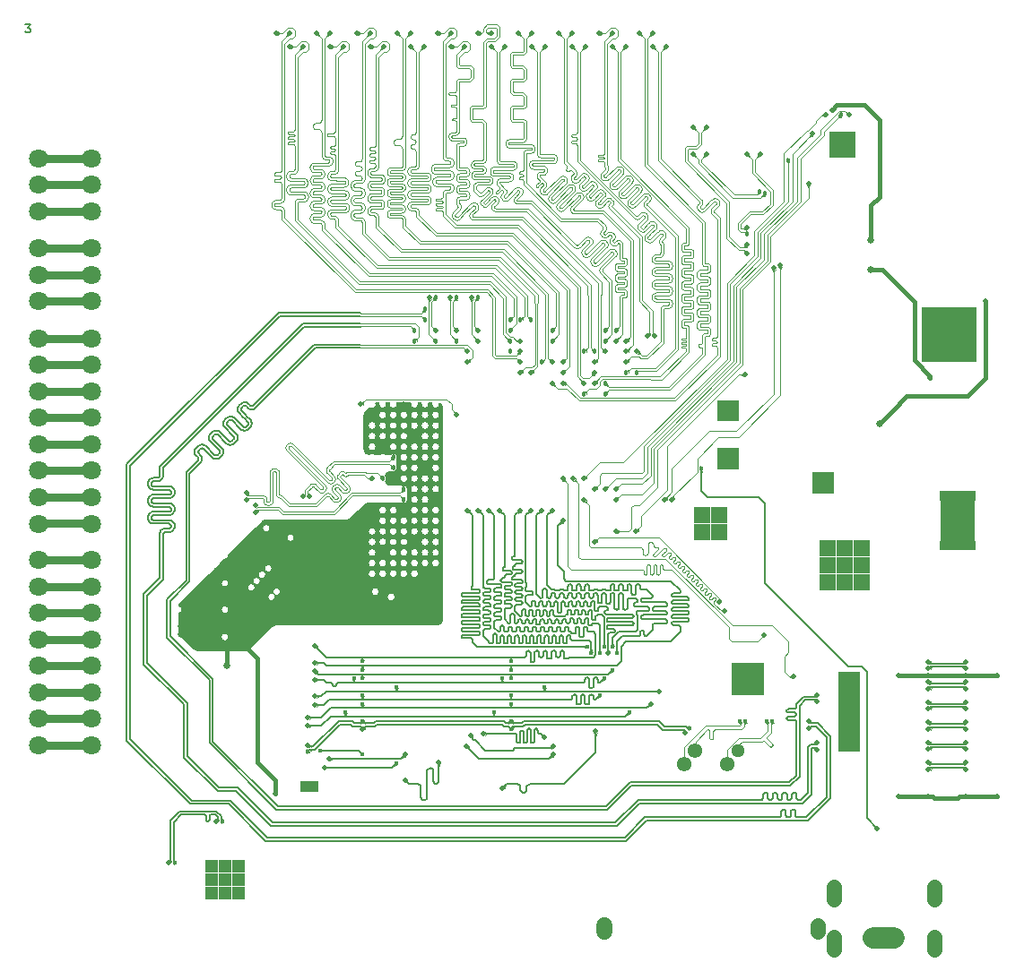
<source format=gbr>
*
%FSLAX26Y26*%
%MOIN*%
%ADD10C,0.006000*%
%ADD11R,0.030709X0.030709*%
%ADD12R,0.050889X0.050889*%
%ADD13R,0.039570X0.039570*%
%ADD14R,0.049213X0.049213*%
%ADD15R,0.059055X0.059055*%
%ADD16C,0.070866*%
%ADD17C,0.055118*%
%ADD18C,0.078740*%
%ADD19C,0.018000*%
%ADD20C,0.025000*%
%ADD21C,0.004120*%
%ADD22C,0.015800*%
%ADD23C,0.005720*%
%ADD24C,0.004610*%
%ADD25C,0.030800*%
%ADD26C,0.004800*%
%ADD27C,0.005800*%
%ADD28C,0.006910*%
%ADD29C,0.006420*%
%ADD30C,0.005120*%
%ADD31C,0.050375*%
%ADD32C,0.055425*%
%ADD33C,0.017875*%
%ADD34C,0.016875*%
%ADD35C,0.019875*%
%ADD36R,0.035675X0.035675*%
%ADD37C,0.054375*%
%ADD38C,0.059400*%
%ADD39C,0.020000*%
%ADD40R,0.063992X0.063992*%
%ADD41R,0.051689X0.051689*%
%ADD42R,0.040370X0.040370*%
%ADD43R,0.032496X0.032496*%
%ADD44C,0.002100*%
%ADD45C,0.002300*%
%ADD46C,0.002600*%
%ADD47C,0.003200*%
%ADD48C,0.003500*%
%ADD49C,0.002900*%
%ADD50C,0.002400*%
%IPPOS*%
%LNciaa_acc-l3.sig.gbr*%
%LPD*%
G75*
G54D10*
X01238031Y-01207981D02*
X01256603D01*
X01246603Y-01219409D01*
X01250889D01*
X01253746Y-01220838D01*
X01255174Y-01222267D01*
X01256603Y-01225124D01*
Y-01232267D01*
X01255174Y-01235124D01*
X01253746Y-01236552D01*
X01250889Y-01237981D01*
X01242317D01*
X01239460Y-01236552D01*
X01238031Y-01235124D01*
G54D11*
X04741294Y-03116400D02*
X04753106D01*
X04741294Y-03085700D02*
X04753106D01*
X04741294Y-03055000D02*
X04753106D01*
X04741294Y-03024300D02*
X04753106D01*
X04741294Y-02993600D02*
X04753106D01*
X04698794D02*
X04710606D01*
X04698794Y-03024300D02*
X04710606D01*
X04698794Y-03055000D02*
X04710606D01*
X04698794Y-03085700D02*
X04710606D01*
X04698794Y-03116400D02*
X04710606D01*
X04656294D02*
X04668106D01*
X04656294Y-03085700D02*
X04668106D01*
X04656294Y-03055000D02*
X04668106D01*
X04656294Y-03024300D02*
X04668106D01*
X04656294Y-02993600D02*
X04668106D01*
G54D12*
X04749300Y-02387500D03*
X04698600D03*
X04647900D03*
X04597200D03*
X04749300Y-02336900D03*
X04698600D03*
X04647900D03*
X04597200D03*
G54D13*
X04319700Y-03843721D02*
Y-03833879D01*
Y-03794521D02*
Y-03784679D01*
Y-03892921D02*
Y-03883079D01*
X04280300Y-03892921D02*
Y-03883079D01*
Y-03843721D02*
Y-03833879D01*
Y-03794521D02*
Y-03784679D01*
Y-03745321D02*
Y-03735479D01*
Y-03696121D02*
Y-03686279D01*
Y-03646921D02*
Y-03637079D01*
X04319700Y-03646921D02*
Y-03637079D01*
Y-03696121D02*
Y-03686279D01*
Y-03745321D02*
Y-03735479D01*
G54D14*
X01931100Y-04340600D03*
Y-04439000D03*
X02029500Y-04340600D03*
X01980300Y-04439000D03*
X01931100Y-04389800D03*
X01980300D03*
X02029500D03*
X01980300Y-04340600D03*
X02029500Y-04439000D03*
G54D15*
X03895500Y-03674500D03*
Y-03615500D03*
X03954500D03*
Y-03674500D03*
G54D16*
X01288100Y-02671900D03*
Y-02573400D03*
Y-02475000D03*
Y-02376600D03*
Y-02770300D03*
Y-02868700D03*
Y-02967100D03*
Y-03065600D03*
X01485000Y-02376600D03*
Y-02475000D03*
Y-02573400D03*
Y-02671900D03*
Y-02770300D03*
Y-02868700D03*
Y-02967100D03*
Y-03065600D03*
X01288100Y-03496900D03*
Y-03398400D03*
Y-03300000D03*
Y-03201600D03*
Y-03595300D03*
Y-03693700D03*
Y-03792100D03*
Y-03890600D03*
X01485000Y-03201600D03*
Y-03300000D03*
Y-03398400D03*
Y-03496900D03*
Y-03595300D03*
Y-03693700D03*
Y-03792100D03*
Y-03890600D03*
X01288100Y-02238400D03*
Y-02140000D03*
Y-02041600D03*
X01485000D03*
Y-02140000D03*
Y-02238400D03*
X01288100Y-01903400D03*
Y-01805000D03*
Y-01706600D03*
X01485000D03*
Y-01805000D03*
Y-01903400D03*
G54D17*
X04242992Y-04649528D02*
Y-04602283D01*
Y-04464488D02*
Y-04417244D01*
X04617008Y-04649528D02*
Y-04602283D01*
Y-04464488D02*
Y-04417244D01*
G54D18*
X04390630Y-04606220D02*
X04469370D01*
G54D19*
X03039400Y-02425200D03*
G54D20*
X04413400Y-02692900D03*
X04381900Y-02011800D03*
Y-02122000D03*
X01901600Y-03448800D03*
X01874000D03*
X01846500D03*
X01818900D03*
Y-03476400D03*
X01901600D03*
X01874000D03*
X01846500D03*
X01988200Y-03594500D03*
G54D19*
X02566900Y-03173200D03*
X02685000Y-03133900D03*
X02724400Y-03252000D03*
X02763800Y-02976400D03*
X02527600Y-03055100D03*
X02645700Y-03015700D03*
X02724400Y-02858300D03*
X02606300Y-02897600D03*
X02566900Y-02779500D03*
X02685000Y-02740200D03*
X02527600Y-02661400D03*
X02724400Y-02307100D03*
Y-02267700D03*
X02842500Y-02385800D03*
X03921300Y-01988200D03*
X02842500Y-02224400D03*
X03968500Y-01830700D03*
X02763800Y-02385800D03*
X02921300Y-02224400D03*
X03988900Y-01838900D03*
X02763800Y-02224400D03*
X03393700Y-02582700D03*
Y-02543300D03*
X03315000Y-02582700D03*
X03472400Y-02503900D03*
X03511800D03*
X03433100Y-02346500D03*
X03393700Y-02385800D03*
Y-02346500D03*
X03315000Y-02425200D03*
X03354300D03*
X03196900Y-02385800D03*
Y-02346500D03*
X03157500Y-02464600D03*
X03078700Y-02307100D03*
X02606300Y-02858300D03*
X03118100Y-02307100D03*
X03039400Y-02346500D03*
X02606300Y-02818900D03*
X03039400Y-02307100D03*
X02566900Y-02897600D03*
X03039400Y-02385800D03*
X02645700Y-02937000D03*
Y-02976400D03*
X04270000Y-01545000D03*
X02685000Y-02346500D03*
Y-02385800D03*
G54D21*
X03039359Y-02425197D02*
X03039370D01*
G54D22*
X04807087Y-02236220D02*
Y-02523622D01*
X04740157Y-02590551D01*
X04460630Y-02645669D02*
X04413386Y-02692913D01*
X04740157Y-02590551D02*
X04515748D01*
X04460630Y-02645669D01*
X04602362Y-02523622D02*
Y-02515748D01*
X04543307Y-02456693D01*
Y-02240157D01*
X04425197Y-02122047D01*
X04381890D01*
X04236220Y-01527559D02*
X04255906Y-01507874D01*
X04413386Y-01562992D02*
Y-01850394D01*
X04255906Y-01507874D02*
X04358268D01*
X04413386Y-01562992D01*
Y-01850394D02*
X04381890Y-01881890D01*
Y-01994133D01*
Y-02011811D01*
X01988189Y-03594488D02*
Y-03535433D01*
X01929134Y-03476378D01*
X01901575D01*
X02169291Y-04070866D02*
Y-04020986D01*
X01984252Y-03448819D02*
X01901575D01*
X02169291Y-04020986D02*
X02102362Y-03954057D01*
Y-03566929D01*
X01984252Y-03448819D01*
G54D23*
X04150000Y-03828000D02*
X04156650Y-03821350D01*
X04065723Y-04136832D02*
X04065068Y-04134960D01*
X04178511Y-03821350D02*
X04218650Y-03861488D01*
X04156650Y-03821350D02*
X04178511D01*
X04108265Y-04158428D02*
X04106393Y-04157773D01*
X02185229Y-02293752D02*
X02484252D01*
X04072832Y-04158428D02*
X04070960Y-04157773D01*
X04218650Y-03861488D02*
Y-04082370D01*
X04051564Y-04131878D02*
X04050161Y-04133281D01*
X04218650Y-04082370D02*
X04142370Y-04158650D01*
X04049106Y-04134960D02*
X04048450Y-04136832D01*
X04084539Y-04134960D02*
X04083883Y-04136832D01*
X04142370Y-04158650D02*
X04110236D01*
X04108265Y-04158428D01*
X04101600Y-04151763D02*
X04101378Y-04149792D01*
X04088676Y-04130823D02*
X04086997Y-04131878D01*
X04100501Y-04134960D02*
X04099445Y-04133281D01*
X04106393Y-04157773D02*
X04104713Y-04156717D01*
X04103311Y-04155315D02*
X04102255Y-04153635D01*
X04044893Y-04156717D02*
X04043213Y-04157773D01*
X04039370Y-04158650D02*
X03542370D01*
X04104713Y-04156717D02*
X04103311Y-04155315D01*
X04048228Y-04149792D02*
X04048006Y-04151763D01*
X04098043Y-04131878D02*
X04096363Y-04130823D01*
X04085594Y-04133281D02*
X04084539Y-04134960D01*
X04083883Y-04136832D02*
X04083661Y-04138804D01*
X04074803Y-04158650D02*
X04072832Y-04158428D01*
X04101378Y-04138804D02*
X04101156Y-04136832D01*
X04066822Y-04153635D02*
X04066167Y-04151763D01*
X04102255Y-04153635D02*
X04101600Y-04151763D01*
X04101378Y-04149792D02*
Y-04138804D01*
X04099445Y-04133281D02*
X04098043Y-04131878D01*
X04082784Y-04153635D02*
X04081729Y-04155315D01*
X04060930Y-04130823D02*
X04059058Y-04130167D01*
X04101156Y-04136832D02*
X04100501Y-04134960D01*
X04086997Y-04131878D02*
X04085594Y-04133281D01*
X01856961Y-04096012D02*
X01628397Y-03867449D01*
X04065068Y-04134960D02*
X04064012Y-04133281D01*
X04090549Y-04130167D02*
X04088676Y-04130823D01*
X04096363D02*
X04094491Y-04130167D01*
X04092520Y-04129945D01*
X04064012Y-04133281D02*
X04062610Y-04131878D01*
X04092520Y-04129945D02*
X04090549Y-04130167D01*
X04083661Y-04149792D02*
X04083439Y-04151763D01*
X04083661Y-04138804D02*
Y-04149792D01*
X04083439Y-04151763D02*
X04082784Y-04153635D01*
X04081729Y-04155315D02*
X04080326Y-04156717D01*
X04078647Y-04157773D01*
X04076774Y-04158428D01*
X04074803Y-04158650D01*
X04070960Y-04157773D02*
X04069280Y-04156717D01*
X04067877Y-04155315D01*
X04066822Y-04153635D01*
X04066167Y-04151763D02*
X04065945Y-04149792D01*
Y-04138804D01*
X04065723Y-04136832D01*
X04062610Y-04131878D02*
X04060930Y-04130823D01*
X04047351Y-04153635D02*
X04046296Y-04155315D01*
X04059058Y-04130167D02*
X04057087Y-04129945D01*
X04055115Y-04130167D01*
X04048228Y-04138804D02*
Y-04149792D01*
X04055115Y-04130167D02*
X04053243Y-04130823D01*
X04051564Y-04131878D01*
X04050161Y-04133281D02*
X04049106Y-04134960D01*
X04048450Y-04136832D02*
X04048228Y-04138804D01*
X04048006Y-04151763D02*
X04047351Y-04153635D01*
X04046296Y-04155315D02*
X04044893Y-04156717D01*
X04043213Y-04157773D02*
X04041341Y-04158428D01*
X04039370Y-04158650D01*
X03542370D02*
X03467370Y-04233650D01*
X02137630D01*
X01999992Y-04096012D01*
X01628397Y-03867449D02*
Y-02850583D01*
X01999992Y-04096012D02*
X01856961D01*
X01628397Y-02850583D02*
X02185229Y-02293752D01*
G54D21*
X02709624Y-02292302D02*
X02507436D01*
X02724409Y-02307087D02*
X02709624Y-02292302D01*
X02485702D02*
X02484252Y-02293752D01*
X02507436Y-02292302D02*
X02485702D01*
G54D23*
X01851700Y-04108712D02*
X01994732D01*
X02132370Y-04246350D01*
X01615697Y-03872709D02*
X01851700Y-04108712D01*
X02484252Y-02281052D02*
X02179968D01*
X01615697Y-02845323D01*
Y-03872709D01*
X04147630Y-04171350D02*
X04231350Y-04087630D01*
X02132370Y-04246350D02*
X03472630D01*
X04156650Y-03808650D02*
X04150000Y-03802000D01*
X03547630Y-04171350D02*
X04147630D01*
X03472630Y-04246350D02*
X03547630Y-04171350D01*
X04231350Y-04087630D02*
Y-03856228D01*
X04183772Y-03808650D01*
X04156650D01*
G54D21*
X02709624Y-02282502D02*
X02507436D01*
X02724409Y-02267717D02*
X02709624Y-02282502D01*
X02485702D02*
X02484252Y-02281052D01*
X02507436Y-02282502D02*
X02485702D01*
G54D24*
X03507746Y-03094616D02*
X03529207Y-03073155D01*
Y-03037722D01*
X03625984Y-02940945D01*
Y-02778344D01*
X03892518Y-02511811D01*
X03902072D01*
X03913386D01*
X03354331Y-03133858D02*
X03370079Y-03118110D01*
X03594488D01*
X03818898Y-03342520D01*
Y-03358268D01*
G54D25*
X01485000Y-01903425D02*
X01288150D01*
X01485000Y-02238425D02*
X01288150D01*
G54D22*
X04735000Y-04080000D02*
X04850000D01*
X04595000D02*
X04611496D01*
X04618110Y-04086614D01*
X04704724D01*
X04711339Y-04080000D01*
X04735000D01*
X04485000D02*
X04595000D01*
G54D23*
Y-03980000D02*
X04601150Y-03973850D01*
X04728850D01*
X04735000Y-03980000D01*
X04595000Y-03955000D02*
X04601150Y-03961150D01*
X04728850D01*
X04735000Y-03955000D01*
X04595000Y-03830000D02*
X04601150Y-03823850D01*
X04728850D01*
X04735000Y-03830000D01*
X04595000Y-03805000D02*
X04601150Y-03811150D01*
X04728850D02*
X04735000Y-03805000D01*
X04601150Y-03811150D02*
X04728850D01*
X04595000Y-03680000D02*
X04601150Y-03673850D01*
X04728850D01*
X04735000Y-03680000D01*
X04728850Y-03661150D02*
X04735000Y-03655000D01*
X04601150Y-03661150D02*
X04728850D01*
X04595000Y-03655000D02*
X04601150Y-03661150D01*
X04595000Y-03580000D02*
X04601150Y-03586150D01*
X04728850D01*
X04735000Y-03580000D01*
G54D24*
X03614173Y-02976378D02*
X03641732Y-02948819D01*
Y-02859542D01*
X03780801Y-02720472D01*
X03881890D01*
X04019685Y-02582677D01*
Y-02114173D01*
X03641732Y-02976378D02*
Y-02968504D01*
X03736220Y-02874016D01*
Y-02822835D01*
X03814961Y-02744094D01*
X03889764D02*
X04045364Y-02588494D01*
X03814961Y-02744094D02*
X03889764D01*
X04045364Y-02588494D02*
Y-02103610D01*
G54D23*
X04595000Y-03880000D02*
X04601150Y-03886150D01*
X04728850D01*
X04735000Y-03880000D01*
X04595000Y-03905000D02*
X04601150Y-03898850D01*
X04728850D01*
X04735000Y-03905000D01*
X04595000Y-03730000D02*
X04601150Y-03736150D01*
X04728850D01*
X04735000Y-03730000D01*
X04595000Y-03755000D02*
X04601150Y-03748850D01*
X04728850D01*
X04735000Y-03755000D01*
X04595000Y-03605000D02*
X04601150Y-03598850D01*
X04728850D01*
X04735000Y-03605000D01*
G54D21*
X03970000Y-01690000D02*
X03950500Y-01709500D01*
Y-01757682D01*
X03982593Y-01914949D02*
X03935349D01*
X03950500Y-01757682D02*
X04017311Y-01824494D01*
X03899201Y-01965838D02*
X03901575Y-01968212D01*
X04017311Y-01824494D02*
Y-01880231D01*
X03982593Y-01914949D01*
X03935349D02*
X03899201Y-01951097D01*
X03917614Y-01968212D02*
X03921260Y-01964567D01*
X03899201Y-01951097D02*
Y-01965838D01*
X03901575Y-01968212D02*
X03917614D01*
X02817970Y-02248911D02*
Y-02225337D01*
X02818898Y-02224409D01*
X02817970Y-02248911D02*
Y-02361277D01*
X02842520Y-02385827D01*
X03920000Y-01690000D02*
X03939500Y-01709500D01*
Y-01762239D01*
X04006311Y-01829050D01*
Y-01875675D01*
X03978037Y-01903949D01*
X03897638Y-01980315D02*
X03913386D01*
X03978037Y-01903949D02*
X03930793D01*
X03913386Y-01980315D02*
X03921260Y-01988189D01*
X03930793Y-01903949D02*
X03888201Y-01946541D01*
Y-01970878D01*
X03897638Y-01980315D01*
X02827770Y-02252970D02*
Y-02239159D01*
X02842520Y-02224409D01*
X02827770Y-02252970D02*
Y-02331707D01*
X02842520Y-02346457D01*
X03700500Y-01712722D02*
X03855500Y-01867722D01*
X03700500Y-01672828D02*
Y-01712722D01*
X03702828Y-01670500D02*
X03700500Y-01672828D01*
X03734322Y-01670500D02*
X03702828D01*
X03750500Y-01654322D02*
X03734322Y-01670500D01*
X03750500Y-01609500D02*
Y-01654322D01*
X03770000Y-01590000D02*
X03750500Y-01609500D01*
X03895585Y-02037807D02*
X03911012D01*
X03921260Y-02027559D01*
X03855500Y-01867722D02*
Y-01997722D01*
X03895585Y-02037807D01*
X02896710Y-02295947D02*
Y-02225337D01*
X02897638Y-02224409D01*
X02896710Y-02295947D02*
Y-02361277D01*
X02921260Y-02385827D01*
X03957438Y-01842167D02*
X03873568D01*
X03750500Y-01719100D01*
X03968504Y-01830709D02*
Y-01831101D01*
X03957438Y-01842167D01*
X03770000Y-01690000D02*
X03750500Y-01709500D01*
Y-01719100D01*
X02763780Y-02385827D02*
X02739194Y-02361242D01*
Y-02225372D01*
X02740157Y-02224409D01*
X03689500Y-01717278D02*
X03844500Y-01872278D01*
X03689500Y-01668272D02*
Y-01717278D01*
X03739500Y-01649766D02*
X03729766Y-01659500D01*
X03698272D01*
X03739500Y-01609500D02*
Y-01649766D01*
X03698272Y-01659500D02*
X03689500Y-01668272D01*
X03720000Y-01590000D02*
X03739500Y-01609500D01*
X03891029Y-02048807D02*
X03911012D01*
X03921260Y-02059055D01*
X03844500Y-02002278D02*
X03891029Y-02048807D01*
X03844500Y-01872278D02*
Y-02002278D01*
X02906510Y-02300007D02*
Y-02239159D01*
X02921260Y-02224409D01*
X02906510Y-02300007D02*
Y-02331707D01*
X02921260Y-02346457D01*
X03988931Y-01838879D02*
X03983955D01*
X03969667Y-01853167D01*
X03869011D01*
X03739500Y-01709500D02*
X03720000Y-01690000D01*
X03869011Y-01853167D02*
X03739500Y-01723656D01*
Y-01709500D01*
X02763780Y-02346457D02*
X02748994Y-02331672D01*
Y-02239194D01*
X02763780Y-02224409D01*
X03196850Y-02543307D02*
X03216535Y-02562992D01*
X03251969D02*
X03296203Y-02607227D01*
X03755323Y-01864572D02*
X03753917Y-01861652D01*
X03819041Y-01870570D02*
X03818229Y-01867010D01*
X03820500Y-02442278D02*
Y-01927722D01*
X03216535Y-02562992D02*
X03251969D01*
X03746347Y-01888628D02*
X03746130Y-01887676D01*
X03814367Y-01883930D02*
X03816644Y-01881074D01*
X03330709Y-02607262D02*
X03530896D01*
X03296203Y-02607227D02*
X03330673D01*
X03816644Y-01863719D02*
X03814367Y-01860863D01*
X03654916Y-02607862D02*
X03820500Y-02442278D01*
X03746771Y-01889508D02*
X03746347Y-01888628D01*
X03820500Y-01927722D02*
X03800000Y-01907222D01*
X03330673Y-02607227D02*
X03330709Y-02607262D01*
X03530896D02*
X03531496Y-02607862D01*
X03654916D01*
X03800000Y-01907222D02*
X03799119Y-01906117D01*
X03600500Y-01707722D02*
Y-01309500D01*
X03799119Y-01906117D02*
X03798506Y-01904844D01*
X03798191Y-01903466D01*
Y-01902053D01*
X03818229Y-01877784D02*
X03819041Y-01874223D01*
X03806806Y-01855587D02*
X03803245Y-01854774D01*
X03753917Y-01877053D02*
X03755323Y-01874133D01*
X03810096Y-01857171D02*
X03806806Y-01855587D01*
X03798191Y-01902053D02*
X03798506Y-01900675D01*
X03799119Y-01899402D01*
X03800000Y-01898297D01*
X03814367Y-01883930D01*
X03816644Y-01881074D02*
X03818229Y-01877784D01*
X03819041Y-01874223D02*
Y-01870570D01*
X03600500Y-01309500D02*
X03620000Y-01290000D01*
X03746130Y-01886699D02*
X03746347Y-01885747D01*
X03818229Y-01867010D02*
X03816644Y-01863719D01*
X03792741Y-01857171D02*
X03789885Y-01859449D01*
X03796031Y-01855587D02*
X03792741Y-01857171D01*
X03803245Y-01854774D02*
X03799592D01*
X03814367Y-01860863D02*
X03812952Y-01859449D01*
X03753709Y-01894279D02*
X03752732D01*
X03812952Y-01859449D02*
X03810096Y-01857171D01*
X03799592Y-01854774D02*
X03796031Y-01855587D01*
X03753917Y-01861652D02*
X03751896Y-01859118D01*
X03746347Y-01885747D02*
X03746771Y-01884867D01*
X03750900Y-01893638D02*
X03750137Y-01893029D01*
X03789885Y-01859449D02*
X03789178Y-01860156D01*
X03756305Y-01893029D01*
X03755541Y-01893638D01*
X03754661Y-01894062D01*
X03753709Y-01894279D01*
X03752732D02*
X03751780Y-01894062D01*
X03750900Y-01893638D01*
X03756044Y-01867732D02*
X03755323Y-01864572D01*
X03750137Y-01893029D02*
X03747380Y-01890272D01*
X03746771Y-01889508D01*
X03746130Y-01887676D02*
Y-01886699D01*
X03746771Y-01884867D02*
X03747380Y-01884104D01*
X03751896Y-01879587D01*
X03753917Y-01877053D01*
X03755323Y-01874133D02*
X03756044Y-01870973D01*
X03756044Y-01867732D01*
X03751896Y-01859118D02*
X03600500Y-01707722D01*
X03804579Y-02395236D02*
X03805674Y-02395113D01*
X03236220Y-02543307D02*
X03248031D01*
X03743490Y-01872437D02*
X03744099Y-01871673D01*
X03809377Y-02391410D02*
X03809500Y-02390315D01*
X03789237Y-01894081D02*
X03791515Y-01891226D01*
X03793643Y-02404955D02*
X03792603Y-02404591D01*
X03248031Y-02543307D02*
X03302152Y-02597427D01*
X03744099Y-01867032D02*
X03743490Y-01866269D01*
X03808426Y-02406932D02*
X03807647Y-02406152D01*
X03650360Y-02596862D02*
X03809500Y-02437722D01*
X03791515Y-01891226D02*
X03805881Y-01876859D01*
X03794738Y-02375551D02*
X03804579D01*
X03736953Y-01894888D02*
X03735547Y-01891968D01*
X03789940Y-02381568D02*
X03789817Y-02380472D01*
X03302152Y-02597427D02*
X03333400D01*
X03792603Y-02395724D02*
X03793643Y-02395360D01*
X03806714Y-02375064D02*
X03807647Y-02374477D01*
X03804776Y-01867053D02*
X03803503Y-01866440D01*
X03809377Y-02389220D02*
X03809013Y-02388180D01*
X03809377Y-02408905D02*
X03809013Y-02407865D01*
X03792603Y-02404591D02*
X03791670Y-02404005D01*
X03333400Y-02597427D02*
X03333435Y-02597462D01*
X03758001Y-01904862D02*
X03754841Y-01905583D01*
X03790891Y-02377404D02*
X03791670Y-02376625D01*
X03805674Y-02405202D02*
X03804579Y-02405079D01*
X03531496Y-02597462D02*
X03532096Y-02596862D01*
X03789237Y-01911437D02*
X03787653Y-01908146D01*
X03807647Y-02406152D02*
X03806714Y-02405566D01*
X03808426Y-02373698D02*
X03809013Y-02372765D01*
Y-02392450D02*
X03809377Y-02391410D01*
X03744099Y-01871673D02*
X03744523Y-01870793D01*
X03333435Y-02597462D02*
X03531496D01*
X03790891Y-02403226D02*
X03790304Y-02402293D01*
X03735547Y-01882407D02*
X03736953Y-01879487D01*
X03738974Y-01876953D02*
X03739601Y-01876326D01*
X03532096Y-02596862D02*
X03650360D01*
X03790891Y-02397089D02*
X03791670Y-02396310D01*
X03794738Y-02405079D02*
X03793643Y-02404955D01*
X03754841Y-01905583D02*
X03751600D01*
X03809500Y-02437722D02*
Y-02410000D01*
X03805674Y-02385517D02*
X03804579Y-02385394D01*
X03809500Y-02410000D02*
X03809377Y-02408905D01*
X03792603Y-02384906D02*
X03791670Y-02384320D01*
X03806714Y-02385881D02*
X03805674Y-02385517D01*
X03791670Y-02404005D02*
X03790891Y-02403226D01*
X03790304Y-02398022D02*
X03790891Y-02397089D01*
X03809013Y-02407865D02*
X03808426Y-02406932D01*
X03806714Y-02405566D02*
X03805674Y-02405202D01*
X03789940Y-02399062D02*
X03790304Y-02398022D01*
X03744741Y-01868864D02*
X03744523Y-01867912D01*
X03804579Y-02375551D02*
X03805674Y-02375428D01*
X03804579Y-02405079D02*
X03794738D01*
X03790304Y-02402293D02*
X03789940Y-02401253D01*
X03809013Y-02372765D02*
X03809377Y-02371725D01*
X03789940Y-02401253D02*
X03789817Y-02400157D01*
X03789940Y-02399062D01*
X03798061Y-01867053D02*
X03796956Y-01867934D01*
X03807647Y-02386467D02*
X03806714Y-02385881D01*
X03791670Y-02376625D02*
X03792603Y-02376038D01*
X03791670Y-02396310D02*
X03792603Y-02395724D01*
X03793643Y-02395360D02*
X03794738Y-02395236D01*
X03804579D01*
X03789817Y-02380472D02*
X03789940Y-02379377D01*
X03805674Y-02395113D02*
X03806714Y-02394749D01*
X03809500Y-02390315D02*
X03809377Y-02389220D01*
X03806714Y-02394749D02*
X03807647Y-02394163D01*
X03808426Y-02393383D01*
X03809013Y-02392450D01*
X03786840Y-01900933D02*
X03787653Y-01897372D01*
X03809013Y-02388180D02*
X03808426Y-02387247D01*
X03807647Y-02386467D01*
X03760921Y-01903455D02*
X03758001Y-01904862D01*
X03743490Y-01866269D02*
X03589500Y-01712278D01*
X03804579Y-02385394D02*
X03794738D01*
X03793643Y-02385270D01*
X03807690Y-01873103D02*
Y-01871690D01*
X03744523Y-01870793D02*
X03744740Y-01869841D01*
X03793643Y-02385270D02*
X03792603Y-02384906D01*
X03791670Y-02384320D02*
X03790891Y-02383541D01*
X03790304Y-02382608D01*
X03735547Y-01891968D02*
X03734825Y-01888808D01*
X03790304Y-02382608D02*
X03789940Y-02381568D01*
Y-02379377D02*
X03790304Y-02378337D01*
X03790891Y-02377404D01*
X03792603Y-02376038D02*
X03793643Y-02375675D01*
X03794738Y-02375551D01*
X03805674Y-02375428D02*
X03806714Y-02375064D01*
X03787653Y-01908146D02*
X03786840Y-01904585D01*
X03751600Y-01905583D02*
X03748440Y-01904862D01*
X03807647Y-02374477D02*
X03808426Y-02373698D01*
X03809377Y-02371725D02*
X03809500Y-02370630D01*
Y-01932278D01*
X03806762Y-01869039D02*
X03805881Y-01867934D01*
X03809500Y-01932278D02*
X03791515Y-01914293D01*
X03748440Y-01904862D02*
X03745520Y-01903456D01*
X03791515Y-01914293D02*
X03789237Y-01911437D01*
X03786840Y-01904585D02*
Y-01900933D01*
X03787653Y-01897372D02*
X03789237Y-01894081D01*
X03805881Y-01876859D02*
X03806762Y-01875754D01*
X03807376Y-01874481D01*
X03763455Y-01901435D02*
X03760921Y-01903455D01*
X03807376Y-01874481D02*
X03807690Y-01873103D01*
X03738974Y-01897422D02*
X03736953Y-01894888D01*
X03807690Y-01871690D02*
X03807376Y-01870312D01*
X03806762Y-01869039D01*
X03805881Y-01867934D02*
X03804776Y-01867053D01*
X03803503Y-01866440D02*
X03802125Y-01866125D01*
X03800712D01*
X03799334Y-01866440D01*
X03798061Y-01867053D01*
X03796956Y-01867934D02*
X03763455Y-01901435D01*
X03745520Y-01903456D02*
X03742986Y-01901435D01*
X03738974Y-01897422D01*
X03736953Y-01879487D02*
X03738974Y-01876953D01*
X03734825Y-01888808D02*
Y-01885567D01*
X03735547Y-01882407D01*
X03589500Y-01712278D02*
Y-01309500D01*
X03739601Y-01876326D02*
X03743490Y-01872437D01*
X03744740Y-01869841D02*
X03744741Y-01868864D01*
X03744523Y-01867912D02*
X03744099Y-01867032D01*
X03589500Y-01309500D02*
X03570000Y-01290000D01*
X03747743Y-02333988D02*
X03747463Y-02333957D01*
X03775535Y-02145301D02*
X03772965Y-02145012D01*
X03746761Y-02321839D02*
X03746960Y-02321640D01*
X03393701Y-02582677D02*
X03408486Y-02567892D01*
X03562392D01*
X03765774Y-02369216D02*
X03765973Y-02369017D01*
X03746611Y-02286033D02*
X03746518Y-02285767D01*
X03772965Y-02192256D02*
X03747743D01*
X03780165Y-02366224D02*
X03781994Y-02364395D01*
X03746960Y-02132664D02*
X03747198Y-02132514D01*
X03784514Y-02251049D02*
X03784224Y-02248479D01*
X03765500Y-02370000D02*
X03765531Y-02369720D01*
X03562392Y-02567892D02*
X03562992Y-02568492D01*
X03747743Y-02132390D02*
X03772965D01*
X03746518Y-02180611D02*
X03746611Y-02180345D01*
X03747743Y-02274122D02*
X03772965D01*
X03766477Y-02368775D02*
X03766757Y-02368743D01*
X03784224Y-02312387D02*
X03784514Y-02309818D01*
X03747198Y-02333864D02*
X03746960Y-02333714D01*
X03765500Y-02437278D02*
Y-02370000D01*
X03781994Y-02291092D02*
X03780165Y-02289264D01*
X03784514Y-02156560D02*
X03784224Y-02153991D01*
X03562992Y-02568492D02*
X03634286D01*
X03765624Y-02369455D02*
X03765774Y-02369216D01*
X03746611Y-02227589D02*
X03746761Y-02227351D01*
X03634286Y-02568492D02*
X03765500Y-02437278D01*
X03765531Y-02369720D02*
X03765624Y-02369455D01*
X03746518Y-02191279D02*
X03746486Y-02190999D01*
X03777976Y-02287888D02*
X03775535Y-02287034D01*
X03765973Y-02369017D02*
X03766212Y-02368868D01*
X03746960Y-02321640D02*
X03747198Y-02321491D01*
X03766757Y-02368743D02*
X03772965D01*
X03766757Y-02097768D02*
X03766477Y-02097736D01*
X03783370Y-02314828D02*
X03784224Y-02312387D01*
X03746486Y-02228135D02*
X03746518Y-02227855D01*
X03747198Y-02132514D02*
X03747463Y-02132421D01*
X03781994Y-02364395D02*
X03783370Y-02362205D01*
X03772965Y-02368743D02*
X03775535Y-02368454D01*
X03746960Y-02286470D02*
X03746761Y-02286271D01*
X03746611Y-02322078D02*
X03746761Y-02321839D01*
X03766212Y-02368868D02*
X03766477Y-02368775D01*
X03746611Y-02238788D02*
X03746518Y-02238523D01*
X03760000Y-02333988D02*
X03747743D01*
X03781994Y-02222530D02*
X03783370Y-02220340D01*
X03781994Y-02338469D02*
X03780165Y-02336641D01*
X03775535Y-02368454D02*
X03777976Y-02367600D01*
X03780165Y-02289264D02*
X03777976Y-02287888D01*
X03784224Y-02359764D02*
X03784514Y-02357195D01*
Y-02345670D01*
X03777976Y-02367600D02*
X03780165Y-02366224D01*
X03784514Y-02168085D02*
Y-02156560D01*
Y-02345670D02*
X03784224Y-02343100D01*
X03746960Y-02239226D02*
X03746761Y-02239027D01*
X03765973Y-02097494D02*
X03765774Y-02097294D01*
X03784224Y-02153991D02*
X03783370Y-02151550D01*
Y-02293282D02*
X03781994Y-02291092D01*
X03783370Y-02362205D02*
X03784224Y-02359764D01*
Y-02343100D02*
X03783370Y-02340659D01*
X03781994Y-02338469D01*
X03780165Y-02336641D02*
X03777976Y-02335265D01*
X03775535Y-02132100D02*
X03777976Y-02131246D01*
Y-02335265D02*
X03775535Y-02334411D01*
X03746518Y-02322343D02*
X03746611Y-02322078D01*
X03784224Y-02217899D02*
X03784514Y-02215329D01*
X03747743Y-02192256D02*
X03747463Y-02192224D01*
X03775535Y-02334411D02*
X03772965Y-02334121D01*
X03777976Y-02193400D02*
X03775535Y-02192545D01*
X03747463Y-02333957D02*
X03747198Y-02333864D01*
X03784514Y-02215329D02*
Y-02203804D01*
X03772965Y-02334121D02*
X03760000D01*
Y-02333988D01*
X03746960Y-02333714D02*
X03746761Y-02333515D01*
X03746611Y-02333277D01*
X03746486Y-02322623D02*
X03746518Y-02322343D01*
X03780165Y-02100287D02*
X03777976Y-02098911D01*
X03746611Y-02333277D02*
X03746518Y-02333011D01*
X03746486Y-02332731D01*
X03781994Y-02149360D02*
X03780165Y-02147531D01*
X03746486Y-02332731D02*
Y-02322623D01*
X03747198Y-02286620D02*
X03746960Y-02286470D01*
X03747198Y-02321491D02*
X03747463Y-02321398D01*
X03747743Y-02321366D01*
X03780165Y-02318847D02*
X03781994Y-02317018D01*
X03783370Y-02220340D02*
X03784224Y-02217899D01*
X03783370Y-02198794D02*
X03781994Y-02196604D01*
X03784514Y-02309818D02*
Y-02298293D01*
X03781994Y-02196604D02*
X03780165Y-02194775D01*
X03747743Y-02321366D02*
X03772965D01*
X03775535Y-02321077D01*
X03747463Y-02274154D02*
X03747743Y-02274122D01*
X03777976Y-02146156D02*
X03775535Y-02145301D01*
Y-02321077D02*
X03777976Y-02320222D01*
Y-02240644D02*
X03775535Y-02239790D01*
X03777976Y-02320222D02*
X03780165Y-02318847D01*
X03550500Y-01259500D02*
X03570000Y-01240000D01*
X03781994Y-02317018D02*
X03783370Y-02314828D01*
X03746761Y-02239027D02*
X03746611Y-02238788D01*
X03784514Y-02298293D02*
X03784224Y-02295723D01*
X03746518Y-02285767D02*
X03746486Y-02285487D01*
X03783370Y-02246038D02*
X03781994Y-02243848D01*
X03784224Y-02295723D02*
X03783370Y-02293282D01*
X03775535Y-02287034D02*
X03772965Y-02286744D01*
X03747743D01*
X03747463Y-02286713D01*
X03747743Y-02226878D02*
X03772965D01*
X03747463Y-02286713D02*
X03747198Y-02286620D01*
X03780165Y-02271602D02*
X03781994Y-02269774D01*
X03746761Y-02286271D02*
X03746611Y-02286033D01*
X03746761Y-02132863D02*
X03746960Y-02132664D01*
X03746486Y-02285487D02*
Y-02275379D01*
X03746761Y-02274595D02*
X03746960Y-02274396D01*
X03746486Y-02275379D02*
X03746518Y-02275099D01*
X03746611Y-02274834D01*
X03746761Y-02274595D01*
X03746960Y-02274396D02*
X03747198Y-02274246D01*
X03766477Y-02097736D02*
X03766212Y-02097643D01*
X03747198Y-02274246D02*
X03747463Y-02274154D01*
Y-02132421D02*
X03747743Y-02132390D01*
X03772965Y-02274122D02*
X03775535Y-02273832D01*
X03746486Y-02133647D02*
X03746518Y-02133367D01*
X03775535Y-02273832D02*
X03777976Y-02272978D01*
X03746960Y-02227152D02*
X03747198Y-02227002D01*
X03777976Y-02272978D02*
X03780165Y-02271602D01*
X03781994Y-02269774D02*
X03783370Y-02267584D01*
X03747463Y-02144980D02*
X03747198Y-02144887D01*
X03746761Y-02144539D02*
X03746611Y-02144300D01*
X03746960Y-02191982D02*
X03746761Y-02191783D01*
X03783370Y-02267584D02*
X03784224Y-02265143D01*
X03746761Y-02227351D02*
X03746960Y-02227152D01*
X03784224Y-02265143D02*
X03784514Y-02262573D01*
X03772965Y-02179634D02*
X03775535Y-02179344D01*
X03784514Y-02262573D02*
Y-02251049D01*
X03784224Y-02248479D02*
X03783370Y-02246038D01*
X03781994Y-02243848D02*
X03780165Y-02242019D01*
X03777976Y-02240644D01*
X03775535Y-02239790D02*
X03772965Y-02239500D01*
X03747463Y-02239469D02*
X03747198Y-02239375D01*
X03746518Y-02238523D02*
X03746486Y-02238243D01*
X03772965Y-02239500D02*
X03747743D01*
X03747463Y-02239469D01*
X03747198Y-02239375D02*
X03746960Y-02239226D01*
X03746486Y-02238243D02*
Y-02228135D01*
X03765500Y-02096511D02*
Y-01942722D01*
X03746518Y-02227855D02*
X03746611Y-02227589D01*
X03747198Y-02227002D02*
X03747463Y-02226909D01*
X03747743Y-02226878D01*
X03772965D02*
X03775535Y-02226588D01*
X03777976Y-02225734D01*
X03780165Y-02224358D01*
X03747463Y-02179665D02*
X03747743Y-02179634D01*
X03780165Y-02224358D02*
X03781994Y-02222530D01*
X03784514Y-02203804D02*
X03784224Y-02201235D01*
Y-02123411D02*
X03784514Y-02120841D01*
X03777976Y-02178490D02*
X03780165Y-02177114D01*
X03784224Y-02201235D02*
X03783370Y-02198794D01*
X03780165Y-02194775D02*
X03777976Y-02193400D01*
X03775535Y-02192545D02*
X03772965Y-02192256D01*
X03765774Y-02097294D02*
X03765624Y-02097056D01*
X03746486Y-02180891D02*
X03746518Y-02180611D01*
X03747463Y-02192224D02*
X03747198Y-02192131D01*
X03746960Y-02191982D01*
X03746761Y-02191783D02*
X03746611Y-02191544D01*
X03746518Y-02191279D01*
X03783370Y-02104306D02*
X03781994Y-02102116D01*
X03746486Y-02190999D02*
Y-02180891D01*
X03746611Y-02180345D02*
X03746761Y-02180107D01*
X03746960Y-02179908D01*
X03747198Y-02179758D01*
X03747463Y-02179665D01*
X03777976Y-02131246D02*
X03780165Y-02129870D01*
X03747743Y-02179634D02*
X03772965D01*
X03775535Y-02179344D02*
X03777976Y-02178490D01*
X03780165Y-02177114D02*
X03781994Y-02175286D01*
X03765624Y-02097056D02*
X03765531Y-02096791D01*
X03781994Y-02175286D02*
X03783370Y-02173096D01*
X03784224Y-02170655D01*
X03746518Y-02144035D02*
X03746486Y-02143755D01*
X03784224Y-02170655D02*
X03784514Y-02168085D01*
X03783370Y-02151550D02*
X03781994Y-02149360D01*
X03780165Y-02147531D02*
X03777976Y-02146156D01*
X03772965Y-02145012D02*
X03747743D01*
X03747463Y-02144980D01*
X03747198Y-02144887D02*
X03746960Y-02144738D01*
X03772965Y-02132390D02*
X03775535Y-02132100D01*
X03746960Y-02144738D02*
X03746761Y-02144539D01*
X03746611Y-02144300D02*
X03746518Y-02144035D01*
X03746486Y-02143755D02*
Y-02133647D01*
X03746518Y-02133367D02*
X03746611Y-02133101D01*
X03746761Y-02132863D01*
X03780165Y-02129870D02*
X03781994Y-02128042D01*
X03783370Y-02125852D01*
X03784224Y-02123411D01*
X03784514Y-02120841D02*
Y-02109316D01*
X03784224Y-02106746D01*
X03783370Y-02104306D01*
X03781994Y-02102116D02*
X03780165Y-02100287D01*
X03777976Y-02098911D02*
X03775535Y-02098057D01*
X03772965Y-02097768D01*
X03766757D01*
X03766212Y-02097643D02*
X03765973Y-02097494D01*
X03765531Y-02096791D02*
X03765500Y-02096511D01*
Y-01942722D02*
X03550500Y-01727722D01*
Y-01259500D01*
X03753212Y-02411318D02*
X03752277Y-02410383D01*
X03773514Y-02346378D02*
X03773482Y-02346098D01*
X03742024Y-02122533D02*
X03744465Y-02121679D01*
X03393701Y-02543307D02*
X03408486Y-02558092D01*
X03739835Y-02153492D02*
X03738006Y-02151664D01*
X03773239Y-02345594D02*
X03773040Y-02345395D01*
X03739835Y-02171153D02*
X03742024Y-02169778D01*
X03755644Y-02102230D02*
X03754790Y-02099789D01*
X03408486Y-02558092D02*
X03562392D01*
X03773482Y-02167657D02*
X03773514Y-02167377D01*
X03754500Y-02097219D02*
Y-01947278D01*
X03766049Y-02357743D02*
X03772257D01*
X03773040Y-02215604D02*
X03773239Y-02215405D01*
X03747035Y-02156012D02*
X03744465Y-02155722D01*
X03754500Y-02415000D02*
X03754352Y-02413686D01*
X03751157Y-02409679D02*
X03749909Y-02409243D01*
X03772537Y-02263091D02*
X03772802Y-02262998D01*
X03562392Y-02558092D02*
X03562992Y-02557492D01*
X03736630Y-02291206D02*
X03735776Y-02288765D01*
X03773239Y-02262649D02*
X03773389Y-02262411D01*
X03754790Y-02366722D02*
X03755644Y-02364281D01*
X03562992Y-02557492D02*
X03629730D01*
X03744870Y-02397431D02*
X03746184Y-02397283D01*
X03749909Y-02409243D02*
X03748594Y-02409094D01*
X03744465Y-02297455D02*
X03742024Y-02296600D01*
X03739835Y-02312886D02*
X03742024Y-02311510D01*
X03772802Y-02357619D02*
X03773040Y-02357469D01*
X03772802Y-02108892D02*
X03772537Y-02108799D01*
X03754500Y-02432722D02*
Y-02415000D01*
X03773482Y-02251477D02*
X03773389Y-02251212D01*
X03735776Y-02272101D02*
X03736630Y-02269660D01*
X03753212Y-02395060D02*
X03753915Y-02393940D01*
X03758848Y-02106248D02*
X03757019Y-02104419D01*
X03629730Y-02557492D02*
X03754500Y-02432722D01*
X03748594Y-02409094D02*
X03746184D01*
X03735486Y-02274671D02*
X03735776Y-02272101D01*
X03747035Y-02344988D02*
X03744465Y-02344699D01*
X03773239Y-02250973D02*
X03773040Y-02250774D01*
X03743622Y-02408510D02*
X03742502Y-02407806D01*
X03539500Y-01732278D02*
Y-01259500D01*
X03747035Y-02250500D02*
X03744465Y-02250210D01*
X03773389Y-02298456D02*
X03773239Y-02298217D01*
Y-02309893D02*
X03773389Y-02309655D01*
X03773040Y-02310092D02*
X03773239Y-02309893D01*
X03742024Y-02296600D02*
X03739835Y-02295225D01*
X03773389Y-02262411D02*
X03773482Y-02262145D01*
X03773389Y-02309655D02*
X03773482Y-02309389D01*
Y-02356766D02*
X03773514Y-02356486D01*
X03736630Y-02243962D02*
X03735776Y-02241521D01*
X03773040Y-02298018D02*
X03772802Y-02297869D01*
X03744870Y-02408946D02*
X03743622Y-02408510D01*
X03772257Y-02345121D02*
X03760000D01*
X03747035Y-02297744D02*
X03744465Y-02297455D01*
X03754352Y-02413686D02*
X03753915Y-02412438D01*
X03773239Y-02357270D02*
X03773389Y-02357032D01*
X03753915Y-02412438D02*
X03753212Y-02411318D01*
X03752277Y-02410383D02*
X03751157Y-02409679D01*
X03738006Y-02220226D02*
X03739835Y-02218397D01*
X03735776Y-02147033D02*
X03735486Y-02144463D01*
X03772802Y-02121265D02*
X03773040Y-02121116D01*
X03772802Y-02345246D02*
X03772537Y-02345153D01*
X03741567Y-02406871D02*
X03740864Y-02405751D01*
X03748594Y-02397283D02*
X03749909Y-02397135D01*
X03742024Y-02202112D02*
X03739835Y-02200736D01*
X03746184Y-02409094D02*
X03744870Y-02408946D01*
X03772537Y-02108799D02*
X03772257Y-02108768D01*
X03749909Y-02397135D02*
X03751157Y-02396699D01*
X03742502Y-02407806D02*
X03741567Y-02406871D01*
X03744465Y-02344699D02*
X03742024Y-02343844D01*
X03735486Y-02227426D02*
X03735776Y-02224857D01*
X03740864Y-02405751D02*
X03740427Y-02404503D01*
X03738006Y-02293396D02*
X03736630Y-02291206D01*
X03741567Y-02399507D02*
X03742502Y-02398572D01*
X03740427Y-02404503D02*
X03740279Y-02403189D01*
X03758848Y-02360263D02*
X03761038Y-02358887D01*
X03742024Y-02264266D02*
X03744465Y-02263412D01*
X03773482Y-02309389D02*
X03773514Y-02309109D01*
X03740279Y-02403189D02*
X03740427Y-02401875D01*
X03763479Y-02358033D02*
X03766049Y-02357743D01*
X03740427Y-02401875D02*
X03740864Y-02400627D01*
X03772257Y-02357743D02*
X03772537Y-02357712D01*
X03736630Y-02149474D02*
X03735776Y-02147033D01*
X03740864Y-02400627D02*
X03741567Y-02399507D01*
X03772802Y-02310242D02*
X03773040Y-02310092D01*
X03744465Y-02250210D02*
X03742024Y-02249356D01*
X03754500Y-02369292D02*
X03754790Y-02366722D01*
X03742024Y-02217022D02*
X03744465Y-02216168D01*
X03735776Y-02130369D02*
X03736630Y-02127928D01*
X03742502Y-02398572D02*
X03743622Y-02397868D01*
X03738006Y-02340640D02*
X03736630Y-02338450D01*
X03743622Y-02397868D02*
X03744870Y-02397431D01*
X03738006Y-02314714D02*
X03739835Y-02312886D01*
X03746184Y-02397283D02*
X03748594D01*
X03739835Y-02200736D02*
X03738006Y-02198908D01*
X03751157Y-02396699D02*
X03752277Y-02395995D01*
X03735486Y-02180182D02*
X03735776Y-02177613D01*
X03772257Y-02168634D02*
X03772537Y-02168602D01*
X03752277Y-02395995D02*
X03753212Y-02395060D01*
X03753915Y-02393940D02*
X03754352Y-02392692D01*
X03754500Y-02391378D01*
X03773389Y-02345833D02*
X03773239Y-02345594D01*
X03736630Y-02338450D02*
X03735776Y-02336009D01*
X03754500Y-02391378D02*
Y-02369292D01*
X03755644Y-02364281D02*
X03757019Y-02362091D01*
X03773514Y-02251757D02*
X03773482Y-02251477D01*
X03760000Y-02345121D02*
Y-02344988D01*
X03757019Y-02362091D02*
X03758848Y-02360263D01*
X03761038Y-02358887D02*
X03763479Y-02358033D01*
X03772537Y-02357712D02*
X03772802Y-02357619D01*
X03735776Y-02288765D02*
X03735486Y-02286195D01*
X03773040Y-02357469D02*
X03773239Y-02357270D01*
X03773389Y-02357032D02*
X03773482Y-02356766D01*
X03773514Y-02356486D02*
Y-02346378D01*
X03773482Y-02346098D02*
X03773389Y-02345833D01*
X03747035Y-02263122D02*
X03772257D01*
X03773514Y-02309109D02*
Y-02299001D01*
X03735486Y-02333440D02*
Y-02321915D01*
X03747035Y-02203256D02*
X03744465Y-02202966D01*
X03773514Y-02261865D02*
Y-02251757D01*
X03773040Y-02345395D02*
X03772802Y-02345246D01*
X03772537Y-02345153D02*
X03772257Y-02345121D01*
X03773239Y-02215405D02*
X03773389Y-02215166D01*
X03773514Y-02214621D02*
Y-02204513D01*
X03773389Y-02120678D02*
X03773482Y-02120413D01*
X03760000Y-02344988D02*
X03747035D01*
X03772802Y-02203380D02*
X03772537Y-02203287D01*
X03736630Y-02316904D02*
X03738006Y-02314714D01*
X03742024Y-02343844D02*
X03739835Y-02342469D01*
X03738006Y-02340640D01*
X03735776Y-02336009D02*
X03735486Y-02333440D01*
X03773389Y-02251212D02*
X03773239Y-02250973D01*
X03735486Y-02321915D02*
X03735776Y-02319345D01*
X03739835Y-02295225D02*
X03738006Y-02293396D01*
X03772257Y-02310366D02*
X03772537Y-02310335D01*
X03735486Y-02286195D02*
Y-02274671D01*
X03735776Y-02319345D02*
X03736630Y-02316904D01*
X03742024Y-02311510D02*
X03744465Y-02310656D01*
X03747035Y-02310366D01*
X03739835Y-02123909D02*
X03742024Y-02122533D01*
X03747035Y-02310366D02*
X03772257D01*
X03773482Y-02214901D02*
X03773514Y-02214621D01*
X03772537Y-02310335D02*
X03772802Y-02310242D01*
X03773514Y-02299001D02*
X03773482Y-02298721D01*
X03773389Y-02298456D01*
X03773239Y-02298217D02*
X03773040Y-02298018D01*
X03773239Y-02156485D02*
X03773040Y-02156286D01*
X03772537Y-02297776D02*
X03772257Y-02297744D01*
X03772802Y-02297869D02*
X03772537Y-02297776D01*
X03772257Y-02297744D02*
X03747035D01*
X03736630Y-02269660D02*
X03738006Y-02267470D01*
X03735776Y-02224857D02*
X03736630Y-02222416D01*
X03738006Y-02267470D02*
X03739835Y-02265642D01*
X03772257Y-02203256D02*
X03747035D01*
X03739835Y-02265642D02*
X03742024Y-02264266D01*
X03744465Y-02263412D02*
X03747035Y-02263122D01*
X03772257D02*
X03772537Y-02263091D01*
X03742024Y-02154868D02*
X03739835Y-02153492D01*
X03772802Y-02262998D02*
X03773040Y-02262848D01*
X03739835Y-02218397D02*
X03742024Y-02217022D01*
X03773040Y-02262848D02*
X03773239Y-02262649D01*
X03773482Y-02262145D02*
X03773514Y-02261865D01*
X03754790Y-02099789D02*
X03754500Y-02097219D01*
X03773040Y-02250774D02*
X03772802Y-02250624D01*
X03772537Y-02250531D01*
X03772257Y-02108768D02*
X03766049D01*
X03772257Y-02250500D02*
X03747035D01*
X03772537Y-02250531D02*
X03772257Y-02250500D01*
X03742024Y-02249356D02*
X03739835Y-02247980D01*
X03747035Y-02168634D02*
X03772257D01*
X03739835Y-02247980D02*
X03738006Y-02246152D01*
X03736630Y-02243962D01*
X03735776Y-02241521D02*
X03735486Y-02238951D01*
Y-02227426D01*
X03736630Y-02222416D02*
X03738006Y-02220226D01*
X03744465Y-02216168D02*
X03747035Y-02215878D01*
X03772257D01*
X03772537Y-02215846D01*
X03773040Y-02121116D02*
X03773239Y-02120917D01*
X03773482Y-02109745D02*
X03773389Y-02109479D01*
X03772537Y-02215846D02*
X03772802Y-02215753D01*
X03773040Y-02215604D01*
X03747035Y-02121390D02*
X03772257D01*
X03757019Y-02104419D02*
X03755644Y-02102230D01*
X03773389Y-02215166D02*
X03773482Y-02214901D01*
X03773514Y-02110025D02*
X03773482Y-02109745D01*
X03773514Y-02204513D02*
X03773482Y-02204233D01*
X03773389Y-02203967D01*
X03772537Y-02156043D02*
X03772257Y-02156012D01*
X03773389Y-02203967D02*
X03773239Y-02203729D01*
X03773040Y-02203530D01*
X03744465Y-02168923D02*
X03747035Y-02168634D01*
X03773040Y-02203530D02*
X03772802Y-02203380D01*
X03744465Y-02155722D02*
X03742024Y-02154868D01*
X03772537Y-02203287D02*
X03772257Y-02203256D01*
X03744465Y-02202966D02*
X03742024Y-02202112D01*
X03772257Y-02121390D02*
X03772537Y-02121358D01*
X03738006Y-02198908D02*
X03736630Y-02196718D01*
X03735776Y-02194277D01*
X03735486Y-02191707D01*
Y-02180182D01*
X03735776Y-02177613D02*
X03736630Y-02175172D01*
X03738006Y-02172982D01*
X03739835Y-02171153D01*
X03742024Y-02169778D02*
X03744465Y-02168923D01*
X03772537Y-02168602D02*
X03772802Y-02168509D01*
X03773040Y-02168360D01*
X03773239Y-02168161D01*
X03773389Y-02167922D01*
X03773482Y-02167657D01*
X03773514Y-02167377D02*
Y-02157269D01*
X03773482Y-02156989D01*
X03773389Y-02156723D01*
X03772257Y-02156012D02*
X03747035D01*
X03773389Y-02156723D02*
X03773239Y-02156485D01*
X03773040Y-02156286D02*
X03772802Y-02156136D01*
X03772537Y-02156043D01*
X03738006Y-02125738D02*
X03739835Y-02123909D01*
X03738006Y-02151664D02*
X03736630Y-02149474D01*
X03735486Y-02144463D02*
Y-02132938D01*
X03735776Y-02130369D01*
X03736630Y-02127928D02*
X03738006Y-02125738D01*
X03744465Y-02121679D02*
X03747035Y-02121390D01*
X03772537Y-02121358D02*
X03772802Y-02121265D01*
X03773239Y-02109241D02*
X03773040Y-02109042D01*
X03773239Y-02120917D02*
X03773389Y-02120678D01*
X03773482Y-02120413D02*
X03773514Y-02120133D01*
Y-02110025D01*
X03773389Y-02109479D02*
X03773239Y-02109241D01*
X03773040Y-02109042D02*
X03772802Y-02108892D01*
X03766049Y-02108768D02*
X03763479Y-02108478D01*
X03761038Y-02107624D01*
X03758848Y-02106248D01*
X03754500Y-01947278D02*
X03539500Y-01732278D01*
Y-01259500D02*
X03520000Y-01240000D01*
X03470000Y-01290000D02*
X03450500Y-01309500D01*
X03716042Y-02044643D02*
X03717996Y-02045870D01*
X03716042Y-02186375D02*
X03717996Y-02187603D01*
X03450500Y-01309500D02*
Y-01707722D01*
X03711570Y-02172732D02*
X03689062D01*
X03720856Y-02214142D02*
X03719628Y-02216096D01*
X03689062Y-02078244D02*
Y-02090990D01*
X03716042Y-02077223D02*
X03713863Y-02077986D01*
X03711570Y-02090866D02*
X03713863Y-02091125D01*
X03450500Y-01707722D02*
X03705500Y-01962722D01*
X03711570Y-02078244D02*
X03689062D01*
X03700000Y-02090990D02*
Y-02090866D01*
X03720856Y-02119654D02*
X03719628Y-02121608D01*
X03705500Y-01962722D02*
Y-02020632D01*
X03701620Y-02329459D02*
X03703252Y-02331091D01*
X03720856Y-02072410D02*
X03719628Y-02074364D01*
X03711570Y-02138110D02*
X03713863Y-02138369D01*
X03719628Y-02047502D02*
X03720856Y-02049456D01*
X03704479Y-02025104D02*
X03703252Y-02027058D01*
X03705500Y-02020632D02*
X03705242Y-02022925D01*
X03721876Y-02053928D02*
Y-02067938D01*
X03704479Y-02333045D02*
X03705242Y-02335223D01*
X03717996Y-02093115D02*
X03719628Y-02094746D01*
X03705242Y-02022925D02*
X03704479Y-02025104D01*
X03717996Y-02282091D02*
X03719628Y-02283723D01*
X03721618Y-02259208D02*
X03720856Y-02261386D01*
X03703252Y-02027058D02*
X03701620Y-02028690D01*
X03699666Y-02029917D01*
X03697487Y-02030680D01*
X03721618Y-02164720D02*
X03720856Y-02166898D01*
X03700000Y-02043684D02*
Y-02043622D01*
X03697487Y-02030680D02*
X03695194Y-02030938D01*
X03721876Y-02242904D02*
Y-02256914D01*
X03717996Y-02140359D02*
X03719628Y-02141991D01*
X03720856Y-02096700D02*
X03721618Y-02098879D01*
X03713863Y-02077986D02*
X03711570Y-02078244D01*
X03689062Y-02219976D02*
Y-02232722D01*
X03695194Y-02030938D02*
X03689062D01*
X03716042Y-02266200D02*
X03713863Y-02266962D01*
X03689062Y-02043684D02*
X03700000D01*
Y-02138110D02*
X03711570D01*
X03689062Y-02030938D02*
Y-02043684D01*
X03700000Y-02279843D02*
X03711570D01*
X03721876Y-02162426D02*
X03721618Y-02164720D01*
X03700000Y-02043622D02*
X03711570D01*
X03713863Y-02043880D01*
X03721618Y-02287855D02*
X03721876Y-02290149D01*
X03713863Y-02043880D02*
X03716042Y-02044643D01*
X03721618Y-02070231D02*
X03720856Y-02072410D01*
X03716042Y-02124468D02*
X03713863Y-02125230D01*
X03716042Y-02091887D02*
X03717996Y-02093115D01*
X03721876Y-02067938D02*
X03721618Y-02070231D01*
X03689062Y-02090990D02*
X03700000D01*
X03717996Y-02045870D02*
X03719628Y-02047502D01*
X03713863Y-02185613D02*
X03716042Y-02186375D01*
X03720856Y-02049456D02*
X03721618Y-02051635D01*
X03719628Y-02168852D02*
X03717996Y-02170484D01*
X03721618Y-02051635D02*
X03721876Y-02053928D01*
Y-02101172D02*
Y-02115182D01*
X03719628Y-02074364D02*
X03717996Y-02075996D01*
X03699666Y-02328231D02*
X03701620Y-02329459D01*
X03713863Y-02125230D02*
X03711570Y-02125488D01*
X03717996Y-02075996D02*
X03716042Y-02077223D01*
Y-02218956D02*
X03713863Y-02219718D01*
X03374016Y-02551181D02*
X03362205Y-02562992D01*
X03689062Y-02138234D02*
X03700000D01*
Y-02090866D02*
X03711570D01*
X03713863Y-02091125D02*
X03716042Y-02091887D01*
X03711570Y-02125488D02*
X03689062D01*
X03700000Y-02185354D02*
X03711570D01*
X03720856Y-02308630D02*
X03719628Y-02310584D01*
Y-02094746D02*
X03720856Y-02096700D01*
X03721618Y-02098879D02*
X03721876Y-02101172D01*
Y-02115182D02*
X03721618Y-02117475D01*
X03720856Y-02119654D01*
X03717996Y-02217728D02*
X03716042Y-02218956D01*
X03711570Y-02232598D02*
X03713863Y-02232857D01*
X03719628Y-02121608D02*
X03717996Y-02123240D01*
X03716042Y-02124468D01*
X03689062Y-02125488D02*
Y-02138234D01*
X03720856Y-02166898D02*
X03719628Y-02168852D01*
X03713863Y-02219718D02*
X03711570Y-02219976D01*
X03700000Y-02138234D02*
Y-02138110D01*
X03713863Y-02138369D02*
X03716042Y-02139131D01*
X03721618Y-02306452D02*
X03720856Y-02308630D01*
X03716042Y-02139131D02*
X03717996Y-02140359D01*
X03700000Y-02279966D02*
Y-02279843D01*
X03716042Y-02233619D02*
X03717996Y-02234847D01*
X03721618Y-02146123D02*
X03721876Y-02148416D01*
X03719628Y-02141991D02*
X03720856Y-02143945D01*
X03721618Y-02146123D01*
Y-02193367D02*
X03721876Y-02195660D01*
X03716042Y-02171712D02*
X03713863Y-02172474D01*
X03721876Y-02148416D02*
Y-02162426D01*
X03717996Y-02170484D02*
X03716042Y-02171712D01*
X03721876Y-02195660D02*
Y-02209670D01*
X03713863Y-02172474D02*
X03711570Y-02172732D01*
X03716042Y-02313444D02*
X03713863Y-02314206D01*
X03689062Y-02172732D02*
Y-02185478D01*
X03700000D01*
Y-02185354D01*
X03720856Y-02261386D02*
X03719628Y-02263340D01*
X03717996Y-02312216D02*
X03716042Y-02313444D01*
X03720856Y-02238433D02*
X03721618Y-02240611D01*
X03711570Y-02185354D02*
X03713863Y-02185613D01*
X03717996Y-02187603D02*
X03719628Y-02189235D01*
Y-02283723D02*
X03720856Y-02285677D01*
X03721618Y-02211964D02*
X03720856Y-02214142D01*
X03719628Y-02189235D02*
X03720856Y-02191189D01*
X03721618Y-02193367D01*
X03721876Y-02209670D02*
X03721618Y-02211964D01*
X03719628Y-02310584D02*
X03717996Y-02312216D01*
X03719628Y-02216096D02*
X03717996Y-02217728D01*
X03711570Y-02219976D02*
X03689062D01*
Y-02232722D02*
X03700000D01*
Y-02232598D01*
X03711570Y-02314465D02*
X03689062D01*
X03700000Y-02232598D02*
X03711570D01*
X03713863Y-02232857D02*
X03716042Y-02233619D01*
X03717996Y-02264972D02*
X03716042Y-02266200D01*
X03717996Y-02234847D02*
X03719628Y-02236479D01*
X03720856Y-02238433D01*
X03382975Y-02528522D02*
X03374016Y-02537481D01*
X03721618Y-02240611D02*
X03721876Y-02242904D01*
Y-02256914D02*
X03721618Y-02259208D01*
X03719628Y-02263340D02*
X03717996Y-02264972D01*
X03713863Y-02266962D02*
X03711570Y-02267220D01*
X03689062D01*
X03711570Y-02279843D02*
X03713863Y-02280101D01*
X03689062Y-02267220D02*
Y-02279966D01*
X03700000D01*
X03716042Y-02280863D02*
X03717996Y-02282091D01*
X03713863Y-02280101D02*
X03716042Y-02280863D01*
X03720856Y-02285677D02*
X03721618Y-02287855D01*
X03721876Y-02290149D02*
Y-02304159D01*
X03721618Y-02306452D01*
X03705500Y-02427278D02*
X03603656Y-02529122D01*
X03713863Y-02314206D02*
X03711570Y-02314465D01*
X03689062D02*
Y-02327211D01*
X03695194D01*
X03697487Y-02327469D01*
X03705500Y-02337517D02*
Y-02427278D01*
X03697487Y-02327469D02*
X03699666Y-02328231D01*
X03703252Y-02331091D02*
X03704479Y-02333045D01*
X03705242Y-02335223D02*
X03705500Y-02337517D01*
X03603656Y-02529122D02*
X03562992D01*
X03562392Y-02528522D01*
X03382975D01*
X03374016Y-02537481D02*
Y-02551181D01*
X03362205Y-02562992D02*
X03334646D01*
X03314961Y-02582677D01*
X03678124Y-02327781D02*
Y-02313771D01*
X03694500Y-02373000D02*
Y-02358432D01*
X03354331Y-02543307D02*
X03378916Y-02518722D01*
X03680507Y-02390847D02*
X03681246Y-02390588D01*
X03710938Y-02243598D02*
X03688430D01*
X03693736Y-02375182D02*
X03694153Y-02374519D01*
X03599100Y-02518122D02*
X03694500Y-02422722D01*
Y-02401000D02*
X03694412Y-02400221D01*
X03378916Y-02518722D02*
X03562392D01*
X03562992Y-02518122D01*
X03694153Y-02385481D02*
X03693736Y-02384818D01*
X03683958Y-02242578D02*
X03682004Y-02241350D01*
X03694412Y-02373779D02*
X03694500Y-02373000D01*
X03562992Y-02518122D02*
X03599100D01*
X03693182Y-02403736D02*
X03693736Y-02403182D01*
X03694500Y-02422722D02*
Y-02415000D01*
X03694412Y-02414221D01*
X03691779Y-02411588D02*
X03691000Y-02411500D01*
X03692519Y-02411847D02*
X03691779Y-02411588D01*
X03688430Y-02303465D02*
X03700000D01*
X03694412Y-02414221D02*
X03694153Y-02413481D01*
X03693182Y-02412264D02*
X03692519Y-02411847D01*
X03691779Y-02390412D02*
X03692519Y-02390153D01*
X03688430Y-02161732D02*
X03700000D01*
X03679289Y-02410182D02*
X03678872Y-02409519D01*
X03679144Y-02190520D02*
X03678382Y-02188342D01*
X03682025Y-02411500D02*
X03681246Y-02411412D01*
X03678613Y-02380779D02*
X03678525Y-02380000D01*
X03682004Y-02305713D02*
X03683958Y-02304485D01*
X03694412Y-02400221D02*
X03694153Y-02399481D01*
X03678124Y-02186048D02*
Y-02172038D01*
X03694153Y-02413481D02*
X03693736Y-02412818D01*
X03679843Y-02410736D02*
X03679289Y-02410182D01*
X03693736Y-02412818D02*
X03693182Y-02412264D01*
X03693736Y-02384818D02*
X03693182Y-02384264D01*
X03691000Y-02390500D02*
X03691779Y-02390412D01*
X03691000Y-02411500D02*
X03682025D01*
X03679144Y-02237764D02*
X03678382Y-02235586D01*
X03679144Y-02309299D02*
X03680372Y-02307345D01*
X03679289Y-02396182D02*
X03678872Y-02395519D01*
X03680507Y-02404847D02*
X03681246Y-02404588D01*
X03691779Y-02376412D02*
X03692519Y-02376153D01*
X03681246Y-02404588D02*
X03682025Y-02404500D01*
X03681246Y-02411412D02*
X03680507Y-02411153D01*
X03679843Y-02410736D01*
X03694412Y-02386221D02*
X03694153Y-02385481D01*
X03691779Y-02404412D02*
X03692519Y-02404153D01*
X03679289Y-02405818D02*
X03679843Y-02405264D01*
X03678525Y-02408000D02*
X03678613Y-02407221D01*
X03678382Y-02216989D02*
X03679144Y-02214811D01*
X03678872Y-02409519D02*
X03678613Y-02408779D01*
X03694500Y-02387000D02*
X03694412Y-02386221D01*
X03681942Y-02022248D02*
X03683896Y-02021021D01*
X03700000Y-02303588D02*
X03710938D01*
X03693736Y-02398818D02*
X03693182Y-02398264D01*
X03686137Y-02114747D02*
X03688430Y-02114488D01*
X03679843Y-02391264D02*
X03680507Y-02390847D01*
X03678613Y-02408779D02*
X03678525Y-02408000D01*
X03700000Y-02256220D02*
Y-02256344D01*
X03678613Y-02407221D02*
X03678872Y-02406481D01*
X03694153Y-02388519D02*
X03694412Y-02387779D01*
X03679843Y-02405264D02*
X03680507Y-02404847D01*
X03678872Y-02406481D02*
X03679289Y-02405818D01*
X03682025Y-02404500D02*
X03691000D01*
X03691779Y-02397588D02*
X03691000Y-02397500D01*
X03679843Y-02396736D02*
X03679289Y-02396182D01*
X03681246Y-02376588D02*
X03682025Y-02376500D01*
X03691000Y-02383500D02*
X03682025D01*
X03691000Y-02404500D02*
X03691779Y-02404412D01*
X03692519Y-02404153D02*
X03693182Y-02403736D01*
X03693736Y-02403182D02*
X03694153Y-02402519D01*
X03680507Y-02397153D02*
X03679843Y-02396736D01*
X03694153Y-02402519D02*
X03694412Y-02401779D01*
X03680372Y-02165613D02*
X03682004Y-02163981D01*
X03688430Y-02149110D02*
X03686137Y-02148852D01*
X03694412Y-02401779D02*
X03694500Y-02401000D01*
X03678872Y-02378481D02*
X03679289Y-02377818D01*
X03680507Y-02383153D02*
X03679843Y-02382736D01*
X03694153Y-02399481D02*
X03693736Y-02398818D01*
X03693182Y-02398264D02*
X03692519Y-02397847D01*
X03682004Y-02116737D02*
X03683958Y-02115509D01*
X03686137Y-02290584D02*
X03683958Y-02289822D01*
X03692519Y-02397847D02*
X03691779Y-02397588D01*
X03678320Y-02028013D02*
X03679082Y-02025834D01*
X03694500Y-02358432D02*
X03694530Y-02348714D01*
X03691000Y-02397500D02*
X03682025D01*
X03693182Y-02389736D02*
X03693736Y-02389182D01*
X03694530Y-02348714D02*
X03694562Y-02338087D01*
X03682025Y-02397500D02*
X03681246Y-02397412D01*
X03680372Y-02071124D02*
X03682004Y-02069493D01*
X03683958Y-02289822D02*
X03682004Y-02288594D01*
X03681246Y-02397412D02*
X03680507Y-02397153D01*
X03678613Y-02393221D02*
X03678872Y-02392481D01*
Y-02395519D02*
X03678613Y-02394779D01*
X03682004Y-02146862D02*
X03680372Y-02145230D01*
X03678872Y-02381519D02*
X03678613Y-02380779D01*
Y-02394779D02*
X03678525Y-02394000D01*
X03694562Y-02338087D02*
X03688430D01*
X03678525Y-02394000D02*
X03678613Y-02393221D01*
X03679843Y-02377264D02*
X03680507Y-02376847D01*
X03678872Y-02392481D02*
X03679289Y-02391818D01*
X03679843Y-02391264D01*
X03682025Y-02383500D02*
X03681246Y-02383412D01*
Y-02390588D02*
X03682025Y-02390500D01*
X03681246Y-02383412D02*
X03680507Y-02383153D01*
X03682025Y-02390500D02*
X03691000D01*
X03680372Y-02145230D02*
X03679144Y-02143276D01*
X03692519Y-02390153D02*
X03693182Y-02389736D01*
X03688430Y-02243598D02*
X03686137Y-02243340D01*
X03680372Y-02307345D02*
X03682004Y-02305713D01*
X03693736Y-02389182D02*
X03694153Y-02388519D01*
X03694412Y-02387779D02*
X03694500Y-02387000D01*
X03682004Y-02258469D02*
X03683958Y-02257241D01*
X03678124Y-02280537D02*
Y-02266526D01*
X03693182Y-02384264D02*
X03692519Y-02383847D01*
X03691779Y-02383588D01*
X03691000Y-02383500D01*
X03679144Y-02167567D02*
X03680372Y-02165613D01*
X03679843Y-02382736D02*
X03679289Y-02382182D01*
X03678872Y-02381519D01*
X03678525Y-02380000D02*
X03678613Y-02379221D01*
X03682004Y-02069493D02*
X03683958Y-02068265D01*
X03686137Y-02067502D01*
X03678613Y-02379221D02*
X03678872Y-02378481D01*
X03700000Y-02114612D02*
X03710938D01*
X03679289Y-02377818D02*
X03679843Y-02377264D01*
X03680507Y-02376847D02*
X03681246Y-02376588D01*
X03710938Y-02149110D02*
X03688430D01*
X03682025Y-02376500D02*
X03691000D01*
X03686137Y-02337828D02*
X03683958Y-02337066D01*
X03688430Y-02338087D02*
X03686137Y-02337828D01*
X03691000Y-02376500D02*
X03691779Y-02376412D01*
X03680372Y-02260101D02*
X03682004Y-02258469D01*
X03692519Y-02376153D02*
X03693182Y-02375736D01*
X03700000Y-02208976D02*
Y-02209100D01*
X03693182Y-02375736D02*
X03693736Y-02375182D01*
X03679144Y-02262055D02*
X03680372Y-02260101D01*
X03679144Y-02120323D02*
X03680372Y-02118369D01*
X03694153Y-02374519D02*
X03694412Y-02373779D01*
X03683958Y-02337066D02*
X03682004Y-02335838D01*
Y-02211225D02*
X03683958Y-02209997D01*
X03682004Y-02335838D02*
X03680372Y-02334206D01*
X03679144Y-02332252D01*
X03686075Y-02020258D02*
X03688368Y-02020000D01*
X03679144Y-02332252D02*
X03678382Y-02330074D01*
X03678062Y-02030306D02*
X03678320Y-02028013D01*
X03678382Y-02330074D02*
X03678124Y-02327781D01*
X03710938Y-02290843D02*
X03688430D01*
X03678124Y-02313771D02*
X03678382Y-02311477D01*
X03679144Y-02309299D01*
Y-02214811D02*
X03680372Y-02212857D01*
X03686137Y-02303723D02*
X03688430Y-02303465D01*
X03683958Y-02304485D02*
X03686137Y-02303723D01*
X03678382Y-02264233D02*
X03679144Y-02262055D01*
X03700000Y-02303465D02*
Y-02303588D01*
X03683958Y-02195334D02*
X03682004Y-02194106D01*
X03678124Y-02124794D02*
X03678382Y-02122501D01*
X03710938Y-02303588D02*
Y-02290843D01*
X03688430D02*
X03686137Y-02290584D01*
X03682004Y-02288594D02*
X03680372Y-02286962D01*
X03679144Y-02285008D01*
X03678382Y-02235586D02*
X03678124Y-02233292D01*
X03679144Y-02285008D02*
X03678382Y-02282830D01*
X03678124Y-02280537D01*
Y-02266526D02*
X03678382Y-02264233D01*
X03710938Y-02101866D02*
X03688430D01*
X03683958Y-02257241D02*
X03686137Y-02256479D01*
X03688430Y-02256220D01*
X03710938Y-02114612D02*
Y-02101866D01*
X03688430Y-02256220D02*
X03700000D01*
X03682004Y-02099618D02*
X03680372Y-02097986D01*
X03700000Y-02256344D02*
X03710938D01*
Y-02243598D01*
X03686137Y-02243340D02*
X03683958Y-02242578D01*
X03682004Y-02241350D02*
X03680372Y-02239718D01*
X03688430Y-02101866D02*
X03686137Y-02101608D01*
X03680372Y-02239718D02*
X03679144Y-02237764D01*
X03678124Y-02233292D02*
Y-02219282D01*
X03678382Y-02216989D01*
X03680372Y-02212857D02*
X03682004Y-02211225D01*
X03683958Y-02209997D02*
X03686137Y-02209235D01*
X03678382Y-02141098D02*
X03678124Y-02138804D01*
X03686137Y-02209235D02*
X03688430Y-02208976D01*
X03700000D01*
Y-02209100D02*
X03710938D01*
X03688430Y-02067244D02*
X03700000D01*
X03710938Y-02209100D02*
Y-02196354D01*
X03688430D01*
X03686137Y-02196096D01*
X03683958Y-02148090D02*
X03682004Y-02146862D01*
X03686137Y-02196096D02*
X03683958Y-02195334D01*
X03678382Y-02093853D02*
X03678124Y-02091560D01*
X03680310Y-02023880D02*
X03681942Y-02022248D01*
X03688368Y-02020000D02*
X03694500D01*
X03682004Y-02194106D02*
X03680372Y-02192474D01*
X03679144Y-02190520D01*
Y-02096032D02*
X03678382Y-02093853D01*
X03710938Y-02054622D02*
X03688368D01*
X03678382Y-02188342D02*
X03678124Y-02186048D01*
Y-02172038D02*
X03678382Y-02169745D01*
X03700000Y-02161732D02*
Y-02161856D01*
X03678382Y-02169745D02*
X03679144Y-02167567D01*
X03683896Y-02053601D02*
X03681942Y-02052374D01*
X03682004Y-02163981D02*
X03683958Y-02162753D01*
X03686137Y-02161991D01*
X03694500Y-01967278D02*
X03439500Y-01712278D01*
X03686137Y-02161991D02*
X03688430Y-02161732D01*
X03686137Y-02101608D02*
X03683958Y-02100845D01*
X03700000Y-02161856D02*
X03710938D01*
Y-02149110D01*
X03678382Y-02122501D02*
X03679144Y-02120323D01*
X03686137Y-02148852D02*
X03683958Y-02148090D01*
X03679144Y-02143276D02*
X03678382Y-02141098D01*
X03678124Y-02138804D02*
Y-02124794D01*
X03680372Y-02118369D02*
X03682004Y-02116737D01*
X03683958Y-02115509D02*
X03686137Y-02114747D01*
X03688430Y-02114488D02*
X03700000D01*
X03678124Y-02077550D02*
X03678382Y-02075257D01*
X03700000Y-02114488D02*
Y-02114612D01*
X03683958Y-02100845D02*
X03682004Y-02099618D01*
X03678382Y-02075257D02*
X03679144Y-02073078D01*
X03680372Y-02097986D02*
X03679144Y-02096032D01*
X03678124Y-02091560D02*
Y-02077550D01*
X03679144Y-02073078D02*
X03680372Y-02071124D01*
X03439500Y-01712278D02*
Y-01309500D01*
X03686137Y-02067502D02*
X03688430Y-02067244D01*
X03700000D02*
Y-02067368D01*
X03710938D01*
Y-02054622D01*
X03688368D02*
X03686075Y-02054364D01*
X03683896Y-02053601D01*
X03681942Y-02052374D02*
X03680310Y-02050742D01*
X03679082Y-02048788D01*
X03678320Y-02046609D01*
X03678062Y-02044316D01*
Y-02030306D01*
X03679082Y-02025834D02*
X03680310Y-02023880D01*
X03683896Y-02021021D02*
X03686075Y-02020258D01*
X03694500Y-02020000D02*
Y-01967278D01*
X03439500Y-01309500D02*
X03420000Y-01290000D01*
X03370081Y-01708760D02*
X03369249Y-01709051D01*
X03388641Y-01691431D02*
X03388018Y-01692054D01*
X03368503Y-01709520D02*
X03367879Y-01710144D01*
X03463997Y-01810358D02*
X03447979Y-01826377D01*
X03430591Y-01776952D02*
X03414572Y-01792970D01*
X03450386Y-01750218D02*
X03450999Y-01751491D01*
X03367410Y-01698559D02*
X03367879Y-01699305D01*
X03420000Y-01240000D02*
X03389500Y-01270500D01*
X03402792Y-01786323D02*
X03405647Y-01784045D01*
X03367410Y-01695142D02*
X03367119Y-01695974D01*
X03549724Y-01858257D02*
X03542344Y-01865638D01*
X03473986Y-01782519D02*
X03475091Y-01781638D01*
X03547346Y-01847838D02*
X03548619Y-01848451D01*
X03389500Y-01270500D02*
Y-01688976D01*
X03381166Y-01782631D02*
X03382580Y-01784045D01*
X03385563Y-01700787D02*
X03386439Y-01700886D01*
X03405647Y-01784045D02*
X03406354Y-01783338D01*
X03389500Y-01688976D02*
X03389401Y-01689852D01*
X03367020Y-01696850D02*
X03367119Y-01697726D01*
X03386439Y-01692815D02*
X03385563Y-01692913D01*
X03518126Y-01819682D02*
Y-01821095D01*
X03368503Y-01699928D02*
X03369249Y-01700397D01*
X03389401Y-01689852D02*
X03389110Y-01690685D01*
X03386439Y-01700886D02*
X03387271Y-01701177D01*
Y-01692523D02*
X03386439Y-01692815D01*
X03445701Y-01846588D02*
X03447979Y-01849444D01*
X03445749Y-01747304D02*
X03447126Y-01747619D01*
X03388018Y-01707802D02*
X03387271Y-01708271D01*
X03385563Y-01692913D02*
X03370957D01*
X03377304Y-01765710D02*
X03376491Y-01769271D01*
X03389110Y-01690685D02*
X03388641Y-01691431D01*
X03392288Y-01788720D02*
X03395940D01*
X03387271Y-01701177D02*
X03388018Y-01701646D01*
X03394216Y-01745630D02*
X03393603Y-01746903D01*
X03367020Y-01712598D02*
X03367119Y-01713475D01*
X03444117Y-01843297D02*
X03445701Y-01846588D01*
X03388018Y-01692054D02*
X03387271Y-01692523D01*
X03389500Y-01720472D02*
Y-01735861D01*
X03543177Y-01847838D02*
X03544555Y-01847523D01*
X03370957Y-01692913D02*
X03370081Y-01693012D01*
X03425694Y-01822126D02*
X03429346D01*
X03440579Y-01749113D02*
X03441684Y-01748232D01*
X03370081Y-01693012D02*
X03369249Y-01693303D01*
X03548619Y-01848451D02*
X03549724Y-01849332D01*
X03369249Y-01716145D02*
X03370081Y-01716437D01*
X03452249Y-01853135D02*
X03455540Y-01854720D01*
X03399501Y-01787907D02*
X03402792Y-01786323D01*
X03388018Y-01717394D02*
X03388641Y-01718018D01*
X03542344Y-01888704D02*
X03653513Y-01999874D01*
X03389401Y-01703848D02*
X03389500Y-01704724D01*
X03443304Y-01836084D02*
Y-01839736D01*
X03369249Y-01693303D02*
X03368503Y-01693772D01*
X03388641Y-01702270D02*
X03389110Y-01703016D01*
X03368503Y-01693772D02*
X03367879Y-01694396D01*
X03369249Y-01700397D02*
X03370081Y-01700689D01*
X03479155Y-01780711D02*
X03480533Y-01781025D01*
X03388018Y-01701646D02*
X03388641Y-01702270D01*
X03551218Y-01851710D02*
X03551533Y-01853088D01*
X03537669Y-01875345D02*
Y-01878997D01*
X03476364Y-01781025D02*
X03477742Y-01780711D01*
X03367879Y-01694396D02*
X03367410Y-01695142D01*
X03517812Y-01822473D02*
X03517199Y-01823746D01*
X03367119Y-01695974D02*
X03367020Y-01696850D01*
X03367119Y-01697726D02*
X03367410Y-01698559D01*
X03506574Y-01883557D02*
X03540799Y-01849332D01*
X03538482Y-01882558D02*
X03540066Y-01885849D01*
X03367879Y-01699305D02*
X03368503Y-01699928D01*
X03370081Y-01700689D02*
X03370957Y-01700787D01*
X03482911Y-01782519D02*
X03483792Y-01783624D01*
X03389500Y-01735861D02*
X03392722Y-01739083D01*
X03551218Y-01855879D02*
X03550605Y-01857152D01*
X03429346Y-01822126D02*
X03432907Y-01821314D01*
X03370957Y-01700787D02*
X03385563D01*
X03389110Y-01703016D02*
X03389401Y-01703848D01*
X03410710Y-01799117D02*
X03409897Y-01802677D01*
X03389500Y-01704724D02*
X03389401Y-01705600D01*
X03388727Y-01787907D02*
X03392288Y-01788720D01*
X03389401Y-01705600D02*
X03389110Y-01706433D01*
X03482800Y-01884265D02*
X03485655Y-01886542D01*
X03389401Y-01719596D02*
X03389500Y-01720472D01*
X03389110Y-01706433D02*
X03388641Y-01707179D01*
X03488946Y-01888127D02*
X03492507Y-01888939D01*
X03367879Y-01710144D02*
X03367410Y-01710890D01*
X03388641Y-01707179D02*
X03388018Y-01707802D01*
X03387271Y-01708271D02*
X03386439Y-01708563D01*
X03385563Y-01708661D01*
X03370957D01*
X03540066Y-01885849D02*
X03542344Y-01888704D01*
X03418842Y-01819729D02*
X03422133Y-01821314D01*
X03477523Y-01865929D02*
X03476710Y-01869490D01*
X03376491Y-01769271D02*
Y-01772923D01*
X03370957Y-01708661D02*
X03370081Y-01708760D01*
X03475091Y-01781638D02*
X03476364Y-01781025D01*
X03369249Y-01709051D02*
X03368503Y-01709520D01*
X03367410Y-01710890D02*
X03367119Y-01711722D01*
X03485655Y-01886542D02*
X03488946Y-01888127D01*
X03409897Y-01806330D02*
X03410710Y-01809891D01*
X03367119Y-01711722D02*
X03367020Y-01712598D01*
X03415987Y-01817452D02*
X03418842Y-01819729D01*
X03653513Y-01999874D02*
Y-02413709D01*
X03388641Y-01718018D02*
X03389110Y-01718764D01*
X03517199Y-01817031D02*
X03517812Y-01818304D01*
X03451313Y-01752869D02*
Y-01754282D01*
X03367119Y-01713475D02*
X03367410Y-01714307D01*
X03481385Y-01882850D02*
X03482800Y-01884265D01*
X03367410Y-01714307D02*
X03367879Y-01715053D01*
X03368503Y-01715676D01*
X03369249Y-01716145D01*
X03370081Y-01716437D02*
X03370957Y-01716535D01*
X03412295Y-01813181D02*
X03414572Y-01816037D01*
X03370957Y-01716535D02*
X03385563D01*
X03386439Y-01716634D01*
X03387271Y-01716925D01*
X03492507Y-01888939D02*
X03496159D01*
X03376491Y-01772923D02*
X03377304Y-01776484D01*
X03395940Y-01788720D02*
X03399501Y-01787907D01*
X03387271Y-01716925D02*
X03388018Y-01717394D01*
X03473167Y-01850151D02*
X03507392Y-01815926D01*
X03389110Y-01718764D02*
X03389401Y-01719596D01*
X03410710Y-01809891D02*
X03412295Y-01813181D01*
X03378888Y-01762419D02*
X03377304Y-01765710D01*
X03392722Y-01739083D02*
X03393603Y-01740188D01*
X03540066Y-01868493D02*
X03538482Y-01871784D01*
X03393603Y-01740188D02*
X03394216Y-01741461D01*
X03466314Y-01854720D02*
X03469604Y-01853135D01*
X03477742Y-01780711D02*
X03479155D01*
X03394216Y-01741461D02*
X03394531Y-01742839D01*
X03541904Y-01848451D02*
X03543177Y-01847838D01*
X03394531Y-01742839D02*
Y-01744252D01*
X03394216Y-01745630D01*
X03448400Y-01748232D02*
X03449505Y-01749113D01*
X03381166Y-01759564D02*
X03378888Y-01762419D01*
X03393603Y-01746903D02*
X03392722Y-01748008D01*
X03381166Y-01759564D01*
X03449505Y-01749113D02*
X03450386Y-01750218D01*
X03447126Y-01747619D02*
X03448400Y-01748232D01*
X03377304Y-01776484D02*
X03378888Y-01779775D01*
X03414572Y-01816037D02*
X03415987Y-01817452D01*
X03378888Y-01779775D02*
X03381166Y-01782631D01*
X03382580Y-01784045D02*
X03385436Y-01786323D01*
X03480533Y-01781025D02*
X03481806Y-01781638D01*
X03414572Y-01792970D02*
X03412295Y-01795826D01*
X03385436Y-01786323D02*
X03388727Y-01787907D01*
X03406354Y-01783338D02*
X03440579Y-01749113D01*
X03441684Y-01748232D02*
X03442958Y-01747619D01*
X03489752Y-02486626D02*
X03472441Y-02503937D01*
X03442958Y-01747619D02*
X03444335Y-01747304D01*
X03445749D01*
X03450999Y-01751491D02*
X03451313Y-01752869D01*
Y-01754282D02*
X03450999Y-01755660D01*
X03455540Y-01854720D02*
X03459100Y-01855533D01*
X03450999Y-01755660D02*
X03450386Y-01756933D01*
X03476710Y-01869490D02*
Y-01873143D01*
X03450386Y-01756933D02*
X03449505Y-01758038D01*
X03483792Y-01783624D02*
X03484405Y-01784897D01*
X03449505Y-01758038D02*
X03430591Y-01776952D01*
X03483792Y-01790340D02*
X03482911Y-01791444D01*
X03412295Y-01795826D02*
X03410710Y-01799117D01*
X03409897Y-01802677D02*
Y-01806330D01*
X03422133Y-01821314D02*
X03425694Y-01822126D01*
X03432907Y-01821314D02*
X03436198Y-01819729D01*
X03439054Y-01817452D01*
X03517812Y-01818304D02*
X03518126Y-01819682D01*
X03545968Y-01847523D02*
X03547346Y-01847838D01*
X03439054Y-01817452D02*
X03439761Y-01816744D01*
X03473986Y-01782519D01*
X03462753Y-01855533D02*
X03466314Y-01854720D01*
X03481806Y-01781638D02*
X03482911Y-01782519D01*
X03512561Y-01814117D02*
X03513939Y-01814431D01*
X03484405Y-01784897D02*
X03484720Y-01786275D01*
Y-01787688D01*
X03484405Y-01789066D01*
X03483792Y-01790340D01*
X03482911Y-01791444D02*
X03463997Y-01810358D01*
X03447979Y-01826377D02*
X03445701Y-01829232D01*
X03444117Y-01832523D01*
X03443304Y-01836084D01*
X03517199Y-01823746D02*
X03516317Y-01824851D01*
X03443304Y-01839736D02*
X03444117Y-01843297D01*
X03518126Y-01821095D02*
X03517812Y-01822473D01*
X03447979Y-01849444D02*
X03449393Y-01850858D01*
X03452249Y-01853135D01*
X03459100Y-01855533D02*
X03462753D01*
X03469604Y-01853135D02*
X03472460Y-01850858D01*
X03473167Y-01850151D01*
X03507392Y-01815926D02*
X03508497Y-01815045D01*
X03509770Y-01814431D01*
X03511148Y-01814117D01*
X03512561D01*
X03513939Y-01814431D02*
X03515213Y-01815045D01*
X03516317Y-01815926D01*
X03517199Y-01817031D01*
X03550605Y-01850437D02*
X03551218Y-01851710D01*
X03516317Y-01824851D02*
X03497404Y-01843764D01*
X03481385Y-01859783D01*
X03479108Y-01862639D01*
X03477523Y-01865929D01*
X03476710Y-01873143D02*
X03477523Y-01876704D01*
X03496159Y-01888939D02*
X03499720Y-01888127D01*
X03477523Y-01876704D02*
X03479108Y-01879994D01*
X03481385Y-01882850D01*
X03499720Y-01888127D02*
X03503011Y-01886542D01*
X03505866Y-01884265D01*
X03653513Y-02413709D02*
X03580596Y-02486626D01*
X03505866Y-01884265D02*
X03506574Y-01883557D01*
X03540799Y-01849332D02*
X03541904Y-01848451D01*
X03544555Y-01847523D02*
X03545968D01*
X03549724Y-01849332D02*
X03550605Y-01850437D01*
X03551533Y-01853088D02*
Y-01854501D01*
X03551218Y-01855879D01*
X03550605Y-01857152D02*
X03549724Y-01858257D01*
X03542344Y-01865638D02*
X03540066Y-01868493D01*
X03538482Y-01871784D02*
X03537669Y-01875345D01*
Y-01878997D02*
X03538482Y-01882558D01*
X03580596Y-02486626D02*
X03489752D01*
X03454655Y-01837204D02*
Y-01838617D01*
X03454970Y-01835826D02*
X03454655Y-01837204D01*
Y-01838617D02*
X03454970Y-01839994D01*
X03415000Y-01220000D02*
X03430000D01*
X03496417Y-01877273D02*
X03497691Y-01876660D01*
X03585152Y-02497626D02*
X03518122D01*
X03400500Y-01279528D02*
Y-01731305D01*
X03430000Y-01220000D02*
X03440000Y-01230000D01*
X03429605Y-01810461D02*
X03430878Y-01809847D01*
X03469771Y-01771757D02*
X03473061Y-01770172D01*
X03529478Y-01822215D02*
X03528665Y-01825775D01*
X03424163Y-01809847D02*
X03425436Y-01810461D01*
X03455583Y-01841268D02*
X03456464Y-01842373D01*
X03493674Y-01795660D02*
X03491396Y-01798515D01*
X03500321Y-01807440D02*
X03503177Y-01805163D01*
X03443216Y-01735953D02*
X03446868D01*
X03549335Y-01879255D02*
X03549948Y-01880529D01*
X03392029Y-01777054D02*
X03393407Y-01777369D01*
X03454970Y-01839994D02*
X03455583Y-01841268D01*
X03421249Y-01803797D02*
Y-01805210D01*
X03506468Y-01803578D02*
X03510029Y-01802766D01*
X03401207Y-01732012D02*
X03403485Y-01734867D01*
X03430878Y-01809847D02*
X03431983Y-01808966D01*
X03557502Y-01866035D02*
X03550829Y-01872708D01*
X03387842Y-01771804D02*
X03388157Y-01773182D01*
X03523388Y-01807440D02*
X03524803Y-01808855D01*
X03461633Y-01844181D02*
X03463011Y-01843867D01*
X03496071Y-01785156D02*
Y-01788808D01*
X03553939Y-01838569D02*
X03556795Y-01840847D01*
X03491396Y-01775449D02*
X03493674Y-01778304D01*
X03492249Y-01877273D02*
X03493626Y-01877588D01*
X03533728Y-01840847D02*
X03536583Y-01838569D01*
X03393407Y-01777369D02*
X03394820D01*
X03439655Y-01736765D02*
X03443216Y-01735953D01*
X03496071Y-01788808D02*
X03495258Y-01792369D01*
X03456464Y-01833448D02*
X03455583Y-01834552D01*
X03423058Y-01800041D02*
X03422176Y-01801146D01*
X03539874Y-01836985D02*
X03543435Y-01836172D01*
X03524803Y-01831922D02*
X03524096Y-01832629D01*
X03550829Y-01872708D02*
X03549948Y-01873813D01*
X03476622Y-01769359D02*
X03480275Y-01769359D01*
X03462665Y-01751749D02*
Y-01755402D01*
X03422176Y-01807861D02*
X03423058Y-01808966D01*
X03420028Y-01260000D02*
X03400500Y-01279528D01*
Y-01731305D02*
X03401207Y-01732012D01*
X03549020Y-01876464D02*
Y-01877878D01*
X03403485Y-01734867D02*
X03405069Y-01738158D01*
X03370000Y-01240000D02*
X03395000D01*
X03397471Y-01776441D02*
X03398576Y-01775560D01*
X03480275Y-01769359D02*
X03483836Y-01770172D01*
X03428227Y-01810775D02*
X03429605Y-01810461D01*
X03388770Y-01767740D02*
X03388157Y-01769013D01*
X03464284Y-01843254D02*
X03465389Y-01842373D01*
X03456464D02*
X03457569Y-01843254D01*
X03491396Y-01798515D02*
X03490689Y-01799223D01*
X03388157Y-01773182D02*
X03388770Y-01774455D01*
X03387842Y-01770391D02*
Y-01771804D01*
X03400500Y-01755786D02*
X03389651Y-01766635D01*
X03401207Y-01755079D02*
X03400500Y-01755786D01*
X03436364Y-01738350D02*
X03439655Y-01736765D01*
X03430000Y-01260000D02*
X03420028D01*
X03560487Y-01862473D02*
X03558209Y-01865328D01*
X03556795Y-01840847D02*
X03558209Y-01842261D01*
X03405069Y-01748932D02*
X03403485Y-01752223D01*
X03388770Y-01774455D02*
X03389651Y-01775560D01*
X03394820Y-01777369D02*
X03396198Y-01777054D01*
X03458842Y-01843867D02*
X03460220Y-01844181D01*
X03398576Y-01775560D02*
X03433509Y-01740628D01*
X03396198Y-01777054D02*
X03397471Y-01776441D01*
X03664513Y-01995318D02*
Y-02418265D01*
X03528665Y-01815001D02*
X03529478Y-01818562D01*
X03558209Y-01842261D02*
X03560487Y-01845117D01*
X03405882Y-01741719D02*
Y-01745371D01*
X03483836Y-01770172D02*
X03487126Y-01771757D01*
X03457990Y-01765109D02*
X03457283Y-01765816D01*
X03421563Y-01802419D02*
X03421249Y-01803797D01*
X03490689Y-01799223D02*
X03456464Y-01833448D01*
X03395000Y-01240000D02*
X03415000Y-01220000D01*
X03440000Y-01230000D02*
Y-01250000D01*
X03562884Y-01855621D02*
X03562071Y-01859182D01*
X03440000Y-01250000D02*
X03430000Y-01260000D01*
X03450429Y-01736765D02*
X03453720Y-01738350D01*
X03405069Y-01738158D02*
X03405882Y-01741719D01*
Y-01745371D02*
X03405069Y-01748932D01*
X03488376Y-01873401D02*
X03488989Y-01874674D01*
X03389651Y-01775560D02*
X03390756Y-01776441D01*
X03403485Y-01752223D02*
X03401207Y-01755079D01*
X03498796Y-01875779D02*
X03533728Y-01840847D01*
X03389651Y-01766635D02*
X03388770Y-01767740D01*
X03388157Y-01769013D02*
X03387842Y-01770391D01*
X03390756Y-01776441D02*
X03392029Y-01777054D01*
X03433509Y-01740628D02*
X03436364Y-01738350D01*
X03455583Y-01834552D02*
X03454970Y-01835826D01*
X03446868Y-01735953D02*
X03450429Y-01736765D01*
X03453720Y-01738350D02*
X03456575Y-01740627D01*
X03457990Y-01742042D01*
X03460267Y-01744898D01*
X03461852Y-01748188D01*
X03462665Y-01751749D01*
Y-01755402D02*
X03461852Y-01758963D01*
X03460267Y-01762253D01*
X03488062Y-01870610D02*
Y-01872023D01*
X03549335Y-01875087D02*
X03549020Y-01876464D01*
X03460267Y-01762253D02*
X03457990Y-01765109D01*
X03426814Y-01810775D02*
X03428227D01*
X03457283Y-01765816D02*
X03423058Y-01800041D01*
X03422176Y-01801146D02*
X03421563Y-01802419D01*
X03421249Y-01805210D02*
X03421563Y-01806588D01*
X03524803Y-01808855D02*
X03527080Y-01811711D01*
X03487126Y-01771757D02*
X03489982Y-01774034D01*
X03421563Y-01806588D02*
X03422176Y-01807861D01*
X03423058Y-01808966D02*
X03424163Y-01809847D01*
X03425436Y-01810461D02*
X03426814Y-01810775D01*
X03431983Y-01808966D02*
X03466915Y-01774034D01*
X03469771Y-01771757D01*
X03473061Y-01770172D02*
X03476622Y-01769359D01*
X03489982Y-01774034D02*
X03491396Y-01775449D01*
X03493674Y-01778304D02*
X03495258Y-01781595D01*
X03496071Y-01785156D01*
X03495258Y-01792369D02*
X03493674Y-01795660D01*
X03457569Y-01843254D02*
X03458842Y-01843867D01*
X03460220Y-01844181D02*
X03461633D01*
X03463011Y-01843867D02*
X03464284Y-01843254D01*
X03465389Y-01842373D02*
X03500321Y-01807440D01*
X03503177Y-01805163D02*
X03506468Y-01803578D01*
X03547087Y-01836172D02*
X03550648Y-01836985D01*
X03510029Y-01802766D02*
X03513681Y-01802766D01*
X03517242Y-01803578D01*
X03520533Y-01805163D01*
X03523388Y-01807440D01*
X03527080Y-01811711D02*
X03528665Y-01815001D01*
X03529478Y-01818562D02*
Y-01822215D01*
X03528665Y-01825775D02*
X03527080Y-01829066D01*
X03524803Y-01831922D01*
X03524096Y-01832629D02*
X03489870Y-01866854D01*
X03488989Y-01867959D01*
X03488376Y-01869232D01*
X03488062Y-01870610D01*
Y-01872023D02*
X03488376Y-01873401D01*
X03488989Y-01874674D02*
X03489870Y-01875779D01*
X03490975Y-01876660D01*
X03492249Y-01877273D01*
X03493626Y-01877588D02*
X03495040D01*
X03496417Y-01877273D01*
X03497691Y-01876660D02*
X03498796Y-01875779D01*
X03536583Y-01838569D02*
X03539874Y-01836985D01*
X03543435Y-01836172D02*
X03547087Y-01836172D01*
X03550648Y-01836985D02*
X03553939Y-01838569D01*
X03560487Y-01845117D02*
X03562071Y-01848408D01*
X03558209Y-01865328D02*
X03557502Y-01866035D01*
X03562071Y-01848408D02*
X03562884Y-01851969D01*
Y-01855621D01*
X03562071Y-01859182D02*
X03560487Y-01862473D01*
X03549948Y-01873813D02*
X03549335Y-01875087D01*
X03549020Y-01877878D02*
X03549335Y-01879255D01*
X03549948Y-01880529D02*
X03550829Y-01881634D01*
X03570994Y-01901798D01*
X03664513Y-01995318D01*
Y-02418265D02*
X03585152Y-02497626D01*
X03518122D02*
X03511811Y-02503937D01*
X03472441Y-02464567D02*
X03492126Y-02444882D01*
X03642706Y-02109275D02*
X03643115Y-02105646D01*
X03547531Y-01936695D02*
X03549808Y-01933840D01*
X03643115Y-02245378D02*
X03642706Y-02241748D01*
X03581458Y-02228442D02*
X03580261Y-02227690D01*
X03610074Y-01976750D02*
X03606783Y-01975165D01*
X03642706Y-02203764D02*
X03643115Y-02200134D01*
X03580261Y-02180446D02*
X03579262Y-02179447D01*
X03641500Y-02159967D02*
X03642706Y-02156519D01*
X03630434Y-02216036D02*
X03633881Y-02214830D01*
X03492126Y-02444882D02*
X03519685D01*
X03581458Y-02133954D02*
X03580261Y-02133202D01*
X03515983Y-01919280D02*
X03514878Y-01920161D01*
X03566163Y-01940946D02*
X03562602Y-01941758D01*
X03519685Y-02444882D02*
X03525185Y-02450382D01*
X03612876Y-02265066D02*
X03614073Y-02264314D01*
X03630434Y-02229476D02*
X03626804Y-02229067D01*
X03584196Y-02074713D02*
X03594189D01*
X03578043Y-02224160D02*
X03577885Y-02222756D01*
X03579523Y-01945620D02*
X03576667Y-01943343D01*
X03636974Y-02260131D02*
X03639556Y-02257548D01*
X03533061Y-01968990D02*
X03533021Y-01968999D01*
X03525185Y-02450382D02*
X03552396D01*
X03606942Y-02068571D02*
X03608885Y-02065479D01*
X03630434Y-02263280D02*
X03633881Y-02262074D01*
X03639556Y-02210304D02*
X03641500Y-02207211D01*
Y-02238301D02*
X03639556Y-02235208D01*
X03611125Y-02267262D02*
X03611877Y-02266065D01*
X03592718Y-01976750D02*
X03589863Y-01979027D01*
X03626804Y-02169201D02*
X03630434Y-02168792D01*
X03642706Y-02156519D02*
X03643115Y-02152890D01*
X03552396Y-02450382D02*
X03610500Y-02392278D01*
X03581458Y-02122582D02*
X03582792Y-02122115D01*
X03525905Y-01909936D02*
X03523049Y-01912214D01*
X03556045Y-02007970D02*
X03554816Y-02007379D01*
X03578043Y-02221352D02*
X03578510Y-02220018D01*
X03633881Y-02262074D02*
X03636974Y-02260131D01*
X03642706Y-02147260D02*
X03641500Y-02143813D01*
X03576667Y-01943343D02*
X03573377Y-01941758D01*
X03580261Y-02217822D02*
X03581458Y-02217070D01*
X03510814Y-01921089D02*
X03509436Y-01920774D01*
X03636974Y-02185381D02*
X03633881Y-02183438D01*
X03626804Y-02263689D02*
X03630434Y-02263280D01*
X03616811Y-02263689D02*
X03626804D01*
X03557374Y-02008274D02*
X03556045Y-02007970D01*
X03610500Y-02392278D02*
Y-02270000D01*
X03581458Y-02181198D02*
X03580261Y-02180446D01*
X03569816Y-01940946D02*
X03566163D01*
X03551994Y-01999898D02*
X03552586Y-01998669D01*
X03581458Y-02169826D02*
X03582792Y-02169359D01*
X03643115Y-02247378D02*
Y-02245378D01*
X03610500Y-02270000D02*
X03610658Y-02268596D01*
X03636974Y-02212886D02*
X03639556Y-02210304D01*
X03610658Y-02268596D02*
X03611125Y-02267262D01*
X03636974Y-02232625D02*
X03633881Y-02230682D01*
X03582792Y-02181665D02*
X03581458Y-02181198D01*
X03611877Y-02266065D02*
X03612876Y-02265066D01*
X03643115Y-02105646D02*
Y-02103645D01*
X03614073Y-02264314D02*
X03615407Y-02263847D01*
X03507058Y-01919280D02*
X03300500Y-01712722D01*
X03643115Y-02198134D02*
X03642706Y-02194504D01*
X03615407Y-02263847D02*
X03616811Y-02263689D01*
X03639556Y-02235208D02*
X03636974Y-02232625D01*
X03639556Y-02257548D02*
X03641500Y-02254455D01*
X03524205Y-01960280D02*
X03524180Y-01960248D01*
X03641500Y-02254455D02*
X03642706Y-02251008D01*
X03579262Y-02218821D02*
X03580261Y-02217822D01*
X03565520Y-01985520D03*
X03605784Y-02017122D02*
X03605469Y-02015744D01*
X03643115Y-02152890D02*
Y-02150889D01*
X03532940Y-01968990D02*
X03532903Y-01968972D01*
X03642706Y-02251008D02*
X03643115Y-02247378D01*
X03630434Y-02121548D02*
X03633881Y-02120341D01*
X03584196Y-02229067D02*
X03582792Y-02228909D01*
X03642706Y-02241748D02*
X03641500Y-02238301D01*
X03633881Y-02230682D02*
X03630434Y-02229476D01*
X03626804Y-02229067D02*
X03584196D01*
X03524162Y-01960211D02*
X03524153Y-01960171D01*
X03582792Y-02228909D02*
X03581458Y-02228442D01*
X03643115Y-02150889D02*
X03642706Y-02147260D01*
X03580261Y-02227690D02*
X03579262Y-02226691D01*
X03584196Y-02181823D02*
X03582792Y-02181665D01*
X03579262Y-02226691D02*
X03578510Y-02225494D01*
X03608885Y-02065479D02*
X03610091Y-02062031D01*
X03641500Y-02112723D02*
X03642706Y-02109275D01*
X03553750Y-02006529D02*
X03553436Y-02006214D01*
X03578510Y-02225494D02*
X03578043Y-02224160D01*
X03556456Y-01945620D02*
X03555749Y-01946328D01*
X03577885Y-02222756D02*
X03578043Y-02221352D01*
X03543261Y-01909936D02*
X03539970Y-01908352D01*
X03577885Y-02128268D02*
X03578043Y-02126863D01*
X03626804Y-02181823D02*
X03584196D01*
X03300500Y-01309500D02*
X03320000Y-01290000D01*
X03643115Y-02200134D02*
Y-02198134D01*
X03508163Y-01920161D02*
X03507058Y-01919280D01*
X03589156Y-01979734D02*
X03562361Y-02006529D01*
X03578510Y-02220018D02*
X03579262Y-02218821D01*
X03514878Y-01920161D02*
X03513605Y-01920774D01*
X03581458Y-02217070D02*
X03582792Y-02216603D01*
X03578043Y-02126863D02*
X03578510Y-02125529D01*
X03639556Y-02163060D02*
X03641500Y-02159967D01*
X03582792Y-02216603D02*
X03584196Y-02216445D01*
X03626804D01*
Y-02087335D02*
X03584196D01*
X03626804Y-02216445D02*
X03630434Y-02216036D01*
X03639556Y-02187964D02*
X03636974Y-02185381D01*
X03641500Y-02207211D02*
X03642706Y-02203764D01*
X03633881Y-02214830D02*
X03636974Y-02212886D01*
Y-02138137D02*
X03633881Y-02136194D01*
X03642706Y-02194504D02*
X03641500Y-02191057D01*
X03532757Y-01907539D02*
X03529196Y-01908352D01*
X03641500Y-02191057D02*
X03639556Y-02187964D01*
X03636974Y-02165642D02*
X03639556Y-02163060D01*
X03633881Y-02183438D02*
X03630434Y-02182232D01*
X03626804Y-02181823D01*
X03547531Y-01913628D02*
X03546116Y-01912214D01*
X03582792Y-02134420D02*
X03581458Y-02133954D01*
X03579262Y-02179447D02*
X03578510Y-02178250D01*
X03642706Y-02100016D02*
X03641500Y-02096568D01*
X03630434Y-02087744D02*
X03626804Y-02087335D01*
X03578510Y-02178250D02*
X03578043Y-02176916D01*
X03524153Y-01960171D02*
X03524153Y-01960130D01*
X03578043Y-02176916D02*
X03577885Y-02175512D01*
X03582792Y-02087176D02*
X03581458Y-02086710D01*
X03524180Y-01960053D02*
X03524205Y-01960021D01*
X03577885Y-02175512D02*
X03578043Y-02174107D01*
X03578510Y-02172774D01*
X03580261Y-02123334D02*
X03581458Y-02122582D01*
X03616622Y-02000653D02*
X03618206Y-01997362D01*
X03578510Y-02172774D02*
X03579262Y-02171577D01*
X03580261Y-02170578D01*
X03581458Y-02169826D01*
X03524180Y-01960248D02*
X03524162Y-01960211D01*
X03582792Y-02169359D02*
X03584196Y-02169201D01*
X03626804D01*
X03300500Y-01712722D02*
Y-01309500D01*
X03630434Y-02168792D02*
X03633881Y-02167586D01*
X03584196Y-02134579D02*
X03582792Y-02134420D01*
X03551691Y-02001227D02*
X03551994Y-01999898D01*
X03633881Y-02167586D02*
X03636974Y-02165642D01*
X03641500Y-02143813D02*
X03639556Y-02140720D01*
X03633881Y-02088950D02*
X03630434Y-02087744D01*
X03639556Y-02140720D02*
X03636974Y-02138137D01*
X03606397Y-02011680D02*
X03607278Y-02010575D01*
X03633881Y-02136194D02*
X03630434Y-02134988D01*
X03626804Y-02134579D01*
X03584196D01*
X03533021Y-01968999D02*
X03532980Y-01968999D01*
X03580261Y-02133202D02*
X03579262Y-02132203D01*
X03578510Y-02131006D01*
X03532980Y-01968999D02*
X03532940Y-01968990D01*
X03528224Y-01956002D02*
X03547531Y-01936695D01*
X03578510Y-02131006D02*
X03578043Y-02129672D01*
X03577885Y-02128268D01*
X03573377Y-01941758D02*
X03569816Y-01940946D01*
X03578510Y-02125529D02*
X03579262Y-02124333D01*
X03580261Y-02123334D01*
X03582792Y-02122115D02*
X03584196Y-02121957D01*
X03626804D01*
X03630434Y-02121548D01*
X03633881Y-02120341D02*
X03636974Y-02118398D01*
X03524162Y-01960090D02*
X03524180Y-01960053D01*
X03561295Y-02007379D02*
X03560067Y-02007970D01*
X03636974Y-02118398D02*
X03639556Y-02115816D01*
X03641500Y-02112723D01*
X03583215Y-01949891D02*
X03580938Y-01947035D01*
X03643115Y-02103645D02*
X03642706Y-02100016D01*
X03641500Y-02096568D02*
X03639556Y-02093476D01*
X03636974Y-02090893D01*
X03512227Y-01921089D02*
X03510814D01*
X03551691Y-02002591D02*
Y-02001227D01*
X03636974Y-02090893D02*
X03633881Y-02088950D01*
X03584196Y-02087335D02*
X03582792Y-02087176D01*
X03551393Y-01919775D02*
X03549808Y-01916484D01*
X03552586Y-02005148D02*
X03551994Y-02003920D01*
X03581458Y-02086710D02*
X03580261Y-02085958D01*
X03579262Y-02084958D01*
X03578510Y-02083762D01*
X03551393Y-01930549D02*
X03552206Y-01926988D01*
X03578510Y-02083762D02*
X03578043Y-02082428D01*
X03577885Y-02081024D01*
X03578043Y-02079619D01*
X03606783Y-01975165D02*
X03603222Y-01974352D01*
X03578043Y-02079619D02*
X03578510Y-02078285D01*
X03581458Y-02075338D02*
X03582792Y-02074871D01*
X03578510Y-02078285D02*
X03579262Y-02077089D01*
X03554816Y-02007379D02*
X03553750Y-02006529D01*
X03580230Y-01970809D02*
X03580938Y-01970102D01*
X03579262Y-02077089D02*
X03580261Y-02076089D01*
X03581458Y-02075338D01*
X03610500Y-02058402D02*
Y-02022722D01*
X03582792Y-02074871D02*
X03584196Y-02074713D01*
X03594189D02*
X03597819Y-02074304D01*
X03601266Y-02073097D01*
X03604359Y-02071154D01*
X03606942Y-02068571D01*
X03610091Y-02062031D02*
X03610500Y-02058402D01*
Y-02022722D02*
X03607278Y-02019500D01*
X03606397Y-02018395D01*
X03605784Y-02017122D01*
X03605469Y-02015744D02*
Y-02014331D01*
X03605784Y-02012953D01*
X03606397Y-02011680D01*
X03562602Y-01941758D02*
X03559312Y-01943343D01*
X03607278Y-02010575D02*
X03614344Y-02003509D01*
X03616622Y-02000653D01*
X03524205Y-01960021D02*
X03528224Y-01956002D01*
X03618206Y-01997362D02*
X03619019Y-01993801D01*
Y-01990149D01*
X03618206Y-01986588D01*
X03616622Y-01983297D01*
X03614344Y-01980442D01*
X03558737Y-02008274D02*
X03557374D01*
X03614344Y-01980442D02*
X03612930Y-01979027D01*
X03610074Y-01976750D01*
X03603222Y-01974352D02*
X03599570D01*
X03584800Y-01953181D02*
X03583215Y-01949891D01*
X03599570Y-01974352D02*
X03596009Y-01975165D01*
X03592718Y-01976750D01*
X03589863Y-01979027D02*
X03589156Y-01979734D01*
X03562361Y-02006529D02*
X03561295Y-02007379D01*
X03524153Y-01960130D02*
X03524162Y-01960090D01*
X03560067Y-02007970D02*
X03558737Y-02008274D01*
X03553436Y-02006214D02*
X03552586Y-02005148D01*
X03551994Y-02003920D02*
X03551691Y-02002591D01*
X03552586Y-01998669D02*
X03553436Y-01997603D01*
X03565520Y-01985520D01*
X03565520Y-01985520D02*
X03580230Y-01970809D01*
X03580938Y-01970102D02*
X03583215Y-01967246D01*
X03584800Y-01963956D01*
X03585612Y-01960395D01*
Y-01956742D01*
X03584800Y-01953181D01*
X03580938Y-01947035D02*
X03579523Y-01945620D01*
X03559312Y-01943343D02*
X03556456Y-01945620D01*
X03555749Y-01946328D02*
X03533130Y-01968946D01*
X03532871D02*
X03524205Y-01960280D01*
X03533130Y-01968946D02*
X03533098Y-01968972D01*
X03533061Y-01968990D01*
X03532903Y-01968972D02*
X03532871Y-01968946D01*
X03549808Y-01933840D02*
X03551393Y-01930549D01*
X03552206Y-01926988D02*
Y-01923336D01*
X03551393Y-01919775D01*
X03549808Y-01916484D02*
X03547531Y-01913628D01*
X03546116Y-01912214D02*
X03543261Y-01909936D01*
X03539970Y-01908352D02*
X03536409Y-01907539D01*
X03532757D01*
X03529196Y-01908352D02*
X03525905Y-01909936D01*
X03523049Y-01912214D02*
X03522342Y-01912921D01*
X03515983Y-01919280D01*
X03513605Y-01920774D02*
X03512227Y-01921089D01*
X03509436Y-01920774D02*
X03508163Y-01920161D01*
X03270062Y-01649115D02*
X03270997Y-01650050D01*
X03289500Y-01717278D02*
X03499987Y-01927765D01*
X03270000Y-01290000D02*
X03289500Y-01309500D01*
X03601115Y-02261923D02*
X03599909Y-02265370D01*
X03289500Y-01309500D02*
Y-01610000D01*
X03567294Y-02170882D02*
X03566885Y-02174512D01*
X03272117Y-01616490D02*
X03270997Y-01617194D01*
X03627208Y-02098493D02*
X03628542Y-02098960D01*
X03576119Y-02159816D02*
X03573026Y-02161759D01*
X03540540Y-01923077D02*
X03540854Y-01924455D01*
X03273365Y-01627569D02*
X03274679Y-01627717D01*
X03576119Y-02238452D02*
X03579566Y-02239658D01*
X03631490Y-02107384D02*
X03630738Y-02108581D01*
X03540345Y-02000106D02*
Y-02003712D01*
X03289500Y-01610000D02*
X03289352Y-01611314D01*
X03288915Y-01612562D01*
X03270062Y-01618129D02*
X03269359Y-01619249D01*
X03583196Y-02205445D02*
X03579566Y-02205854D01*
X03288915Y-01612562D02*
X03288212Y-01613682D01*
X03573026Y-02094776D02*
X03576119Y-02096719D01*
X03628542Y-02110332D02*
X03627208Y-02110798D01*
X03288212Y-01613682D02*
X03287277Y-01614617D01*
X03283594Y-01651339D02*
X03284909Y-01651487D01*
X03566885Y-02221756D02*
Y-02223756D01*
X03629739Y-02204068D02*
X03628542Y-02204820D01*
X03629739Y-02156824D02*
X03628542Y-02157576D01*
X03287277Y-01614617D02*
X03286157Y-01615321D01*
X03270997Y-01617194D02*
X03270062Y-01618129D01*
X03286157Y-01615321D02*
X03284909Y-01615757D01*
X03286157Y-01651923D02*
X03287277Y-01652627D01*
X03268922Y-01623125D02*
X03269359Y-01624373D01*
X03599500Y-02057402D02*
X03599342Y-02058806D01*
X03288212Y-01653562D02*
X03288915Y-01654682D01*
X03628542Y-02157576D02*
X03627208Y-02158043D01*
X03502843Y-01930043D02*
X03506133Y-01931627D01*
X03284909Y-01615757D02*
X03283594Y-01615906D01*
X03274679D01*
X03631490Y-02196396D02*
X03631957Y-02197730D01*
X03270997Y-01626428D02*
X03272117Y-01627132D01*
X03599342Y-02058806D02*
X03598875Y-02060140D01*
X03270997Y-01640816D02*
X03270062Y-01641751D01*
X03573026Y-02114515D02*
X03570444Y-02117098D01*
X03576119Y-02065328D02*
X03573026Y-02067271D01*
X03270062Y-01641751D02*
X03269359Y-01642871D01*
X03270062Y-01625493D02*
X03270997Y-01626428D01*
X03579566Y-02064122D02*
X03576119Y-02065328D01*
X03273365Y-01616054D02*
X03272117Y-01616490D01*
X03288212Y-01629940D02*
X03288915Y-01631060D01*
X03594118Y-02016864D02*
X03594931Y-02020425D01*
X03512950Y-01958971D02*
Y-01961330D01*
X03627208Y-02158043D02*
X03625804Y-02158201D01*
X03536481Y-01979676D02*
X03538607Y-01978652D01*
X03268774Y-01621811D02*
X03268922Y-01623125D01*
X03607353Y-01994060D02*
X03606740Y-01995333D01*
X03288212Y-01637304D02*
X03287277Y-01638239D01*
X03274679Y-01615906D02*
X03273365Y-01616054D01*
X03287277Y-01652627D02*
X03288212Y-01653562D01*
X03566885Y-02223756D02*
X03567294Y-02227386D01*
X03269359Y-01619249D02*
X03268922Y-01620497D01*
X03268774Y-01621811D01*
X03567283Y-01952297D02*
X03568696D01*
X03540345Y-02003712D02*
X03541147Y-02007227D01*
X03269359Y-01624373D02*
X03270062Y-01625493D01*
X03598793Y-02026571D02*
X03599500Y-02027278D01*
X03272117Y-01627132D02*
X03273365Y-01627569D01*
X03283594Y-01627717D02*
X03284909Y-01627865D01*
X03627208Y-02205287D02*
X03625804Y-02205445D01*
X03274679Y-01627717D02*
X03283594D01*
X03631490Y-02201872D02*
X03630738Y-02203069D01*
X03540540Y-01927246D02*
X03539926Y-01928519D01*
X03583196Y-02192823D02*
X03625804D01*
X03602103Y-01985704D02*
X03603481Y-01986018D01*
X03288915Y-01654682D02*
X03289352Y-01655930D01*
X03583196Y-02110957D02*
X03579566Y-02111366D01*
X03287277Y-01629005D02*
X03288212Y-01629940D01*
X03599500Y-02269000D02*
Y-02387722D01*
X03573333Y-01955211D02*
X03573946Y-01956484D01*
X03574261Y-01957862D02*
Y-01959275D01*
X03556253Y-02019620D02*
X03559858D01*
X03512950Y-01961330D02*
X03513475Y-01963631D01*
X03549489Y-02017253D02*
X03552738Y-02018818D01*
X03284909Y-01627865D02*
X03286157Y-01628301D01*
X03287277Y-01629005D01*
X03288915Y-01631060D02*
X03289352Y-01632308D01*
X03570444Y-02117098D02*
X03568500Y-02120190D01*
X03289352Y-01632308D02*
X03289500Y-01633622D01*
X03574261Y-01959275D02*
X03573946Y-01960653D01*
X03568696Y-01952297D02*
X03570074Y-01952612D01*
X03269359Y-01647995D02*
X03270062Y-01649115D01*
X03289500Y-01633622D02*
X03289352Y-01634936D01*
X03625804Y-02192823D02*
X03627208Y-02192981D01*
X03289352Y-01634936D02*
X03288915Y-01636184D01*
X03270997Y-01650050D02*
X03272117Y-01650754D01*
X03287277Y-01638239D02*
X03286157Y-01638943D01*
X03288915Y-01636184D02*
X03288212Y-01637304D01*
X03274679Y-01639528D02*
X03273365Y-01639676D01*
X03268774Y-01645433D02*
X03268922Y-01646747D01*
X03286157Y-01638943D02*
X03284909Y-01639380D01*
X03509694Y-01932440D02*
X03513347D01*
X03625804Y-02205445D02*
X03583196D01*
X03284909Y-01639380D02*
X03283594Y-01639528D01*
X03540854Y-01924455D02*
Y-01925868D01*
X03284909Y-01651487D02*
X03286157Y-01651923D01*
X03595927Y-02063088D02*
X03594593Y-02063554D01*
X03283594Y-01639528D02*
X03274679D01*
X03576119Y-02112572D02*
X03573026Y-02114515D01*
X03289500Y-01657244D02*
Y-01717278D01*
X03628542Y-02193448D02*
X03629739Y-02194200D01*
X03273365Y-01639676D02*
X03272117Y-01640112D01*
X03270997Y-01640816D01*
X03630738Y-02242443D02*
X03631490Y-02243640D01*
X03603481Y-01986018D02*
X03604754Y-01986631D01*
X03272117Y-01650754D02*
X03273365Y-01651191D01*
X03513475Y-01963631D02*
X03514499Y-01965757D01*
X03269359Y-01642871D02*
X03268922Y-01644119D01*
X03268774Y-01645433D01*
X03630738Y-02100711D02*
X03631490Y-02101907D01*
X03529520Y-01979676D02*
X03531821Y-01980201D01*
X03596515Y-02006360D02*
X03594931Y-02009650D01*
X03576119Y-02096719D02*
X03579566Y-02097926D01*
X03268922Y-01646747D02*
X03269359Y-01647995D01*
X03513347Y-01932440D02*
X03516908Y-01931627D01*
X03631957Y-02103241D02*
X03632115Y-02104646D01*
X03544960Y-02013294D02*
X03546670Y-02015005D01*
X03273365Y-01651191D02*
X03274679Y-01651339D01*
X03573026Y-02161759D02*
X03570444Y-02164342D01*
X03274679Y-01651339D02*
X03283594D01*
X03289352Y-01655930D02*
X03289500Y-01657244D01*
X03499987Y-01927765D02*
X03502843Y-01930043D01*
X03598793Y-02003504D02*
X03596515Y-02006360D01*
X03506133Y-01931627D02*
X03509694Y-01932440D01*
X03516908Y-01931627D02*
X03520198Y-01930043D01*
X03533876Y-01918890D02*
X03535289D01*
X03559858Y-02019620D02*
X03563374Y-02018817D01*
X03544960Y-01990524D02*
X03542712Y-01993343D01*
X03629739Y-02109580D02*
X03628542Y-02110332D01*
X03520198Y-01930043D02*
X03523054Y-01927765D01*
X03513475Y-01956670D02*
X03512950Y-01958971D01*
X03523054Y-01927765D02*
X03530120Y-01920699D01*
X03538607Y-01978652D02*
X03540452Y-01977181D01*
X03599312Y-01986018D02*
X03600690Y-01985704D01*
X03530120Y-01920699D02*
X03531225Y-01919818D01*
X03539045Y-01920699D02*
X03539926Y-01921804D01*
X03531225Y-01919818D02*
X03532498Y-01919205D01*
X03533876Y-01918890D01*
X03632115Y-02151890D02*
X03631957Y-02153294D01*
X03535289Y-01918890D02*
X03536667Y-01919205D01*
X03570444Y-02139438D02*
X03573026Y-02142020D01*
X03631490Y-02101907D02*
X03631957Y-02103241D01*
X03536667Y-01919205D02*
X03537940Y-01919818D01*
X03539045Y-01920699D01*
X03539926Y-01921804D02*
X03540540Y-01923077D01*
X03593189Y-02063713D02*
X03583196D01*
X03540854Y-01925868D02*
X03540540Y-01927246D01*
X03568500Y-02120190D02*
X03567294Y-02123638D01*
X03539926Y-01928519D02*
X03539045Y-01929624D01*
X03627208Y-02252531D02*
X03625804Y-02252689D01*
X03573026Y-02067271D02*
X03570444Y-02069854D01*
X03563374Y-02018817D02*
X03566622Y-02017253D01*
X03539045Y-01929624D02*
X03515970Y-01952700D01*
X03596934Y-01987513D02*
X03598039Y-01986631D01*
X03515970Y-01952700D02*
X03514499Y-01954544D01*
X03513475Y-01956670D01*
X03569441Y-02015005D02*
X03596934Y-01987513D01*
X03514499Y-01965757D02*
X03515970Y-01967601D01*
X03525550Y-01977181D01*
X03631957Y-02150485D02*
X03632115Y-02151890D01*
X03525550Y-01977181D02*
X03527395Y-01978652D01*
X03563527Y-01954106D02*
X03564632Y-01953225D01*
X03527395Y-01978652D02*
X03529520Y-01979676D01*
X03531821Y-01980201D02*
X03534180D01*
X03536481Y-01979676D01*
X03540452Y-01977181D02*
X03563527Y-01954106D01*
X03566885Y-02080023D02*
Y-02082024D01*
X03605859Y-01996438D02*
X03598793Y-02003504D01*
X03567294Y-02132897D02*
X03568500Y-02136345D01*
X03583196Y-02063713D02*
X03579566Y-02064122D01*
X03564632Y-01953225D02*
X03565905Y-01952612D01*
X03583196Y-02098335D02*
X03625804D01*
X03566622Y-02017253D02*
X03569441Y-02015005D01*
X03570444Y-02164342D02*
X03568500Y-02167435D01*
X03565905Y-01952612D02*
X03567283Y-01952297D01*
X03541147Y-01996591D02*
X03540345Y-02000106D01*
X03570074Y-01952612D02*
X03571347Y-01953225D01*
X03568500Y-02136345D02*
X03570444Y-02139438D01*
X03571347Y-01953225D02*
X03572452Y-01954106D01*
X03605641Y-02256247D02*
X03603058Y-02258830D01*
X03572452Y-01954106D02*
X03573333Y-01955211D01*
X03631957Y-02197730D02*
X03632115Y-02199134D01*
X03567294Y-02218126D02*
X03566885Y-02221756D01*
X03573946Y-01956484D02*
X03574261Y-01957862D01*
X03573946Y-01960653D02*
X03573333Y-01961926D01*
X03546670Y-02015005D02*
X03549489Y-02017253D01*
X03573333Y-01961926D02*
X03572452Y-01963031D01*
X03544960Y-01990524D01*
X03542712Y-01993343D02*
X03541147Y-01996591D01*
Y-02007227D02*
X03542712Y-02010475D01*
X03625804Y-02145579D02*
X03627208Y-02145737D01*
X03542712Y-02010475D02*
X03544960Y-02013294D01*
X03552738Y-02018818D02*
X03556253Y-02019620D01*
X03598039Y-01986631D02*
X03599312Y-01986018D01*
X03568500Y-02072946D02*
X03567294Y-02076394D01*
X03628542Y-02098960D02*
X03629739Y-02099712D01*
X03600690Y-01985704D02*
X03602103D01*
X03604754Y-01986631D02*
X03605859Y-01987513D01*
X03631957Y-02200538D02*
X03631490Y-02201872D01*
X03599500Y-02387722D02*
X03547840Y-02439382D01*
X03605859Y-01987513D02*
X03606740Y-01988618D01*
X03607353Y-01989891D01*
X03607668Y-01991269D01*
Y-01992682D01*
X03607353Y-01994060D01*
X03629739Y-02146956D02*
X03630738Y-02147955D01*
X03606740Y-01995333D02*
X03605859Y-01996438D01*
X03594931Y-02009650D02*
X03594118Y-02013211D01*
X03630738Y-02155825D02*
X03629739Y-02156824D01*
X03594118Y-02013211D02*
Y-02016864D01*
X03632115Y-02104646D02*
X03631957Y-02106050D01*
X03594931Y-02020425D02*
X03596515Y-02023715D01*
X03598793Y-02026571D01*
X03599500Y-02027278D02*
Y-02057402D01*
X03598875Y-02060140D02*
X03598123Y-02061336D01*
X03597124Y-02062336D01*
X03595927Y-02063088D01*
X03594593Y-02063554D02*
X03593189Y-02063713D01*
X03631490Y-02154628D02*
X03630738Y-02155825D01*
Y-02203069D02*
X03629739Y-02204068D01*
X03570444Y-02069854D02*
X03568500Y-02072946D01*
X03567294Y-02076394D02*
X03566885Y-02080023D01*
Y-02082024D02*
X03567294Y-02085653D01*
X03568500Y-02089101D01*
X03566885Y-02176512D02*
X03567294Y-02180142D01*
X03568500Y-02089101D02*
X03570444Y-02092194D01*
X03573026Y-02094776D01*
Y-02142020D02*
X03576119Y-02143963D01*
X03579566Y-02097926D02*
X03583196Y-02098335D01*
X03625804Y-02110957D02*
X03583196D01*
X03625804Y-02098335D02*
X03627208Y-02098493D01*
X03579566Y-02145170D02*
X03583196Y-02145579D01*
X03627208Y-02110798D02*
X03625804Y-02110957D01*
X03629739Y-02099712D02*
X03630738Y-02100711D01*
X03631957Y-02106050D02*
X03631490Y-02107384D01*
X03630738Y-02108581D02*
X03629739Y-02109580D01*
X03579566Y-02111366D02*
X03576119Y-02112572D01*
X03567294Y-02123638D02*
X03566885Y-02127267D01*
X03627208Y-02145737D02*
X03628542Y-02146204D01*
X03566885Y-02127267D02*
Y-02129268D01*
X03573026Y-02189264D02*
X03576119Y-02191208D01*
X03566885Y-02129268D02*
X03567294Y-02132897D01*
X03576119Y-02143963D02*
X03579566Y-02145170D01*
X03629739Y-02194200D02*
X03630738Y-02195199D01*
X03627208Y-02192981D02*
X03628542Y-02193448D01*
X03583196Y-02145579D02*
X03625804D01*
X03579566Y-02239658D02*
X03583196Y-02240067D01*
X03628542Y-02146204D02*
X03629739Y-02146956D01*
X03630738Y-02147955D02*
X03631490Y-02149151D01*
X03631957Y-02150485D01*
Y-02153294D02*
X03631490Y-02154628D01*
X03625804Y-02158201D02*
X03583196D01*
X03579566Y-02158610D01*
X03567294Y-02227386D02*
X03568500Y-02230833D01*
X03632115Y-02246378D02*
X03631957Y-02247782D01*
X03579566Y-02158610D02*
X03576119Y-02159816D01*
X03568500Y-02167435D02*
X03567294Y-02170882D01*
X03566885Y-02174512D02*
Y-02176512D01*
X03567294Y-02180142D02*
X03568500Y-02183589D01*
X03570444Y-02186682D01*
X03573026Y-02189264D01*
X03576119Y-02191208D02*
X03579566Y-02192414D01*
X03583196Y-02192823D01*
X03630738Y-02195199D02*
X03631490Y-02196396D01*
X03632115Y-02199134D02*
X03631957Y-02200538D01*
X03628542Y-02204820D02*
X03627208Y-02205287D01*
X03579566Y-02205854D02*
X03576119Y-02207060D01*
X03608734Y-02254304D02*
X03605641Y-02256247D01*
X03576119Y-02207060D02*
X03573026Y-02209003D01*
X03570444Y-02211586D01*
X03568500Y-02214679D01*
X03567294Y-02218126D01*
X03570444Y-02233926D02*
X03573026Y-02236508D01*
X03629739Y-02241444D02*
X03630738Y-02242443D01*
X03568500Y-02230833D02*
X03570444Y-02233926D01*
X03573026Y-02236508D02*
X03576119Y-02238452D01*
X03583196Y-02240067D02*
X03625804D01*
X03627208Y-02240225D01*
X03628542Y-02240692D01*
X03629739Y-02241444D01*
X03631490Y-02243640D02*
X03631957Y-02244974D01*
X03632115Y-02246378D01*
X03631957Y-02247782D02*
X03631490Y-02249116D01*
X03630738Y-02250313D01*
X03629739Y-02251312D01*
X03628542Y-02252064D01*
X03627208Y-02252531D01*
X03625804Y-02252689D02*
X03615811D01*
X03612181Y-02253098D01*
X03608734Y-02254304D01*
X03603058Y-02258830D02*
X03601115Y-02261923D01*
X03599909Y-02265370D02*
X03599500Y-02269000D01*
X03547840Y-02439382D02*
X03529933D01*
X03515748Y-02425197D01*
X03511811D01*
X03270000Y-01240000D02*
X03250500Y-01259500D01*
X03331579Y-01785134D02*
X03330005Y-01787107D01*
X03332479Y-01799701D02*
X03337538Y-01794641D01*
X03393920Y-01836658D02*
X03394481Y-01839119D01*
X03284575Y-01785071D02*
X03285564Y-01784595D01*
X03287722Y-01762922D02*
X03286975Y-01766192D01*
X03250500Y-01259500D02*
Y-01717722D01*
X03391250Y-01832410D02*
X03392824Y-01834384D01*
X03309128Y-01813374D02*
X03309812Y-01814232D01*
X03333641Y-01847553D02*
X03333906Y-01848716D01*
X03250500Y-01717722D02*
X03283428Y-01750650D01*
X03309812Y-01807300D02*
X03309128Y-01808158D01*
X03390762Y-01848841D02*
X03382301Y-01857301D01*
X03282408Y-01785315D02*
X03283505D01*
X03278889Y-01783309D02*
X03279490Y-01783910D01*
X03277484Y-01779294D02*
Y-01780392D01*
X03405493Y-01852655D02*
X03408017Y-01852655D01*
X03283428Y-01750650D02*
X03285520Y-01753273D01*
X03417267Y-01883716D02*
X03417219Y-01883927D01*
X03279490Y-01783910D02*
X03280349Y-01784595D01*
X03382301Y-01857301D02*
X03369966Y-01869637D01*
X03285520Y-01753273D02*
X03286975Y-01756296D01*
X03338338Y-01852250D02*
X03339531D01*
X03329517Y-01787596D02*
X03321056Y-01796056D01*
X03278205Y-01782451D02*
X03278889Y-01783309D01*
X03370899Y-01877914D02*
X03371973Y-01878431D01*
X03328590Y-01803590D02*
X03332479Y-01799701D01*
X03278889Y-01776377D02*
X03278205Y-01777235D01*
X03286975Y-01766192D02*
X03285520Y-01769215D01*
X03286975Y-01756296D02*
X03287722Y-01759567D01*
X03369966Y-01877170D02*
X03370899Y-01877914D01*
X03285520Y-01769215D02*
X03283428Y-01771838D01*
X03287722Y-01759567D02*
Y-01762922D01*
X03330005Y-01771165D02*
X03331579Y-01773138D01*
X03297967Y-01772967D02*
X03301856Y-01769078D01*
X03341769Y-01851467D02*
X03342701Y-01850723D01*
X03308407Y-01811315D02*
X03308652Y-01812385D01*
X03370135Y-01823689D02*
X03372409Y-01822594D01*
X03286422Y-01783910D02*
X03297666Y-01772666D01*
X03333906Y-01845197D02*
X03333641Y-01846360D01*
X03283428Y-01771838D02*
X03282778Y-01772488D01*
X03301856Y-01769078D02*
X03306916Y-01764018D01*
X03282778Y-01772488D02*
X03278889Y-01776377D01*
X03278205Y-01777235D02*
X03277728Y-01778224D01*
X03410478Y-01853217D02*
X03412752Y-01854312D01*
X03309812Y-01814232D02*
X03310414Y-01814834D01*
X03277728Y-01778224D02*
X03277484Y-01779294D01*
X03308890Y-01762444D02*
X03311164Y-01761349D01*
X03335168Y-01850723D02*
X03336100Y-01851467D01*
X03277484Y-01780392D02*
X03277728Y-01781462D01*
X03280349Y-01784595D02*
X03281338Y-01785071D01*
X03313625Y-01760787D02*
X03316149D01*
X03336100Y-01851467D02*
X03337175Y-01851984D01*
X03277728Y-01781462D02*
X03278205Y-01782451D01*
X03337538Y-01794641D02*
X03339512Y-01793067D01*
X03283505Y-01785315D02*
X03284575Y-01785071D01*
X03281338D02*
X03282408Y-01785315D01*
X03334424Y-01849791D02*
X03335168Y-01850723D01*
X03285564Y-01784595D02*
X03286422Y-01783910D01*
X03297666Y-01772666D02*
X03297967Y-01772967D01*
X03306916Y-01764018D02*
X03308890Y-01762444D01*
X03311164Y-01761349D02*
X03313625Y-01760787D01*
X03310414Y-01814834D02*
X03311272Y-01815518D01*
X03316149Y-01760787D02*
X03318610Y-01761349D01*
X03320885Y-01762444D01*
X03322858Y-01764018D01*
X03334424Y-01844123D02*
X03333906Y-01845197D01*
X03315499Y-01815994D02*
X03316487Y-01815518D01*
X03333236Y-01777874D02*
Y-01780398D01*
X03322858Y-01764018D02*
X03330005Y-01771165D01*
X03331579Y-01773138D02*
X03332675Y-01775413D01*
X03360628Y-01801787D02*
X03362202Y-01803761D01*
X03332675Y-01775413D02*
X03333236Y-01777874D01*
X03368705Y-01871644D02*
X03368439Y-01872807D01*
X03313331Y-01816238D02*
X03314428D01*
X03382130Y-01823689D02*
X03384104Y-01825263D01*
X03333236Y-01780398D02*
X03332675Y-01782859D01*
X03331579Y-01785134D01*
X03341787Y-01791971D02*
X03344248Y-01791410D01*
X03363859Y-01811021D02*
X03363297Y-01813482D01*
X03308652Y-01809147D02*
X03308407Y-01810217D01*
X03368161Y-01825263D02*
X03370135Y-01823689D01*
X03330005Y-01787107D02*
X03329517Y-01787596D01*
X03321056Y-01796056D02*
X03309812Y-01807300D01*
X03309128Y-01808158D02*
X03308652Y-01809147D01*
X03308407Y-01810217D02*
Y-01811315D01*
X03333906Y-01848716D02*
X03334424Y-01849791D01*
X03308652Y-01812385D02*
X03309128Y-01813374D01*
X03570179Y-02358522D02*
X03577429Y-02365772D01*
X03311272Y-01815518D02*
X03312261Y-01815994D01*
X03340694Y-01851984D02*
X03341769Y-01851467D01*
X03312261Y-01815994D02*
X03313331Y-01816238D01*
X03314428D02*
X03315499Y-01815994D01*
X03316487Y-01815518D02*
X03317346Y-01814834D01*
X03394481Y-01841643D02*
X03393920Y-01844105D01*
X03317346Y-01814834D02*
X03328590Y-01803590D01*
X03351679Y-01826679D02*
X03335168Y-01843190D01*
X03339512Y-01793067D02*
X03341787Y-01791971D01*
X03344248Y-01791410D02*
X03346772D01*
X03349233Y-01791971D01*
X03377394Y-01822032D02*
X03379856Y-01822594D01*
X03398784Y-01855886D02*
X03400757Y-01854312D01*
X03349233Y-01791971D02*
X03351507Y-01793067D01*
X03353481Y-01794641D01*
X03368705Y-01875163D02*
X03369222Y-01876237D01*
X03353481Y-01794641D02*
X03360628Y-01801787D01*
X03362202Y-01803761D02*
X03363297Y-01806035D01*
X03363859Y-01808497D01*
X03363859Y-01811021D01*
X03363297Y-01813482D02*
X03362202Y-01815756D01*
X03368439Y-01874000D02*
X03368705Y-01875163D01*
X03362202Y-01815756D02*
X03360628Y-01817730D01*
X03360139Y-01818219D01*
X03369222Y-01870569D02*
X03368705Y-01871644D01*
X03335168Y-01843190D02*
X03334424Y-01844123D01*
X03360139Y-01818219D02*
X03351679Y-01826679D01*
X03333641Y-01846360D02*
Y-01847553D01*
X03337175Y-01851984D02*
X03338338Y-01852250D01*
X03376567Y-01877914D02*
X03377499Y-01877170D01*
X03369966Y-01869637D02*
X03369222Y-01870569D01*
X03372409Y-01822594D02*
X03374870Y-01822032D01*
X03339531Y-01852250D02*
X03340694Y-01851984D01*
X03384104Y-01825263D02*
X03391250Y-01832410D01*
X03425104Y-01872266D02*
X03424542Y-01874727D01*
X03368439Y-01872807D02*
Y-01874000D01*
X03403032Y-01853217D02*
X03405493Y-01852655D01*
X03342701Y-01850723D02*
X03368161Y-01825263D01*
X03374870Y-01822032D02*
X03377394Y-01822032D01*
X03392824Y-01834384D02*
X03393920Y-01836658D01*
X03379856Y-01822594D02*
X03382130Y-01823689D01*
X03394481Y-01839119D02*
X03394481Y-01841643D01*
X03393920Y-01844105D02*
X03392824Y-01846379D01*
X03391250Y-01848353D01*
X03390762Y-01848841D01*
X03369222Y-01876237D02*
X03369966Y-01877170D01*
X03371973Y-01878431D02*
X03373136Y-01878697D01*
X03374329D01*
X03375492Y-01878431D01*
X03376567Y-01877914D01*
X03377499Y-01877170D02*
X03398784Y-01855886D01*
X03400757Y-01854312D02*
X03403032Y-01853217D01*
X03408017Y-01852655D02*
X03410478Y-01853217D01*
X03412752Y-01854312D02*
X03414726Y-01855886D01*
X03421873Y-01863033D01*
X03423447Y-01865006D01*
X03424542Y-01867281D01*
X03417495Y-01883353D02*
X03417360Y-01883522D01*
X03424542Y-01867281D02*
X03425104Y-01869742D01*
Y-01872266D01*
X03424542Y-01874727D02*
X03423447Y-01877001D01*
X03421873Y-01878975D01*
X03421384Y-01879464D01*
X03417495Y-01883353D01*
X03417360Y-01883522D02*
X03417267Y-01883716D01*
X03417219Y-01883927D02*
Y-01884143D01*
X03417267Y-01884354D01*
X03417360Y-01884548D01*
X03417495Y-01884717D01*
X03530500Y-01997722D01*
Y-02232722D01*
X03570179Y-02272401D01*
Y-02358522D01*
X03551929Y-02365772D02*
X03559179Y-02358522D01*
X03276161Y-01762863D02*
X03276405Y-01761793D01*
X03559179Y-02358522D02*
Y-02276957D01*
X03383212Y-01840063D02*
X03383118Y-01839868D01*
X03406647Y-01863876D02*
X03406436Y-01863924D01*
X03375619Y-01833395D02*
X03375450Y-01833530D01*
X03406559Y-01880312D02*
X03407654Y-01878037D01*
X03314779Y-01772008D02*
X03314569Y-01772056D01*
X03352637Y-01809651D02*
X03352589Y-01809440D01*
X03376645Y-01833395D02*
X03376451Y-01833302D01*
X03559179Y-02276957D02*
X03519500Y-02237278D01*
X03323080Y-01852037D02*
X03322314Y-01848679D01*
X03413606Y-01871686D02*
X03413741Y-01871517D01*
X03413882Y-01871112D02*
Y-01870896D01*
X03382984Y-01841063D02*
X03383118Y-01840894D01*
X03413741Y-01870491D02*
X03413606Y-01870322D01*
X03519500Y-02237278D02*
Y-02002278D01*
X03409228Y-01892006D01*
X03321873Y-01778623D02*
X03321738Y-01778454D01*
X03276161Y-01759625D02*
X03275684Y-01758636D01*
X03409228Y-01892006D02*
X03407654Y-01890033D01*
X03248757Y-01750306D02*
X03248414Y-01748802D01*
X03413741Y-01871517D02*
X03413834Y-01871322D01*
X03407654Y-01890033D02*
X03406559Y-01887758D01*
X03349812Y-01859168D02*
X03347119Y-01861316D01*
X03406559Y-01887758D02*
X03405997Y-01885297D01*
X03252144Y-01735887D02*
X03251475Y-01734497D01*
X03407654Y-01878037D02*
X03409228Y-01876064D01*
X03405997Y-01885297D02*
Y-01882773D01*
X03326723Y-01857834D02*
X03324575Y-01855141D01*
X03359373Y-01881588D02*
X03357879Y-01878484D01*
X03405997Y-01882773D02*
X03406559Y-01880312D01*
X03337212Y-01863577D02*
X03333854Y-01862811D01*
X03383260Y-01840489D02*
Y-01840273D01*
X03409228Y-01876064D02*
X03413606Y-01871686D01*
X03361521Y-01862526D02*
X03382984Y-01841063D01*
X03322015Y-01779244D02*
Y-01779028D01*
X03251475Y-01741828D02*
X03252144Y-01740438D01*
X03324474Y-01823261D02*
X03321851Y-01825353D01*
X03402184Y-01868042D02*
X03398295Y-01871931D01*
X03413834Y-01871322D02*
X03413882Y-01871112D01*
X03275000Y-01764710D02*
X03275684Y-01763852D01*
X03357112Y-01871681D02*
X03357879Y-01868323D01*
X03406436Y-01863924D02*
X03406242Y-01864018D01*
X03413882Y-01870896D02*
X03413834Y-01870685D01*
X03357879Y-01878484D02*
X03357112Y-01875126D01*
X03413834Y-01870685D02*
X03413741Y-01870491D01*
X03261463Y-01751816D02*
X03260256Y-01752778D01*
X03344015Y-01862811D02*
X03340657Y-01863577D01*
X03378814Y-01889257D02*
X03375455Y-01890024D01*
X03383260Y-01840273D02*
X03383212Y-01840063D01*
X03407073Y-01863924D02*
X03406863Y-01863876D01*
X03375450Y-01833530D02*
X03349812Y-01859168D01*
X03314205Y-01772285D02*
X03305745Y-01780745D01*
X03413606Y-01870322D02*
X03407437Y-01864153D01*
X03407268Y-01864018D01*
X03301385Y-01821361D02*
X03299293Y-01818737D01*
X03376814Y-01833530D02*
X03376645Y-01833395D01*
X03406242Y-01864018D02*
X03406073Y-01864153D01*
X03407268Y-01864018D02*
X03407073Y-01863924D01*
X03290928Y-01794430D02*
X03287905Y-01795886D01*
X03260132Y-01752903D02*
X03258926Y-01753864D01*
X03406863Y-01863876D02*
X03406647D01*
X03375455Y-01890024D02*
X03372010D01*
X03314995Y-01772008D02*
X03314779D01*
X03357112Y-01875126D02*
Y-01871681D01*
X03250388Y-01743159D02*
X03250513Y-01743034D01*
X03383118Y-01839868D02*
X03382984Y-01839699D01*
X03406073Y-01864153D02*
X03402184Y-01868042D01*
X03368652Y-01889257D02*
X03365548Y-01887763D01*
X03258926Y-01753864D02*
X03257536Y-01754534D01*
X03352361Y-01810441D02*
X03352496Y-01810272D01*
X03398295Y-01871931D02*
X03384610Y-01885615D01*
X03252487Y-01737391D02*
X03252144Y-01735887D01*
X03361521Y-01884281D02*
X03359373Y-01881588D01*
X03384610Y-01885615D02*
X03381917Y-01887763D01*
X03378814Y-01889257D01*
X03333854Y-01862811D02*
X03330750Y-01861316D01*
X03362855Y-01885615D02*
X03361521Y-01884281D01*
X03345402Y-01802631D02*
X03345191Y-01802679D01*
X03372010Y-01890024D02*
X03368652Y-01889257D01*
X03365548Y-01887763D02*
X03362855Y-01885615D01*
X03297837Y-01815715D02*
X03297090Y-01812444D01*
X03344828Y-01802907D02*
X03324474Y-01823261D01*
X03383212Y-01840700D02*
X03383260Y-01840489D01*
X03297090Y-01812444D02*
Y-01809089D01*
X03357879Y-01868323D02*
X03359373Y-01865219D01*
X03268794Y-01751816D02*
X03267404Y-01751147D01*
X03359373Y-01865219D02*
X03361521Y-01862526D01*
X03383118Y-01840894D02*
X03383212Y-01840700D01*
X03275684Y-01763852D02*
X03276161Y-01762863D01*
X03376240Y-01833254D02*
X03376024D01*
X03352637Y-01809867D02*
Y-01809651D01*
X03324575Y-01855141D02*
X03323080Y-01852037D01*
X03382984Y-01839699D02*
X03376814Y-01833530D01*
X03345618Y-01802631D02*
X03345402D01*
X03322015Y-01779028D02*
X03321967Y-01778818D01*
X03376451Y-01833302D02*
X03376240Y-01833254D01*
X03376024D02*
X03375814Y-01833302D01*
X03375619Y-01833395D01*
X03347119Y-01861316D02*
X03344015Y-01862811D01*
X03340657Y-01863577D02*
X03337212D01*
X03330750Y-01861316D02*
X03328057Y-01859168D01*
X03326723Y-01857834D01*
X03346023Y-01802773D02*
X03345828Y-01802679D01*
X03322314Y-01848679D02*
Y-01845234D01*
X03323080Y-01841876D01*
X03344997Y-01802773D02*
X03344828Y-01802907D01*
X03248757Y-01745755D02*
X03249426Y-01744365D01*
X03323080Y-01841876D02*
X03324575Y-01838772D01*
X03326723Y-01836079D01*
X03352361Y-01810441D01*
X03248414Y-01748802D02*
Y-01747259D01*
X03321738Y-01778454D02*
X03315569Y-01772285D01*
X03352496Y-01810272D02*
X03352589Y-01810077D01*
X03352637Y-01809867D01*
X03352589Y-01809440D02*
X03352496Y-01809245D01*
X03256031Y-01754877D02*
X03254489D01*
X03299293Y-01802795D02*
X03301385Y-01800172D01*
X03352496Y-01809245D02*
X03352361Y-01809077D01*
X03346192Y-01802907D01*
X03346023Y-01802773D01*
X03293551Y-01792338D02*
X03290928Y-01794430D01*
X03345828Y-01802679D02*
X03345618Y-01802631D01*
X03251475Y-01734497D02*
X03250513Y-01733291D01*
X03345191Y-01802679D02*
X03344997Y-01802773D01*
X03321851Y-01825353D02*
X03318828Y-01826809D01*
X03305908Y-01825353D02*
X03303285Y-01823261D01*
X03268369Y-01787814D02*
X03266914Y-01784791D01*
X03318828Y-01826809D02*
X03315557Y-01827555D01*
X03312202D01*
X03314374Y-01772150D02*
X03314205Y-01772285D01*
X03312202Y-01827555D02*
X03308931Y-01826809D01*
X03270000Y-01752778D02*
X03268794Y-01751816D01*
X03308931Y-01826809D02*
X03305908Y-01825353D01*
X03303285Y-01823261D02*
X03301385Y-01821361D01*
X03321967Y-01778818D02*
X03321873Y-01778623D01*
X03299293Y-01818737D02*
X03297837Y-01815715D01*
X03305745Y-01780745D02*
X03305444Y-01780444D01*
X03315400Y-01772150D02*
X03315206Y-01772056D01*
X03315569Y-01772285D02*
X03315400Y-01772150D01*
X03297090Y-01809089D02*
X03297837Y-01805818D01*
X03299293Y-01802795D01*
X03301385Y-01800172D02*
X03321738Y-01779818D01*
X03249426Y-01744365D02*
X03250388Y-01743159D01*
X03321738Y-01779818D02*
X03321873Y-01779649D01*
X03239500Y-01722278D02*
Y-01259500D01*
X03321873Y-01779649D02*
X03321967Y-01779455D01*
X03322015Y-01779244D01*
X03315206Y-01772056D02*
X03314995Y-01772008D01*
X03314569Y-01772056D02*
X03314374Y-01772150D01*
X03305444Y-01780444D02*
X03293551Y-01792338D01*
X03266914Y-01774894D02*
X03268369Y-01771872D01*
X03270461Y-01769249D02*
X03275000Y-01764710D01*
X03287905Y-01795886D02*
X03284634Y-01796632D01*
X03281279D01*
X03278008Y-01795886D01*
X03274985Y-01794430D01*
X03272362Y-01792338D01*
X03270461Y-01790437D01*
X03265900Y-01750803D02*
X03264357D01*
X03270461Y-01790437D02*
X03268369Y-01787814D01*
X03266914Y-01784791D02*
X03266167Y-01781520D01*
Y-01778165D01*
X03266914Y-01774894D01*
X03268369Y-01771872D02*
X03270461Y-01769249D01*
X03276405Y-01761793D02*
Y-01760695D01*
X03276161Y-01759625D01*
X03260256Y-01752778D02*
X03260132Y-01752903D01*
X03275684Y-01758636D02*
X03275000Y-01757778D01*
X03270000Y-01752778D01*
X03267404Y-01751147D02*
X03265900Y-01750803D01*
X03264357D02*
X03262853Y-01751147D01*
X03261463Y-01751816D01*
X03257536Y-01754534D02*
X03256031Y-01754877D01*
X03254489D02*
X03252985Y-01754534D01*
X03251595Y-01753864D01*
X03250388Y-01752902D01*
X03249426Y-01751696D01*
X03248757Y-01750306D01*
X03248414Y-01747259D02*
X03248757Y-01745755D01*
X03250513Y-01743034D02*
X03251475Y-01741828D01*
X03252144Y-01740438D02*
X03252487Y-01738934D01*
Y-01737391D01*
X03250513Y-01733291D02*
X03239500Y-01722278D01*
Y-01259500D02*
X03220000Y-01240000D01*
X03472441Y-02425197D02*
X03497061Y-02400577D01*
Y-02245565D01*
X03276534Y-01892899D02*
X03277278Y-01891967D01*
X03278218Y-01829781D02*
X03280366Y-01827088D01*
X03497061Y-02245565D02*
X03497626Y-02245000D01*
X03301710Y-01833672D02*
X03298351Y-01832906D01*
X03497626Y-02245000D02*
Y-02009848D01*
X03278218Y-01808026D02*
X03276884Y-01806692D01*
X03281860Y-01813823D02*
X03280366Y-01810719D01*
X03497626Y-02009848D02*
X03387278Y-01899500D01*
X03310989Y-01857711D02*
X03312483Y-01854607D01*
X03162731Y-01824421D02*
X03162996Y-01823258D01*
X03123082Y-01731726D02*
X03122689Y-01730600D01*
X03312483Y-01844445D02*
X03310989Y-01841342D01*
X03277278Y-01891967D02*
X03308841Y-01860404D01*
X03176922Y-01743450D02*
X03175089Y-01740533D01*
X03224760Y-01889097D02*
X03224242Y-01888022D01*
X03165190Y-01829527D02*
X03164258Y-01828784D01*
X03387278Y-01899500D02*
X03277278D01*
X03226436Y-01890773D02*
X03225503Y-01890029D01*
X03277278Y-01899500D02*
X03276534Y-01898567D01*
X03276017Y-01897493D01*
X03126696Y-01724222D02*
X03127882Y-01724088D01*
X03304813Y-01835167D02*
X03301710Y-01833672D01*
X03151027Y-01770411D02*
X03151662Y-01769401D01*
X03122689Y-01730600D02*
X03122555Y-01729415D01*
X03308841Y-01860404D02*
X03310989Y-01857711D01*
X03193354Y-01855043D02*
X03193619Y-01853881D01*
X03225503Y-01882496D02*
X03242889Y-01865111D01*
X03298351Y-01832906D02*
X03294907D01*
X03271087Y-01803049D02*
X03267729Y-01802283D01*
X03125571Y-01734214D02*
X03124561Y-01733579D01*
X03249743Y-01796465D02*
X03251238Y-01793362D01*
X03276017Y-01897493D02*
X03275751Y-01896330D01*
X03313250Y-01847804D02*
X03312483Y-01844445D01*
X03152506Y-01768557D02*
X03153516Y-01767923D01*
X03313250Y-01851249D02*
Y-01847804D01*
X03276017Y-01893974D02*
X03276534Y-01892899D01*
X03285751Y-01837314D02*
X03285084Y-01837981D01*
X03127882Y-01724088D02*
X03200463D01*
X03288444Y-01835167D02*
X03285751Y-01837314D01*
X03233036Y-01890029D02*
X03232104Y-01890773D01*
X03257822Y-01804544D02*
X03255129Y-01806692D01*
X03275751Y-01896330D02*
Y-01895137D01*
X03227199Y-01773921D02*
X03224506Y-01776069D01*
X03294907Y-01832906D02*
X03291548Y-01833672D01*
X03151662Y-01769401D02*
X03152506Y-01768557D01*
X03275751Y-01895137D02*
X03276017Y-01893974D01*
X03154641Y-01691301D02*
X03153516Y-01690907D01*
X03312483Y-01854607D02*
X03313250Y-01851249D01*
X03252004Y-01786558D02*
X03251238Y-01783200D01*
X03310989Y-01841342D02*
X03308841Y-01838649D01*
X03215461Y-01703395D02*
X03214323Y-01700143D01*
X03232104Y-01890773D02*
X03231029Y-01891291D01*
X03308841Y-01838649D02*
X03307507Y-01837314D01*
X03200406Y-01860668D02*
X03199244Y-01860933D01*
X03198051D02*
X03196888Y-01860668D01*
X03285084Y-01837981D02*
X03233036Y-01890029D01*
X03229866Y-01891556D02*
X03228673D01*
X03307507Y-01837314D02*
X03304813Y-01835167D01*
X03291548Y-01833672D02*
X03288444Y-01835167D01*
X03231029Y-01891291D02*
X03229866Y-01891556D01*
X03228673D02*
X03227511Y-01891291D01*
X03193354Y-01856236D02*
Y-01855043D01*
X03162996Y-01823258D02*
X03163514Y-01822183D01*
X03282627Y-01820626D02*
Y-01817181D01*
X03227511Y-01891291D02*
X03226436Y-01890773D01*
X03280366Y-01827088D02*
X03281860Y-01823984D01*
X03224760Y-01883429D02*
X03225503Y-01882496D01*
Y-01890029D02*
X03224760Y-01889097D01*
X03162996Y-01826776D02*
X03162731Y-01825613D01*
X03163062Y-01734742D02*
X03127882D01*
X03276884Y-01806692D02*
X03274191Y-01804544D01*
X03271087Y-01803049D01*
X03224242Y-01888022D02*
X03223977Y-01886859D01*
Y-01885666D01*
X03224242Y-01884503D01*
X03175174Y-01805587D02*
Y-01802143D01*
X03224242Y-01884503D02*
X03224760Y-01883429D01*
X03193619Y-01853881D02*
X03194137Y-01852806D01*
X03242889Y-01865111D02*
X03278218Y-01829781D01*
X03281860Y-01823984D02*
X03282627Y-01820626D01*
X03247595Y-01799158D02*
X03249743Y-01796465D01*
X03252004Y-01790003D02*
Y-01786558D01*
X03282627Y-01817181D02*
X03281860Y-01813823D01*
X03280366Y-01810719D02*
X03278218Y-01808026D01*
X03267729Y-01802283D02*
X03264284D01*
X03260925Y-01803049D01*
X03194137Y-01858474D02*
X03193619Y-01857399D01*
X03151662Y-01689429D02*
X03151027Y-01688419D01*
X03260925Y-01803049D02*
X03257822Y-01804544D01*
X03164258Y-01821250D02*
X03170765Y-01814743D01*
X03172913Y-01812049D01*
X03255129Y-01806692D02*
X03254461Y-01807359D01*
X03166265Y-01830045D02*
X03165190Y-01829527D01*
X03254461Y-01807359D02*
X03202414Y-01859406D01*
X03201481Y-01860150D01*
X03200406Y-01860668D01*
X03199244Y-01860933D02*
X03198051D01*
X03124561Y-01733579D02*
X03123717Y-01732736D01*
X03196888Y-01860668D02*
X03195813Y-01860150D01*
X03194880Y-01859406D02*
X03194137Y-01858474D01*
X03150500Y-01772722D02*
X03150634Y-01771537D01*
X03230303Y-01772426D02*
X03227199Y-01773921D01*
X03195813Y-01860150D02*
X03194880Y-01859406D01*
X03170858Y-01829527D02*
X03169784Y-01830045D01*
X03193619Y-01857399D02*
X03193354Y-01856236D01*
X03194137Y-01852806D02*
X03194880Y-01851873D01*
X03224506Y-01776069D02*
X03223839Y-01776736D01*
X03194880Y-01851873D02*
X03212266Y-01834488D01*
X03153516Y-01767923D02*
X03154641Y-01767529D01*
X03212266Y-01834488D02*
X03247595Y-01799158D01*
X03155827Y-01691434D02*
X03154641Y-01691301D01*
X03249743Y-01780096D02*
X03247595Y-01777403D01*
X03251238Y-01793362D02*
X03252004Y-01790003D01*
X03163514Y-01827851D02*
X03162996Y-01826776D01*
X03214323Y-01715379D02*
X03215461Y-01712128D01*
X03251238Y-01783200D02*
X03249743Y-01780096D01*
X03243568Y-01773921D02*
X03240464Y-01772426D01*
X03247595Y-01777403D02*
X03246261Y-01776069D01*
X03162731Y-01825613D02*
Y-01824421D01*
X03175089Y-01740533D02*
X03172653Y-01738098D01*
X03246261Y-01776069D02*
X03243568Y-01773921D01*
X03163514Y-01822183D02*
X03164258Y-01821250D01*
X03240464Y-01772426D02*
X03237106Y-01771660D01*
X03233661D01*
X03230303Y-01772426D01*
X03223839Y-01776736D02*
X03171791Y-01828784D01*
X03125571Y-01724615D02*
X03126696Y-01724222D01*
X03171791Y-01828784D02*
X03170858Y-01829527D01*
X03150500Y-01686108D02*
Y-01600210D01*
X03169784Y-01830045D02*
X03168621Y-01830310D01*
X03167428D01*
X03174408Y-01808946D02*
X03175174Y-01805587D01*
X03167428Y-01830310D02*
X03166265Y-01830045D01*
X03164258Y-01828784D02*
X03163514Y-01827851D01*
X03172913Y-01812049D02*
X03174408Y-01808946D01*
X03172653Y-01738098D02*
X03169736Y-01736265D01*
X03175174Y-01802143D02*
X03174408Y-01798784D01*
X03172913Y-01795681D01*
X03169736Y-01765872D02*
X03172653Y-01764039D01*
X03172913Y-01795681D02*
X03170765Y-01792987D01*
X03150500Y-01772722D01*
X03150634Y-01771537D02*
X03151027Y-01770411D01*
X03154641Y-01767529D02*
X03155827Y-01767395D01*
X03163062D01*
X03166485Y-01767009D01*
X03169736Y-01765872D01*
X03172653Y-01764039D02*
X03175089Y-01761603D01*
X03178445Y-01750125D02*
X03178059Y-01746702D01*
X03175089Y-01761603D02*
X03176922Y-01758686D01*
X03178059Y-01755435D01*
X03178445Y-01752012D01*
Y-01750125D01*
X03178059Y-01746702D02*
X03176922Y-01743450D01*
X03169736Y-01736265D02*
X03166485Y-01735127D01*
X03163062Y-01734742D01*
X03123717Y-01726094D02*
X03124561Y-01725250D01*
X03127882Y-01734742D02*
X03126696Y-01734608D01*
X03125571Y-01734214D01*
X03123717Y-01732736D02*
X03123082Y-01731726D01*
X03122555Y-01729415D02*
X03122689Y-01728229D01*
X03123082Y-01727104D01*
X03123717Y-01726094D01*
X03124561Y-01725250D02*
X03125571Y-01724615D01*
X03200463Y-01724088D02*
X03203886Y-01723702D01*
X03207138Y-01722565D01*
X03210055Y-01720732D01*
X03212490Y-01718296D01*
X03214323Y-01715379D01*
X03215461Y-01712128D02*
X03215847Y-01708705D01*
Y-01706818D01*
X03215461Y-01703395D01*
X03210055Y-01694791D02*
X03207138Y-01692958D01*
X03214323Y-01700143D02*
X03212490Y-01697226D01*
X03210055Y-01694791D01*
X03207138Y-01692958D02*
X03203886Y-01691820D01*
X03200463Y-01691434D01*
X03155827D01*
X03153516Y-01690907D02*
X03152506Y-01690272D01*
X03151662Y-01689429D01*
X03151027Y-01688419D02*
X03150634Y-01687293D01*
X03150500Y-01686108D01*
Y-01600210D02*
Y-01309500D01*
X03170000Y-01290000D01*
X03382722Y-01910500D02*
X03272722D01*
X03199520Y-01702434D02*
X03154883D01*
X03472441Y-02385827D02*
X03487261Y-02371006D01*
X03265410Y-01813610D02*
X03264247Y-01813876D01*
X03487261Y-02371006D02*
Y-02245635D01*
X03221085Y-01900622D02*
X03218392Y-01898475D01*
X03148209Y-01757919D02*
X03151460Y-01756781D01*
X03487261Y-02245635D02*
X03486626Y-02245000D01*
X03163304Y-01756262D02*
X03164429Y-01755868D01*
X03299463Y-01845016D02*
X03298388Y-01844498D01*
X03160630Y-01799037D02*
X03159651Y-01798813D01*
X03176209Y-01839377D02*
X03173105Y-01840871D01*
X03227547Y-01902883D02*
X03224189Y-01902117D01*
X03486626Y-02014404D02*
X03382722Y-01910500D01*
X03178902Y-01837229D02*
X03176209Y-01839377D01*
X03269500Y-01884189D02*
X03300396Y-01853293D01*
X03301657Y-01847767D02*
X03301139Y-01846692D01*
X03265190Y-01900814D02*
X03264424Y-01897456D01*
X03148209Y-01700911D02*
X03145292Y-01699078D01*
X03182026Y-01853918D02*
X03182793Y-01850559D01*
X03111555Y-01728471D02*
X03111941Y-01725048D01*
X03218392Y-01898475D02*
X03217058Y-01897140D01*
X03486626Y-02245000D02*
Y-02014404D01*
X03270517Y-01821738D02*
X03271034Y-01820663D01*
X03186435Y-01866518D02*
X03184287Y-01863824D01*
X03264424Y-01897456D02*
Y-01894011D01*
X03272722Y-01910500D02*
X03268833Y-01906611D01*
X03201831Y-01702962D02*
X03200705Y-01702568D01*
X03301139Y-01852360D02*
X03301657Y-01851286D01*
X03120264Y-01714611D02*
X03123515Y-01713474D01*
X03240147Y-01898474D02*
X03237454Y-01900622D01*
X03268833Y-01906611D02*
X03266685Y-01903918D01*
X03164429Y-01755868D02*
X03165439Y-01755233D01*
X03235980Y-01782987D02*
X03234787D01*
X03266685Y-01903918D02*
X03265190Y-01900814D01*
X03111941Y-01733781D02*
X03111555Y-01730358D01*
X03157668Y-01799037D02*
X03156764Y-01799472D01*
X03233624Y-01783253D02*
X03232549Y-01783770D01*
X03268833Y-01884856D02*
X03269500Y-01884189D01*
X03230992Y-01902883D02*
X03227547D01*
X03239894Y-01791115D02*
X03240411Y-01790040D01*
X03264424Y-01894011D02*
X03265190Y-01890653D01*
X03117347Y-01742385D02*
X03114911Y-01739950D01*
X03301657Y-01851286D02*
X03301922Y-01850123D01*
X03270517Y-01816069D02*
X03269773Y-01815137D01*
X03265190Y-01890653D02*
X03266685Y-01887549D01*
X03166283Y-01754389D02*
X03166918Y-01753380D01*
X03187102Y-01844095D02*
X03239150Y-01792047D01*
X03266685Y-01887549D02*
X03268833Y-01884856D01*
X03217058Y-01897140D02*
X03214910Y-01894447D01*
X03138676Y-01812470D02*
X03137891Y-01811844D01*
X03150922Y-01790084D02*
X03150699Y-01789105D01*
X03271034Y-01817144D02*
X03270517Y-01816069D01*
X03206831Y-01869999D02*
X03203728Y-01871494D01*
X03300396Y-01853293D02*
X03301139Y-01852360D01*
X03204713Y-01706576D02*
X03204319Y-01705450D01*
X03301922Y-01850123D02*
Y-01848930D01*
X03111555Y-01730358D02*
Y-01728471D01*
X03212649Y-01887985D02*
Y-01884540D01*
X03301922Y-01848930D02*
X03301657Y-01847767D01*
X03144233Y-01811844D02*
X03143448Y-01812470D01*
X03163064Y-01801031D02*
X03162320Y-01800098D01*
X03238217Y-01783770D02*
X03237143Y-01783253D01*
X03262240Y-01815137D02*
X03209525Y-01867852D01*
X03301139Y-01846692D02*
X03300396Y-01845760D01*
X03212649Y-01884540D02*
X03213416Y-01881182D01*
X03300396Y-01845760D02*
X03299463Y-01845016D01*
X03298388Y-01844498D02*
X03297225Y-01844233D01*
X03136830Y-01807192D02*
X03137265Y-01806287D01*
X03297225Y-01844233D02*
X03296033D01*
X03142856Y-01762187D02*
X03145292Y-01759751D01*
X03294870Y-01844498D02*
X03293795Y-01845016D01*
X03234351Y-01902117D02*
X03230992Y-01902883D01*
X03166283Y-01747747D02*
X03165439Y-01746904D01*
X03296033Y-01844233D02*
X03294870Y-01844498D01*
X03162320Y-01800098D02*
X03161535Y-01799472D01*
X03159840Y-01839377D02*
X03157147Y-01837229D01*
X03213416Y-01881182D02*
X03214910Y-01878078D01*
X03293795Y-01845016D02*
X03292862Y-01845760D01*
X03203684Y-01704440D02*
X03202841Y-01703597D01*
X03292862Y-01845760D02*
X03240147Y-01898474D01*
X03217725Y-01874718D02*
X03269773Y-01822670D01*
X03141564Y-01813129D02*
X03140560Y-01813129D01*
X03161535Y-01799472D02*
X03160630Y-01799037D01*
X03224189Y-01902117D02*
X03221085Y-01900622D01*
X03237454D02*
X03234351Y-01902117D01*
X03214910Y-01894447D02*
X03213416Y-01891343D01*
X03212649Y-01887985D01*
X03196925Y-01872261D02*
X03193566Y-01871494D01*
X03145461Y-01783239D02*
X03139500Y-01777278D01*
X03120264Y-01744218D02*
X03117347Y-01742385D01*
X03214910Y-01878078D02*
X03217058Y-01875385D01*
X03152170Y-01830098D02*
X03151403Y-01826739D01*
X03184287Y-01847455D02*
X03186435Y-01844762D01*
X03217058Y-01875385D02*
X03217725Y-01874718D01*
X03204847Y-01707761D02*
X03204713Y-01706576D01*
X03187769Y-01867852D02*
X03186435Y-01866518D01*
X03269773Y-01822670D02*
X03270517Y-01821738D01*
X03271034Y-01820663D02*
X03271300Y-01819500D01*
X03240677Y-01788877D02*
Y-01787684D01*
X03169747Y-01841638D02*
X03166302D01*
X03271300Y-01819500D02*
Y-01818307D01*
X03153665Y-01833201D02*
X03152170Y-01830098D01*
X03271300Y-01818307D02*
X03271034Y-01817144D01*
X03162118Y-01745742D02*
X03126938D01*
X03269773Y-01815137D02*
X03268840Y-01814393D01*
X03267766Y-01813876D01*
X03263172Y-01814393D02*
X03262240Y-01815137D01*
X03201831Y-01712560D02*
X03202841Y-01711926D01*
X03267766Y-01813876D02*
X03266603Y-01813610D01*
X03140560Y-01813129D02*
X03139581Y-01812906D01*
X03162320Y-01807632D02*
X03163064Y-01806699D01*
X03266603Y-01813610D02*
X03265410D01*
X03264247Y-01813876D02*
X03263172Y-01814393D01*
X03209525Y-01867852D02*
X03206831Y-01869999D01*
X03203728Y-01871494D02*
X03200369Y-01872261D01*
X03173105Y-01840871D02*
X03169747Y-01841638D01*
X03200369Y-01872261D02*
X03196925D01*
X03193566Y-01871494D02*
X03190463Y-01869999D01*
X03139581Y-01812906D02*
X03138676Y-01812470D01*
X03190463Y-01869999D02*
X03187769Y-01867852D01*
X03184287Y-01863824D02*
X03182793Y-01860721D01*
X03182026Y-01857362D01*
X03182026Y-01853918D01*
X03163847Y-01803269D02*
X03163581Y-01802106D01*
X03182793Y-01850559D02*
X03184287Y-01847455D01*
X03155812Y-01814139D02*
X03156480Y-01813472D01*
X03202841Y-01703597D02*
X03201831Y-01702962D01*
X03186435Y-01844762D02*
X03187102Y-01844095D01*
X03239150Y-01792047D02*
X03239894Y-01791115D01*
X03239150Y-01784514D02*
X03238217Y-01783770D01*
X03240411Y-01790040D02*
X03240677Y-01788877D01*
Y-01787684D02*
X03240411Y-01786521D01*
X03111941Y-01725048D02*
X03113078Y-01721797D01*
X03240411Y-01786521D02*
X03239894Y-01785447D01*
X03239150Y-01784514D01*
X03237143Y-01783253D02*
X03235980Y-01782987D01*
X03234787D02*
X03233624Y-01783253D01*
X03231617Y-01784514D02*
X03178902Y-01837229D01*
X03232549Y-01783770D02*
X03231617Y-01784514D01*
X03166302Y-01841638D02*
X03162944Y-01840871D01*
X03155812Y-01835895D02*
X03153665Y-01833201D01*
X03162944Y-01840871D02*
X03159840Y-01839377D01*
X03157147Y-01837229D02*
X03155812Y-01835895D01*
X03151403Y-01826739D02*
Y-01823295D01*
X03152170Y-01819936D01*
X03153665Y-01816833D01*
X03113078Y-01737033D02*
X03111941Y-01733781D01*
X03153665Y-01816833D02*
X03155812Y-01814139D01*
X03156480Y-01813472D02*
X03162320Y-01807632D01*
X03163064Y-01806699D02*
X03163581Y-01805624D01*
X03163847Y-01804461D01*
Y-01803269D01*
X03163581Y-01802106D02*
X03163064Y-01801031D01*
X03159651Y-01798813D02*
X03158647D01*
X03157668Y-01799037D01*
X03156764Y-01799472D02*
X03155979Y-01800098D01*
X03144233Y-01811844D01*
X03166918Y-01753380D02*
X03167311Y-01752254D01*
X03143448Y-01812470D02*
X03142543Y-01812906D01*
X03141564Y-01813129D01*
X03137891Y-01811844D02*
X03137265Y-01811059D01*
X03136830Y-01810154D01*
X03136606Y-01809175D01*
X03164429Y-01746269D02*
X03163304Y-01745875D01*
X03154883Y-01702434D02*
X03151460Y-01702049D01*
X03136606Y-01809175D02*
Y-01808171D01*
X03136830Y-01807192D01*
X03137265Y-01806287D02*
X03137891Y-01805502D01*
X03149637Y-01793757D01*
X03150263Y-01792971D01*
X03150699Y-01792067D01*
X03150922Y-01791088D01*
Y-01790084D01*
X03150699Y-01789105D02*
X03150263Y-01788200D01*
X03149637Y-01787415D01*
X03162118Y-01756395D02*
X03163304Y-01756262D01*
X03149637Y-01787415D02*
X03145461Y-01783239D01*
X03139500Y-01777278D02*
Y-01771778D01*
X03203684Y-01711082D02*
X03204319Y-01710072D01*
X03139500Y-01771778D02*
X03139886Y-01768355D01*
X03141023Y-01765104D01*
X03139500Y-01309500D02*
X03120000Y-01290000D01*
X03141023Y-01765104D02*
X03142856Y-01762187D01*
X03151460Y-01756781D02*
X03154883Y-01756395D01*
X03145292Y-01759751D02*
X03148209Y-01757919D01*
X03154883Y-01756395D02*
X03162118D01*
X03165439Y-01755233D02*
X03166283Y-01754389D01*
X03113078Y-01721797D02*
X03114911Y-01718880D01*
X03167311Y-01752254D02*
X03167445Y-01751068D01*
X03167311Y-01749883D01*
X03166918Y-01748757D01*
X03166283Y-01747747D01*
X03165439Y-01746904D02*
X03164429Y-01746269D01*
X03163304Y-01745875D02*
X03162118Y-01745742D01*
X03139886Y-01690474D02*
X03139500Y-01687051D01*
X03126938Y-01745742D02*
X03123515Y-01745356D01*
X03120264Y-01744218D01*
X03114911Y-01739950D02*
X03113078Y-01737033D01*
X03114911Y-01718880D02*
X03117347Y-01716444D01*
X03120264Y-01714611D01*
X03123515Y-01713474D02*
X03126938Y-01713088D01*
X03199520D01*
X03200705Y-01712954D01*
X03201831Y-01712560D01*
X03202841Y-01711926D02*
X03203684Y-01711082D01*
X03204319Y-01710072D02*
X03204713Y-01708947D01*
X03204847Y-01707761D01*
X03151460Y-01702049D02*
X03148209Y-01700911D01*
X03141023Y-01693726D02*
X03139886Y-01690474D01*
X03204319Y-01705450D02*
X03203684Y-01704440D01*
X03139500Y-01687051D02*
Y-01309500D01*
X03200705Y-01702568D02*
X03199520Y-01702434D01*
X03145292Y-01699078D02*
X03142856Y-01696642D01*
X03141023Y-01693726D01*
X03050500Y-01557472D02*
Y-01522278D01*
X03100609Y-01689034D02*
X03100930Y-01688116D01*
X03433071Y-02385827D02*
X03457621Y-02361277D01*
X03466698Y-02146000D02*
X03468888Y-02145233D01*
X03474496Y-02202373D02*
X03473730Y-02200182D01*
X03472495Y-02198217D02*
X03470854Y-02196576D01*
X03441622Y-02010732D02*
X03438798Y-02011376D01*
X03457621Y-02361277D02*
Y-02245635D01*
X03427238Y-02019671D02*
X03426642Y-02019535D01*
X03392219Y-01989613D02*
X03391194Y-01989379D01*
X03470854Y-02222739D02*
X03472495Y-02221098D01*
X03457621Y-02245635D02*
X03458256Y-02245000D01*
Y-02225000D01*
X03464392D01*
X03474496Y-02084263D02*
X03473730Y-02082072D01*
Y-02179762D02*
X03474496Y-02177572D01*
X03087278Y-01459500D02*
X03055000D01*
X03050500Y-01455000D01*
X03464392Y-02225000D02*
X03466698Y-02224740D01*
X03474496Y-02216942D02*
X03474756Y-02214636D01*
X03466698Y-02224740D02*
X03468888Y-02223974D01*
X03097346Y-01640844D02*
X03099068Y-01638104D01*
X03441756Y-02106890D02*
X03464392D01*
X03470854Y-02078466D02*
X03468888Y-02077231D01*
X03472495Y-02142357D02*
X03473730Y-02140392D01*
X03474756Y-02204679D02*
X03474496Y-02202373D01*
Y-02123633D02*
X03473730Y-02121442D01*
X03128437Y-01680215D02*
X03130159Y-01677474D01*
X03458256Y-02020478D02*
X03452217Y-02014439D01*
X03466698Y-02106630D02*
X03468888Y-02105863D01*
X03474756Y-02096525D02*
Y-02086569D01*
X03458256Y-02076205D02*
Y-02020478D01*
X03035611Y-01647235D02*
X03036435Y-01646717D01*
X03468888Y-02223974D02*
X03470854Y-02222739D01*
X03474756Y-02214636D02*
Y-02204679D01*
X03427849Y-02019671D02*
X03427238D01*
X03099068Y-01638104D02*
X03100138Y-01635048D01*
X03468888Y-02077231D02*
X03466698Y-02076465D01*
X03472495Y-02221098D02*
X03473730Y-02219132D01*
X03449952Y-02012633D02*
X03447343Y-02011376D01*
X03421559Y-02014737D02*
X03421294Y-02014187D01*
X03441756Y-02115575D02*
Y-02106890D01*
X03092278Y-01559500D02*
X03052528D01*
X03387187Y-01983529D02*
X03387421Y-01982503D01*
X03473730Y-02219132D02*
X03474496Y-02216942D01*
X03050500Y-01357472D02*
Y-01322528D01*
X03034406Y-01652514D02*
X03034085Y-01651596D01*
X03473730Y-02200182D02*
X03472495Y-02198217D01*
X03470854Y-02196576D02*
X03468888Y-02195341D01*
X03100500Y-01372722D02*
X03087278Y-01359500D01*
X03436188Y-02012633D02*
X03433923Y-02014439D01*
X03474496Y-02098832D02*
X03474756Y-02096525D01*
X03464392Y-02194315D02*
X03441756D01*
X03468888Y-02195341D02*
X03466698Y-02194575D01*
X03474756Y-02175266D02*
Y-02165309D01*
X03466698Y-02194575D02*
X03464392Y-02194315D01*
X03120351Y-01685295D02*
X03123407Y-01684226D01*
X03464392Y-02185630D02*
X03466698Y-02185370D01*
X03421158Y-02012980D02*
X03421294Y-02012384D01*
X03472495Y-02080107D02*
X03470854Y-02078466D01*
X03441756Y-02194315D02*
Y-02185630D01*
X03474496Y-02138202D02*
X03474756Y-02135895D01*
X03441756Y-02185630D02*
X03464392D01*
X03128437Y-01660415D02*
X03126148Y-01658126D01*
X03464392Y-02115575D02*
X03441756D01*
X03466698Y-02185370D02*
X03468888Y-02184604D01*
X03387421Y-01985606D02*
X03387187Y-01984581D01*
X03468888Y-02184604D02*
X03470854Y-02183369D01*
X03104843Y-01685657D02*
X03117135D01*
X03470854Y-02183369D02*
X03472495Y-02181728D01*
X03037353Y-01654864D02*
X03036435Y-01654542D01*
X03428445Y-02019535D02*
X03427849Y-02019671D01*
X03470854Y-02157206D02*
X03468888Y-02155971D01*
X03472495Y-02158847D02*
X03470854Y-02157206D01*
X03472495Y-02181728D02*
X03473730Y-02179762D01*
X03474496Y-02177572D02*
X03474756Y-02175266D01*
X03400597Y-01983736D02*
X03396067Y-01988266D01*
X03474756Y-02165309D02*
X03474496Y-02163003D01*
X03394297Y-01989379D02*
X03393271Y-01989613D01*
X03100500Y-01631831D02*
Y-01567722D01*
X03474496Y-02163003D02*
X03473730Y-02160812D01*
X03472495Y-02158847D01*
X03464392Y-02106890D02*
X03466698Y-02106630D01*
X03102135Y-01686605D02*
X03102958Y-01686088D01*
X03464392Y-02154945D02*
X03441756D01*
X03403187Y-01981671D02*
X03400597Y-01983736D01*
X03468888Y-02155971D02*
X03466698Y-02155205D01*
X03468888Y-02145233D02*
X03470854Y-02143999D01*
X03466698Y-02155205D02*
X03464392Y-02154945D01*
X03052528Y-01320500D02*
X03092028D01*
X03441756Y-02154945D02*
Y-02146260D01*
X03447343Y-02011376D02*
X03444519Y-02010732D01*
X03441756Y-02146260D02*
X03464392D01*
X03100500Y-01567722D02*
X03092278Y-01559500D01*
X03464392Y-02146260D02*
X03466698Y-02146000D01*
X03474756Y-02135895D02*
Y-02125939D01*
X03470854Y-02143999D02*
X03472495Y-02142357D01*
X03428196Y-01990877D02*
X03426390Y-01988612D01*
X03474756Y-02125939D02*
X03474496Y-02123633D01*
X03421294Y-02014187D02*
X03421158Y-02013591D01*
X03473730Y-02140392D02*
X03474496Y-02138202D01*
X03452217Y-02014439D02*
X03449952Y-02012633D01*
X03389423Y-01988266D02*
X03388533Y-01987376D01*
X03130159Y-01663156D02*
X03128437Y-01660415D01*
X03406171Y-01980234D02*
X03403187Y-01981671D01*
X03473730Y-02121442D02*
X03472495Y-02119477D01*
X03468888Y-02116601D02*
X03466698Y-02115835D01*
X03034924Y-01653337D02*
X03034406Y-01652514D01*
X03102958Y-01686088D02*
X03103876Y-01685766D01*
X03474756Y-02086569D02*
X03474496Y-02084263D01*
X03472495Y-02119477D02*
X03470854Y-02117836D01*
X03421559Y-02011833D02*
X03421940Y-02011356D01*
X03468888Y-02105863D02*
X03470854Y-02104629D01*
Y-02117836D02*
X03468888Y-02116601D01*
X03472495Y-02102987D02*
X03473730Y-02101022D01*
X03421158Y-02013591D02*
Y-02012980D01*
X03466698Y-02115835D02*
X03464392Y-02115575D01*
X03421294Y-02012384D02*
X03421559Y-02011833D01*
X03470854Y-02104629D02*
X03472495Y-02102987D01*
X03430097Y-01996311D02*
X03429453Y-01993487D01*
X03387878Y-01981555D02*
X03388533Y-01980733D01*
X03473730Y-02101022D02*
X03474496Y-02098832D01*
X03052278Y-01420500D02*
X03092028D01*
X03473730Y-02082072D02*
X03472495Y-02080107D01*
X03466698Y-02076465D02*
X03464392Y-02076205D01*
X03033976Y-01650630D02*
X03034085Y-01649664D01*
X03464392Y-02076205D02*
X03458256D01*
X03444519Y-02010732D02*
X03441622D01*
X03036435Y-01646717D02*
X03037353Y-01646396D01*
X03438798Y-02011376D02*
X03436188Y-02012633D01*
X03131590Y-01669428D02*
X03131228Y-01666212D01*
X03433923Y-02014439D02*
X03433363Y-02015000D01*
X03388533Y-01987376D02*
X03387878Y-01986554D01*
X03433363Y-02015000D02*
X03429473Y-02018889D01*
X03428996Y-02019270D01*
X03123407Y-01684226D02*
X03126148Y-01682504D01*
X03428996Y-02019270D02*
X03428445Y-02019535D01*
X03426642D02*
X03426092Y-02019270D01*
X03425614Y-02018889D01*
X03131590Y-01671201D02*
Y-01669428D01*
X03396566Y-01960859D02*
X03395129Y-01957875D01*
X03052278Y-01520500D02*
X03092278D01*
X03425614Y-02018889D02*
X03421940Y-02015215D01*
X03421559Y-02014737D01*
X03421940Y-02011356D02*
X03426390Y-02006906D01*
X03428196Y-02004641D01*
X03035611Y-01654025D02*
X03034924Y-01653337D01*
X03428196Y-02004641D02*
X03429453Y-02002031D01*
X03430098Y-01999207D01*
X03430097Y-01996311D01*
X03429453Y-01993487D02*
X03428196Y-01990877D01*
X03426390Y-01988612D02*
X03421514Y-01983736D01*
X03418925Y-01981671D01*
X03034085Y-01651596D02*
X03033976Y-01650630D01*
X03418925Y-01981671D02*
X03415941Y-01980234D01*
X03087278Y-01359500D02*
X03052528D01*
X03415941Y-01980234D02*
X03412712Y-01979497D01*
X03409400Y-01979497D01*
X03387878Y-01986554D02*
X03387421Y-01985606D01*
X03409400Y-01979497D02*
X03406171Y-01980234D01*
X03396067Y-01988266D02*
X03395244Y-01988922D01*
X03394297Y-01989379D01*
X03393271Y-01989613D02*
X03392219D01*
X03391194Y-01989379D02*
X03390246Y-01988922D01*
X03389423Y-01988266D01*
X03387187Y-01984581D02*
X03387187Y-01983529D01*
X03387421Y-01982503D02*
X03387878Y-01981555D01*
X03395129Y-01957875D02*
X03393064Y-01955286D01*
X03036435Y-01654542D02*
X03035611Y-01654025D01*
X03388533Y-01980733D02*
X03393064Y-01976203D01*
X03395129Y-01973613D01*
X03050500Y-01422278D02*
X03052278Y-01420500D01*
X03038319Y-01646287D02*
X03086044D01*
X03395129Y-01973613D02*
X03396566Y-01970629D01*
X03092028Y-01420500D02*
X03100500Y-01412028D01*
X03396566Y-01970629D02*
X03397303Y-01967400D01*
Y-01964088D01*
X03396566Y-01960859D01*
X03393064Y-01955286D02*
X03367278Y-01929500D01*
X03232278D01*
X03100500Y-01797722D01*
Y-01690000D01*
X03100609Y-01689034D01*
X03100930Y-01688116D02*
X03101447Y-01687292D01*
X03102135Y-01686605D01*
X03092316Y-01644856D02*
X03095057Y-01643133D01*
X03103876Y-01685766D02*
X03104843Y-01685657D01*
X03117135D02*
X03120351Y-01685295D01*
X03126148Y-01682504D02*
X03128437Y-01680215D01*
X03130159Y-01677474D02*
X03131228Y-01674418D01*
X03052528Y-01559500D02*
X03050500Y-01557472D01*
X03131228Y-01674418D02*
X03131590Y-01671201D01*
X03126148Y-01658126D02*
X03123407Y-01656404D01*
X03131228Y-01666212D02*
X03130159Y-01663156D01*
X03123407Y-01656404D02*
X03120351Y-01655335D01*
X03117135Y-01654972D01*
X03038319D01*
X03037353Y-01654864D01*
X03034085Y-01649664D02*
X03034406Y-01648746D01*
X03034924Y-01647922D01*
X03035611Y-01647235D01*
X03037353Y-01646396D02*
X03038319Y-01646287D01*
X03086044D02*
X03089261Y-01645925D01*
X03092316Y-01644856D01*
X03095057Y-01643133D02*
X03097346Y-01640844D01*
X03100138Y-01635048D02*
X03100500Y-01631831D01*
Y-01512278D02*
Y-01472722D01*
X03050500Y-01522278D02*
X03052278Y-01520500D01*
X03092278D02*
X03100500Y-01512278D01*
Y-01472722D02*
X03087278Y-01459500D01*
X03050500Y-01455000D02*
Y-01422278D01*
X03100500Y-01412028D02*
Y-01372722D01*
X03052528Y-01359500D02*
X03050500Y-01357472D01*
Y-01322528D02*
X03052528Y-01320500D01*
X03092028D02*
X03100500Y-01312028D01*
Y-01259500D01*
X03120000Y-01240000D01*
X03433017Y-02178532D02*
X03434658Y-02176891D01*
X03088426Y-01786932D02*
X03087647Y-01786152D01*
X03447256Y-02245000D02*
Y-02224364D01*
X03088426Y-01753698D02*
X03089013Y-01752765D01*
X03433071Y-02346457D02*
X03447821Y-02331707D01*
X03438814Y-02165685D02*
X03436623Y-02164919D01*
X03089013Y-01768180D02*
X03088426Y-01767247D01*
X03431016Y-02103948D02*
X03431782Y-02101757D01*
X03089013Y-01752765D02*
X03089377Y-01751725D01*
X03447821Y-02331707D02*
Y-02245565D01*
X03447256Y-02076840D02*
Y-02025034D01*
X03084579Y-01785079D02*
X03079300D01*
X03089013Y-01772450D02*
X03089377Y-01771410D01*
X03434658Y-02203054D02*
X03433017Y-02201413D01*
X03445000Y-02022778D02*
X03444522Y-02022397D01*
X03457620Y-02214000D02*
X03463756D01*
X03409894Y-02011837D02*
X03410538Y-02009013D01*
X03387860Y-02000188D02*
X03384876Y-01998751D01*
X03447821Y-02245565D02*
X03447256Y-02245000D01*
X03074502Y-01761568D02*
X03074378Y-01760472D01*
X03441120Y-02205315D02*
X03438814Y-02205055D01*
X03384644Y-01962423D02*
X03383755Y-01961533D01*
X03082722Y-01370500D02*
X03047972D01*
X03384876Y-01998751D02*
X03382287Y-01996686D01*
X03436623Y-02175656D02*
X03438814Y-02174890D01*
X03447256Y-02224364D02*
X03447516Y-02222058D01*
X03436623Y-02125548D02*
X03434658Y-02124314D01*
X03447516Y-02222058D02*
X03448282Y-02219867D01*
X03449517Y-02217902D01*
X03383755Y-01961533D02*
X03362722Y-01940500D01*
X03455314Y-02214260D02*
X03457620Y-02214000D01*
X03433017Y-02162043D02*
X03431782Y-02160077D01*
X03087647Y-01754477D02*
X03088426Y-01753698D01*
X03449517Y-02217902D02*
X03451158Y-02216261D01*
X03438814Y-02135520D02*
X03441120Y-02135260D01*
X03436623Y-02204289D02*
X03434658Y-02203054D01*
X03463756Y-02214000D02*
Y-02205315D01*
X03433017Y-02099792D02*
X03434658Y-02098151D01*
X03451158Y-02216261D02*
X03453123Y-02215026D01*
X03120160Y-01668431D02*
X03119643Y-01667607D01*
X03078205Y-01755675D02*
X03079300Y-01755551D01*
X03433017Y-02122672D02*
X03431782Y-02120707D01*
X03433017Y-02201413D02*
X03431782Y-02199447D01*
X03453123Y-02215026D02*
X03455314Y-02214260D01*
X03436623Y-02164919D02*
X03434658Y-02163684D01*
X03441120Y-02095890D02*
X03463756D01*
Y-02174630D02*
Y-02165945D01*
X03089377Y-01769220D02*
X03089013Y-01768180D01*
X03430756Y-02155581D02*
Y-02145624D01*
X03463756Y-02205315D02*
X03441120D01*
X03431782Y-02120707D02*
X03431016Y-02118517D01*
X03031160Y-01636719D02*
X03034216Y-01635650D01*
X03463756Y-02095890D02*
Y-02087205D01*
X03438814Y-02174890D02*
X03441120Y-02174630D01*
X03410530Y-01990809D02*
X03409504Y-01991043D01*
X03463756Y-02135260D02*
Y-02126575D01*
X03385300Y-01968243D02*
X03385757Y-01967296D01*
X03430756Y-02194951D02*
Y-02184994D01*
X03441120Y-02126575D02*
X03438814Y-02126315D01*
X03463756Y-02126575D02*
X03441120D01*
X03438814Y-02205055D02*
X03436623Y-02204289D01*
X03434658Y-02176891D02*
X03436623Y-02175656D01*
X03431782Y-02199447D02*
X03431016Y-02197257D01*
X03418051Y-01999689D02*
X03418432Y-01999211D01*
X03079300Y-01775236D02*
X03084579D01*
X03431016Y-02143318D02*
X03431782Y-02141127D01*
X03086714Y-01785566D02*
X03085674Y-01785202D01*
X03087647Y-01786152D02*
X03086714Y-01785566D01*
X03028419Y-01662819D02*
X03026130Y-01660530D01*
X03079300Y-01755551D02*
X03084579D01*
X03431016Y-02197257D02*
X03430756Y-02194951D01*
X03075452Y-01777089D02*
X03076231Y-01776310D01*
X03430756Y-02184994D02*
X03431016Y-02182688D01*
X03431782Y-02180497D01*
X03394401Y-02000925D02*
X03391089D01*
X03431782Y-02180497D02*
X03433017Y-02178532D01*
X03436623Y-02136286D02*
X03438814Y-02135520D01*
X03441120Y-02174630D02*
X03463756D01*
Y-02165945D02*
X03441120D01*
X03431016Y-02157887D02*
X03430756Y-02155581D01*
X03089500Y-01689113D02*
X03089862Y-01685897D01*
X03441120Y-02165945D02*
X03438814Y-02165685D01*
X03087647Y-01774163D02*
X03088426Y-01773383D01*
X03434426Y-02029034D02*
X03431816Y-02030291D01*
X03434658Y-02163684D02*
X03433017Y-02162043D01*
X03431816Y-02030291D02*
X03428992Y-02030935D01*
X03431782Y-02160077D02*
X03431016Y-02157887D01*
X03075452Y-01763541D02*
X03074866Y-01762608D01*
X03431782Y-02101757D02*
X03433017Y-02099792D01*
X03430756Y-02145624D02*
X03431016Y-02143318D01*
X03431782Y-02141127D02*
X03433017Y-02139162D01*
X03089070Y-01632829D02*
X03089391Y-01631911D01*
X03380755Y-01972955D02*
X03384644Y-01969066D01*
X03433017Y-02139162D02*
X03434658Y-02137521D01*
X03378049Y-01976186D02*
X03380114Y-01973596D01*
X03074502Y-01759377D02*
X03074866Y-01758337D01*
X03434658Y-02137521D02*
X03436623Y-02136286D01*
X03409894Y-02014734D02*
Y-02011837D01*
X03430756Y-02116210D02*
Y-02106254D01*
X03118956Y-01673710D02*
X03119643Y-01673022D01*
X03441120Y-02135260D02*
X03463756D01*
X03438814Y-02126315D02*
X03436623Y-02125548D01*
X03434658Y-02124314D02*
X03433017Y-02122672D01*
X03431016Y-02118517D02*
X03430756Y-02116210D01*
X03434658Y-02098151D02*
X03436623Y-02096916D01*
X03408556Y-01991500D02*
X03407734Y-01992155D01*
X03430756Y-02106254D02*
X03431016Y-02103948D01*
X03436623Y-02096916D02*
X03438814Y-02096150D01*
X03441120Y-02095890D01*
X03087722Y-01570500D02*
X03047972D01*
X03442169Y-02022132D02*
X03441618Y-02022397D01*
X03076231Y-01776310D02*
X03077164Y-01775724D01*
X03463756Y-02087205D02*
X03457620D01*
X03455314Y-02086945D01*
X03453123Y-02086178D01*
X03078205Y-01765270D02*
X03077164Y-01764906D01*
X03453123Y-02086178D02*
X03451158Y-02084944D01*
X03449517Y-02083302D01*
X03385300Y-01963245D02*
X03384644Y-01962423D01*
X03409504Y-01991043D02*
X03408556Y-01991500D01*
X03380114Y-01994513D02*
X03378049Y-01991924D01*
X03449517Y-02083302D02*
X03448282Y-02081337D01*
X03447516Y-02079147D01*
X03447256Y-02076840D01*
Y-02025034D02*
X03445000Y-02022778D01*
X03444522Y-02022397D02*
X03443972Y-02022132D01*
X03089500Y-01750630D02*
Y-01689113D01*
X03443972Y-02022132D02*
X03443376Y-02021996D01*
X03442765D01*
X03414377Y-01992155D02*
X03413555Y-01991500D01*
X03087647Y-01766467D02*
X03086714Y-01765881D01*
X03078205Y-01775360D02*
X03079300Y-01775236D01*
X03442765Y-02021996D02*
X03442169Y-02022132D01*
X03411795Y-02020168D02*
X03410538Y-02017558D01*
X03441618Y-02022397D02*
X03441141Y-02022778D01*
X03420662Y-02029034D02*
X03418397Y-02027228D01*
X03118956Y-01666920D02*
X03118132Y-01666402D01*
X03441141Y-02022778D02*
X03436691Y-02027228D01*
X03074866Y-01778022D02*
X03075452Y-01777089D01*
X03436691Y-02027228D02*
X03434426Y-02029034D01*
X03074866Y-01762608D02*
X03074502Y-01761568D01*
X03034216Y-01665610D02*
X03031160Y-01664541D01*
X03428992Y-02030935D02*
X03426095D01*
X03423271Y-02030291D01*
X03420662Y-02029034D01*
X03418397Y-02027228D02*
X03413601Y-02022432D01*
X03117214Y-01666081D02*
X03116248Y-01665972D01*
X03413601Y-02022432D02*
X03411795Y-02020168D01*
X03391089Y-02000925D02*
X03387860Y-02000188D01*
X03410538Y-02017558D02*
X03409894Y-02014734D01*
X03411582Y-01990809D02*
X03410530Y-01990809D01*
X03410538Y-02009013D02*
X03411795Y-02006403D01*
X03089377Y-01788905D02*
X03089013Y-01787865D01*
X03411795Y-02006403D02*
X03413601Y-02004139D01*
X03418051Y-01999689D01*
X03418432Y-01999211D02*
X03418697Y-01998660D01*
X03023339Y-01646527D02*
X03024408Y-01643471D01*
X03418697Y-01998660D02*
X03418833Y-01998064D01*
Y-01997453D01*
X03084579Y-01775236D02*
X03085674Y-01775113D01*
X03418833Y-01997453D02*
X03418697Y-01996858D01*
X03079300Y-01765394D02*
X03078205Y-01765270D01*
X03418697Y-01996858D02*
X03418432Y-01996307D01*
X03418051Y-01995829D01*
X03414377Y-01992155D01*
X03413555Y-01991500D02*
X03412607Y-01991043D01*
X03411582Y-01990809D01*
X03378049Y-01991924D02*
X03376612Y-01988940D01*
X03039500Y-01362028D02*
Y-01317972D01*
X03088553Y-01633652D02*
X03089070Y-01632829D01*
X03407734Y-01992155D02*
X03403204Y-01996686D01*
X03380114Y-01973596D02*
X03380755Y-01972955D01*
X03403204Y-01996686D02*
X03400614Y-01998751D01*
X03085157Y-01635287D02*
X03086124Y-01635179D01*
X03400614Y-01998751D02*
X03397630Y-02000188D01*
X03394401Y-02000925D01*
X03089391Y-01631911D02*
X03089500Y-01630945D01*
X03382287Y-01996686D02*
X03380114Y-01994513D01*
X03376612Y-01988940D02*
X03375875Y-01985711D01*
Y-01982399D01*
X03089500Y-01770315D02*
X03089377Y-01769220D01*
X03375875Y-01982399D02*
X03376612Y-01979170D01*
X03074378Y-01760472D02*
X03074502Y-01759377D01*
X03376612Y-01979170D02*
X03378049Y-01976186D01*
X03384644Y-01969066D02*
X03385300Y-01968243D01*
X03385757Y-01967296D02*
X03385991Y-01966270D01*
X03089013Y-01787865D02*
X03088426Y-01786932D01*
X03385991Y-01966270D02*
Y-01965218D01*
X03026130Y-01640730D02*
X03028419Y-01638441D01*
X03385991Y-01965218D02*
X03385757Y-01964193D01*
X03075452Y-01757404D02*
X03076231Y-01756625D01*
X03385757Y-01964193D02*
X03385300Y-01963245D01*
X03362722Y-01940500D02*
X03227722D01*
X03089500Y-01802278D01*
X03086714Y-01765881D02*
X03085674Y-01765517D01*
X03089500Y-01802278D02*
Y-01790000D01*
X03089377Y-01788905D01*
X03120482Y-01669349D02*
X03120160Y-01668431D01*
X03085674Y-01785202D02*
X03084579Y-01785079D01*
X03079300D02*
X03078205Y-01784955D01*
X03077164Y-01784591D01*
X03076231Y-01784005D01*
X03089500Y-01572278D02*
X03087722Y-01570500D01*
X03076231Y-01784005D02*
X03075452Y-01783226D01*
X03039500Y-01562028D02*
Y-01517722D01*
X03075452Y-01783226D02*
X03074866Y-01782293D01*
X03074502Y-01781253D01*
X03086714Y-01774749D02*
X03087647Y-01774163D01*
X03074502Y-01781253D02*
X03074378Y-01780157D01*
X03118132Y-01666402D02*
X03117214Y-01666081D01*
X03116248Y-01665972D02*
X03037432D01*
X03074378Y-01780157D02*
X03074502Y-01779062D01*
X03074866Y-01778022D01*
X03084579Y-01755551D02*
X03085674Y-01755428D01*
X03077164Y-01775724D02*
X03078205Y-01775360D01*
X03085674Y-01775113D02*
X03086714Y-01774749D01*
X03047722Y-01409500D02*
X03087472D01*
X03088426Y-01773383D02*
X03089013Y-01772450D01*
X03089377Y-01771410D02*
X03089500Y-01770315D01*
X03037432Y-01665972D02*
X03034216Y-01665610D01*
X03088426Y-01767247D02*
X03087647Y-01766467D01*
X03085674Y-01765517D02*
X03084579Y-01765394D01*
X03079300D01*
X03116248Y-01674657D02*
X03117214Y-01674549D01*
X03077164Y-01764906D02*
X03076231Y-01764320D01*
X03075452Y-01763541D01*
X03074866Y-01758337D02*
X03075452Y-01757404D01*
X03076231Y-01756625D02*
X03077164Y-01756038D01*
X03078205Y-01755675D01*
X03085674Y-01755428D02*
X03086714Y-01755064D01*
X03087647Y-01754477D01*
X03047972Y-01309500D02*
X03087472D01*
X03117214Y-01674549D02*
X03118132Y-01674227D01*
X03089377Y-01751725D02*
X03089500Y-01750630D01*
X03097684Y-01676089D02*
X03100739Y-01675020D01*
X03089862Y-01685897D02*
X03090932Y-01682841D01*
X03092654Y-01680100D01*
X03103956Y-01674657D02*
X03116248D01*
X03092654Y-01680100D02*
X03094943Y-01677811D01*
X03097684Y-01676089D01*
X03100739Y-01675020D02*
X03103956Y-01674657D01*
X03118132Y-01674227D02*
X03118956Y-01673710D01*
X03119643Y-01673022D02*
X03120160Y-01672199D01*
X03120482Y-01671281D01*
X03120591Y-01670315D01*
X03120482Y-01669349D01*
X03022976Y-01651516D02*
Y-01649743D01*
X03119643Y-01667607D02*
X03118956Y-01666920D01*
X03031160Y-01664541D02*
X03028419Y-01662819D01*
X03026130Y-01660530D02*
X03024408Y-01657789D01*
X03023339Y-01654733D01*
X03022976Y-01651516D01*
Y-01649743D02*
X03023339Y-01646527D01*
X03024408Y-01643471D02*
X03026130Y-01640730D01*
X03028419Y-01638441D02*
X03031160Y-01636719D01*
X03034216Y-01635650D02*
X03037432Y-01635287D01*
X03085157D01*
X03086124Y-01635179D02*
X03087042Y-01634857D01*
X03087865Y-01634340D01*
X03088553Y-01633652D01*
X03089500Y-01630945D02*
Y-01572278D01*
X03047972Y-01570500D02*
X03039500Y-01562028D01*
Y-01517722D02*
X03047722Y-01509500D01*
X03087722D02*
X03089500Y-01507722D01*
X03047722Y-01509500D02*
X03087722D01*
X03089500Y-01507722D02*
Y-01477278D01*
X03082722Y-01470500D01*
X03050444D01*
X03039500Y-01459556D01*
Y-01417722D01*
X03047722Y-01409500D01*
X03087472D02*
X03089500Y-01407472D01*
Y-01377278D01*
X03082722Y-01370500D01*
X03047972D02*
X03039500Y-01362028D01*
Y-01317972D02*
X03047972Y-01309500D01*
X03087472D02*
X03089500Y-01307472D01*
Y-01259500D01*
X03070000Y-01240000D01*
X03393701Y-02385827D02*
X03418250Y-02361277D01*
X03435436Y-02055241D02*
X03433851Y-02051950D01*
X03379833Y-02010412D02*
X03376542Y-02011996D01*
X03383394Y-02009599D02*
X03379833Y-02010412D01*
X03385220Y-02118516D02*
X03431574Y-02072162D01*
X03066534Y-01863567D02*
X03066017Y-01862493D01*
X03000634Y-01796537D02*
X03001027Y-01795411D01*
X03356982Y-02095844D02*
X03355569Y-02095844D01*
X03061663Y-01743296D02*
X03063496Y-01740379D01*
X03427304Y-02045403D02*
X03424013Y-02043818D01*
X03285000Y-02027222D02*
X03122278Y-01864500D01*
X03431574Y-02072162D02*
X03433851Y-02069306D01*
X03359633Y-02094916D02*
X03358360Y-02095529D01*
X03316912Y-02058250D02*
X03316598Y-02056872D01*
X03402030Y-02032609D02*
X03402842Y-02029048D01*
X02977403Y-01757144D02*
X02977319Y-01756401D01*
X03400445Y-02035900D02*
X03402030Y-02032609D01*
X03433851Y-02069306D02*
X03435436Y-02066015D01*
X03418250Y-02361277D02*
Y-02215000D01*
X03420452Y-02043006D02*
X03416800Y-02043006D01*
X03024067Y-01853393D02*
X03023123Y-01853608D01*
X03024695Y-01822428D02*
X03022679Y-01819900D01*
X03418250Y-02215000D02*
X03418886Y-02214365D01*
X03384338Y-02119621D02*
X03385220Y-02118516D01*
X03000500Y-01797722D02*
X03000634Y-01796537D01*
X03350932Y-02092930D02*
X03350319Y-02091657D01*
X03324155Y-01999276D02*
X03320864Y-02000861D01*
X03023123Y-01853608D02*
X03022154D01*
X03350004Y-02088866D02*
X03350319Y-02087488D01*
X03398168Y-02038755D02*
X03400445Y-02035900D01*
X03053059Y-01716820D02*
X03049636Y-01716434D01*
X03017560Y-01845593D02*
X03018163Y-01844836D01*
X03418886Y-02214365D02*
Y-02161108D01*
X03355569Y-02095844D02*
X03354191Y-02095529D01*
X03327716Y-01998464D02*
X03324155Y-01999276D01*
X03387046Y-02009599D02*
X03383394D01*
X03320785Y-02062123D02*
X03319511Y-02061510D01*
X03418886Y-02161108D02*
X03385220Y-02127442D01*
X03085092Y-01838607D02*
X03086587Y-01835503D01*
X03430160Y-02047680D02*
X03427304Y-02045403D01*
X03025697Y-01852369D02*
X03024940Y-01852973D01*
X03385220Y-02127442D02*
X03384338Y-02126337D01*
X03383725Y-02120894D02*
X03384338Y-02119621D01*
X03290169Y-02029031D02*
X03288756D01*
X02978048Y-01758484D02*
X02977650Y-01757850D01*
X03065751Y-01861330D02*
Y-01860137D01*
X03005827Y-01716434D02*
X03004641Y-01716301D01*
X03383411Y-02123685D02*
Y-02122272D01*
X03435436Y-02066015D02*
X03436249Y-02062455D01*
X03069010Y-01813802D02*
X03065652Y-01814568D01*
X03384338Y-02126337D02*
X03383725Y-02125063D01*
X03338220Y-02000861D02*
X03334929Y-01999276D01*
X03326227Y-02061510D02*
X03324954Y-02062123D01*
X03350319Y-02087488D02*
X03350932Y-02086215D01*
X03383725Y-02125063D02*
X03383411Y-02123685D01*
X03400445Y-02018544D02*
X03398168Y-02015688D01*
X03383411Y-02122272D02*
X03383725Y-02120894D01*
X03122278Y-01864500D02*
X03067278D01*
X03436249Y-02062455D02*
Y-02058802D01*
X03435436Y-02055241D01*
X03003516Y-01715907D02*
X03002506Y-01715272D01*
X03433851Y-02051950D02*
X03431574Y-02049095D01*
X03344767Y-02007408D02*
X03342490Y-02004553D01*
X02980660Y-01749088D02*
X03049636D01*
X02977403Y-01751685D02*
X02977650Y-01750979D01*
X03396753Y-02014274D02*
X03393897Y-02011996D01*
X03431574Y-02049095D02*
X03430160Y-02047680D01*
X03409948Y-02045403D02*
X03407093Y-02047680D01*
X03424013Y-02043818D02*
X03420452Y-02043006D01*
X03402030Y-02021835D02*
X03400445Y-02018544D01*
X03059188Y-01818878D02*
X03025697Y-01852369D01*
X03416800Y-02043006D02*
X03413239Y-02043818D01*
X03322162Y-02062437D02*
X03320785Y-02062123D01*
X03402842Y-02029048D02*
Y-02025396D01*
X03413239Y-02043818D02*
X03409948Y-02045403D01*
X03407093Y-02047680D02*
X03360738Y-02094035D01*
X03359633Y-02094916D01*
X02979916Y-01749172D02*
X02980660Y-01749088D01*
X03317525Y-02052808D02*
X03318406Y-02051703D01*
X03358360Y-02095529D02*
X03356982Y-02095844D01*
X03354191Y-02095529D02*
X03352918Y-02094916D01*
X03350319Y-02091657D02*
X03350004Y-02090279D01*
X03352918Y-02094916D02*
X03351813Y-02094035D01*
X03067278Y-01856967D02*
X03082944Y-01841300D01*
X03373686Y-02014274D02*
X03327332Y-02060628D01*
X03005827Y-01792395D02*
X03035856D01*
X03351813Y-02094035D02*
X03350932Y-02092930D01*
X03350004Y-02090279D02*
Y-02088866D01*
X03316912Y-02054081D02*
X03317525Y-02052808D01*
X03045448Y-01789039D02*
X03047884Y-01786603D01*
X03065019Y-01731818D02*
X03064634Y-01728395D01*
X03050854Y-01771702D02*
X03049716Y-01768450D01*
X03350932Y-02086215D02*
X03351813Y-02085110D01*
X03398168Y-02038755D01*
X03004641Y-01716301D02*
X03003516Y-01715907D01*
X03341075Y-02003138D02*
X03338220Y-02000861D01*
X03331368Y-01998464D02*
X03327716D01*
X03402842Y-02025396D02*
X03402030Y-02021835D01*
X03398168Y-02015688D02*
X03396753Y-02014274D01*
X03393897Y-02011996D02*
X03390607Y-02010412D01*
X03022679Y-01819900D02*
X03000500Y-01797722D01*
X03344767Y-02024764D02*
X03346352Y-02021473D01*
X03390607Y-02010412D02*
X03387046Y-02009599D01*
X03081610Y-01818211D02*
X03078917Y-01816063D01*
X03323576Y-02062437D02*
X03322162D01*
X02977319Y-01756401D02*
Y-01752428D01*
X03376542Y-02011996D02*
X03373686Y-02014274D01*
X03320864Y-02000861D02*
X03318009Y-02003138D01*
X03022154Y-01853608D02*
X03021210Y-01853393D01*
X03063496Y-01740379D02*
X03064634Y-01737128D01*
X03026817Y-01828494D02*
X03026098Y-01825342D01*
X03072455Y-01813802D02*
X03069010D01*
X03327332Y-02060628D02*
X03326227Y-02061510D01*
X03051240Y-01777012D02*
Y-01775125D01*
X03324954Y-02062123D02*
X03323576Y-02062437D01*
X03316598Y-02056872D02*
Y-02055459D01*
X03319511Y-02061510D02*
X03318406Y-02060628D01*
X03066534Y-01857899D02*
X03067278Y-01856967D01*
X03318406Y-02060628D02*
X03317525Y-02059524D01*
X03066017Y-01858974D02*
X03066534Y-01857899D01*
X03317525Y-02059524D02*
X03316912Y-02058250D01*
X03316598Y-02055459D02*
X03316912Y-02054081D01*
X03318406Y-02051703D02*
X03342490Y-02027620D01*
X03344767Y-02024764D01*
X03346352Y-02021473D02*
X03347165Y-02017913D01*
Y-02014260D01*
X03061663Y-01722226D02*
X03059227Y-01719791D01*
X03347165Y-02014260D02*
X03346352Y-02010699D01*
X03016924Y-01847410D02*
X03017139Y-01846465D01*
X03346352Y-02010699D02*
X03344767Y-02007408D01*
X03342490Y-02004553D02*
X03341075Y-02003138D01*
X03049636Y-01749088D02*
X03053059Y-01748702D01*
X03334929Y-01999276D02*
X03331368Y-01998464D01*
X03000500Y-01711108D02*
Y-01679388D01*
X03065652Y-01814568D02*
X03062548Y-01816063D01*
X03318009Y-02003138D02*
X03293925Y-02027222D01*
X03001027Y-01713419D02*
X03000634Y-01712293D01*
X03035856Y-01792395D02*
X03039280Y-01792009D01*
X03293925Y-02027222D02*
X03292820Y-02028103D01*
X03287378Y-02028716D02*
X03286105Y-02028103D01*
X03292820Y-02028103D02*
X03291547Y-02028716D01*
X03290169Y-02029031D01*
X03288756D02*
X03287378Y-02028716D01*
X03286105Y-02028103D02*
X03285000Y-02027222D01*
X03056311Y-01747565D02*
X03059227Y-01745732D01*
X03067278Y-01864500D02*
X03066534Y-01863567D01*
X03066017Y-01862493D02*
X03065751Y-01861330D01*
X03086587Y-01825342D02*
X03085092Y-01822238D01*
X03065751Y-01860137D02*
X03066017Y-01858974D01*
X03082944Y-01841300D02*
X03085092Y-01838607D01*
X03039280Y-01760127D02*
X03035856Y-01759742D01*
X03086587Y-01835503D02*
X03087354Y-01832145D01*
Y-01828700D01*
X03086587Y-01825342D01*
X03019581Y-01852369D02*
X03018163Y-01850952D01*
X03085092Y-01822238D02*
X03082944Y-01819545D01*
X03081610Y-01818211D01*
X03004641Y-01792529D02*
X03005827Y-01792395D01*
X03078917Y-01816063D02*
X03075813Y-01814568D01*
X03072455Y-01813802D01*
X03062548Y-01816063D02*
X03059855Y-01818211D01*
X03059188Y-01818878D01*
X03064634Y-01728395D02*
X03063496Y-01725143D01*
X03017139Y-01849322D02*
X03016924Y-01848378D01*
X03024940Y-01852973D02*
X03024067Y-01853393D01*
X03021210Y-01853393D02*
X03020338Y-01852973D01*
X03019581Y-01852369D01*
X03018163Y-01850952D02*
X03017560Y-01850195D01*
X03017139Y-01849322D01*
X03016924Y-01848378D02*
Y-01847410D01*
X03017139Y-01846465D02*
X03017560Y-01845593D01*
X02977650Y-01757850D02*
X02977403Y-01757144D01*
X03018163Y-01844836D02*
X03022679Y-01840320D01*
X03024695Y-01837793D01*
X03026098Y-01834879D01*
X03026817Y-01831727D01*
X03026817Y-01828494D01*
X03026098Y-01825342D02*
X03024695Y-01822428D01*
X03001027Y-01795411D02*
X03001662Y-01794401D01*
X03002506Y-01793557D01*
X03003516Y-01792923D01*
X03000500Y-01309500D02*
X03020000Y-01290000D01*
X03003516Y-01792923D02*
X03004641Y-01792529D01*
X03039280Y-01792009D02*
X03042531Y-01790872D01*
X03045448Y-01789039D01*
X03047884Y-01786603D02*
X03049716Y-01783686D01*
X03050854Y-01780435D01*
X03051240Y-01777012D01*
Y-01775125D02*
X03050854Y-01771702D01*
X03049716Y-01768450D02*
X03047884Y-01765533D01*
X03045448Y-01763098D01*
X03042531Y-01761265D01*
X03039280Y-01760127D01*
X03035856Y-01759742D02*
X02980660D01*
X02979916Y-01759658D01*
X02979210Y-01759411D01*
X02978577Y-01759013D01*
X02978048Y-01758484D01*
X02977319Y-01752428D02*
X02977403Y-01751685D01*
X02977650Y-01750979D02*
X02978048Y-01750346D01*
X03063496Y-01725143D02*
X03061663Y-01722226D01*
X02978048Y-01750346D02*
X02978577Y-01749817D01*
X02979210Y-01749419D01*
X02979916Y-01749172D01*
X03053059Y-01748702D02*
X03056311Y-01747565D01*
X03059227Y-01745732D02*
X03061663Y-01743296D01*
X03064634Y-01737128D02*
X03065019Y-01733705D01*
Y-01731818D01*
X03059227Y-01719791D02*
X03056311Y-01717958D01*
X03053059Y-01716820D01*
X03049636Y-01716434D02*
X03005827D01*
X03002506Y-01715272D02*
X03001662Y-01714429D01*
X03001027Y-01713419D01*
X03000634Y-01712293D02*
X03000500Y-01711108D01*
Y-01679388D02*
Y-01309500D01*
X03393701Y-02346457D02*
X03408451Y-02331707D01*
X03334402Y-02069114D02*
X03331547Y-02071391D01*
X03008997Y-01823872D02*
X03008138Y-01824068D01*
X03002215Y-01817089D02*
X03002215Y-01816208D01*
X03420711Y-02054671D02*
X03419333Y-02054357D01*
X02996911Y-01809689D02*
X02989500Y-01802278D01*
X03056685Y-01868918D02*
X03055190Y-01865814D01*
X03298140Y-02037984D02*
X03294850Y-02039569D01*
X03407886Y-02165664D02*
X03376734Y-02134512D01*
X03070136Y-01825129D02*
X03068973Y-01825395D01*
X03339466Y-02094959D02*
X03338653Y-02091399D01*
X03424898Y-02059922D02*
X03424583Y-02058544D01*
X03408451Y-02331707D02*
Y-02215000D01*
X03343328Y-02101106D02*
X03341050Y-02098250D01*
X03328835Y-02009815D02*
X03327458Y-02010129D01*
X03408451Y-02215000D02*
X03407886Y-02214435D01*
X03334005Y-02020549D02*
X03334886Y-02019444D01*
X03055190Y-01855653D02*
X03056685Y-01852549D01*
X03354449Y-02107195D02*
X03350889Y-02106382D01*
X02989500Y-01796778D02*
X02989886Y-01793355D01*
X03423089Y-02065091D02*
X03423970Y-02063986D01*
X03027408Y-01864192D02*
X03024255Y-01864912D01*
X03001636Y-01818743D02*
X03002018Y-01817949D01*
X03324695Y-02073788D02*
X03321043D01*
X03367809Y-02102520D02*
X03364953Y-02104798D01*
X03380757Y-02022759D02*
X03334402Y-02069114D01*
X03328256Y-02072976D02*
X03324695Y-02073788D01*
X03066966Y-01826656D02*
X03032849Y-01860773D01*
X03407886Y-02214435D02*
Y-02165664D01*
X03350889Y-02106382D02*
X03347598Y-02104798D01*
X03039712Y-01773757D02*
X03039078Y-01772747D01*
X03387304Y-02021265D02*
X03385926Y-02020950D01*
X03321043Y-02073788D02*
X03317482Y-02072976D01*
X03372872Y-02117592D02*
X03374457Y-02114301D01*
X03372872Y-02128366D02*
X03372059Y-02124805D01*
X02967657Y-01763092D02*
X02966658Y-01760236D01*
X03051004Y-01737560D02*
X03052014Y-01736926D01*
X03054424Y-01862456D02*
Y-01859011D01*
X03376734Y-02134512D02*
X03374457Y-02131657D01*
X03006340Y-01843125D02*
X03007743Y-01840212D01*
X03327458Y-02010129D02*
X03326184Y-02010743D01*
X03073567Y-01825912D02*
X03072492Y-01825395D01*
X03423970Y-02063986D02*
X03424583Y-02062713D01*
X03331626Y-02010129D02*
X03330249Y-02009815D01*
X03417920Y-02054357D02*
X03416542Y-02054671D01*
X02993716Y-01837799D02*
X02992921Y-01838181D01*
X03374457Y-02131657D02*
X03372872Y-02128366D01*
X03341050Y-02080895D02*
X03343328Y-02078039D01*
X03374457Y-02114301D02*
X03376734Y-02111446D01*
X03040240Y-01776068D02*
X03040106Y-01774883D01*
X02976824Y-01770403D02*
X02973969Y-01769403D01*
X02971406Y-01741036D02*
X02973969Y-01739426D01*
X03056685Y-01852549D02*
X03058833Y-01849856D01*
X02966658Y-01760236D02*
X02966319Y-01757230D01*
X03384513Y-02020950D02*
X03383135Y-02021265D01*
X03076026Y-01829826D02*
X03075761Y-01828663D01*
X03372059Y-02124805D02*
Y-02121153D01*
X03385926Y-02020950D02*
X03384513D01*
X03009759Y-01858104D02*
X03007743Y-01855576D01*
X03284075Y-02039569D02*
X03280785Y-02037984D01*
X03372059Y-02121153D02*
X03372872Y-02117592D01*
X03390563Y-02023864D02*
X03389682Y-02022759D01*
X03414164Y-02056166D02*
X03367809Y-02102520D01*
X03376734Y-02111446D02*
X03423089Y-02065091D01*
X03332900Y-02010743D02*
X03331626Y-02010129D01*
X03424583Y-02062713D02*
X03424898Y-02061335D01*
X03037224Y-01771269D02*
X03036098Y-01770875D01*
X03347598Y-02104798D02*
X03344742Y-02102520D01*
X03424898Y-02061335D02*
Y-02059922D01*
X03040106Y-01777254D02*
X03040240Y-01776068D01*
X03052857Y-01729440D02*
X03052014Y-01728597D01*
X03419333Y-02054357D02*
X03417920D01*
X02967657Y-01745737D02*
X02969267Y-01743175D01*
X03424583Y-02058544D02*
X03423970Y-02057271D01*
X03074499Y-01834189D02*
X03075243Y-01833257D01*
X03012222Y-01825000D02*
X03011533Y-01824450D01*
X03423970Y-02057271D02*
X03423089Y-02056166D01*
X03416542Y-02054671D02*
X03415269Y-02055285D01*
X03007743Y-01840212D02*
X03009759Y-01837684D01*
X03034913Y-01781395D02*
X03036098Y-01781262D01*
X03423089Y-02056166D02*
X03421984Y-02055285D01*
X02989500Y-01712051D02*
Y-01309500D01*
X03076026Y-01831019D02*
Y-01829826D01*
X03421984Y-02055285D02*
X03420711Y-02054671D01*
X03415269Y-02055285D02*
X03414164Y-02056166D01*
X03364953Y-02104798D02*
X03361663Y-02106382D01*
X03383135Y-02021265D02*
X03381862Y-02021878D01*
X03361663Y-02106382D02*
X03358102Y-02107195D01*
X03354449Y-02107195D01*
X03012429Y-01860773D02*
X03009759Y-01858104D01*
X03334886Y-02019444D02*
X03335499Y-02018171D01*
X03344742Y-02102520D02*
X03343328Y-02101106D01*
X03058833Y-01871611D02*
X03056685Y-01868918D01*
X03341050Y-02098250D02*
X03339466Y-02094959D01*
X03338653Y-02091399D02*
Y-02087746D01*
X03388577Y-02021878D02*
X03387304Y-02021265D01*
X03338653Y-02087746D02*
X03339466Y-02084185D01*
X03037224Y-01780868D02*
X03038234Y-01780233D01*
X02966658Y-01748593D02*
X02967657Y-01745737D01*
X03062722Y-01875500D02*
X03058833Y-01871611D01*
X03343328Y-02078039D02*
X03389682Y-02031684D01*
X03381862Y-02021878D02*
X03380757Y-02022759D01*
X03339466Y-02084185D02*
X03341050Y-02080895D01*
X02973969Y-01739426D02*
X02976824Y-01738427D01*
X03389682Y-02031684D02*
X03390563Y-02030580D01*
X03391177Y-02029306D01*
X03391491Y-02027928D01*
X03311336Y-02069114D02*
X03309921Y-02067699D01*
X03391491Y-02027928D02*
Y-02026515D01*
X03001086Y-01813864D03*
X02966319Y-01757230D02*
Y-01751600D01*
X03309921Y-02044632D02*
X03334005Y-02020549D01*
X03017870Y-01864192D02*
X03014957Y-01862789D01*
X03307644Y-02047488D02*
X03309921Y-02044632D01*
X03391491Y-02026515D02*
X03391177Y-02025137D01*
X03334005Y-02011624D02*
X03332900Y-02010743D01*
X03391177Y-02025137D02*
X03390563Y-02023864D01*
X03389682Y-02022759D02*
X03388577Y-02021878D01*
X03331547Y-02071391D02*
X03328256Y-02072976D01*
X03305246Y-02057992D02*
Y-02054340D01*
X03317482Y-02072976D02*
X03314191Y-02071391D01*
X03006654Y-01825000D02*
X02994405Y-01837249D01*
X03067899Y-01825912D02*
X03066966Y-01826656D01*
X03314191Y-02071391D02*
X03311336Y-02069114D01*
X03309921Y-02067699D02*
X03307644Y-02064844D01*
X02979831Y-01770742D02*
X02976824Y-01770403D01*
X03307644Y-02064844D02*
X03306059Y-02061553D01*
X02998209Y-01725911D02*
X02995292Y-01724078D01*
X03306059Y-02061553D02*
X03305246Y-02057992D01*
Y-02054340D02*
X03306059Y-02050779D01*
X03307644Y-02047488D01*
X03024255Y-01864912D02*
X03021022D01*
X03117722Y-01875500D02*
X03062722D01*
X03335499Y-02018171D02*
X03335813Y-02016793D01*
Y-02015380D01*
X03335499Y-02014002D01*
X02987709Y-01834025D02*
X02987905Y-01833165D01*
X03335499Y-02014002D02*
X03334886Y-02012729D01*
X03053492Y-01735072D02*
X03053886Y-01733947D01*
X03291289Y-02040382D02*
X03287636Y-02040382D01*
X03334886Y-02012729D02*
X03334005Y-02011624D01*
X03330249Y-02009815D02*
X03328835D01*
X03326184Y-02010743D02*
X03325079Y-02011624D01*
X03053492Y-01730450D02*
X03052857Y-01729440D01*
X03325079Y-02011624D02*
X03300996Y-02035707D01*
X03298140Y-02037984D01*
X03294850Y-02039569D02*
X03291289Y-02040382D01*
X03287636Y-02040382D02*
X03284075Y-02039569D01*
X03280785Y-02037984D02*
X03277929Y-02035707D01*
X03117722Y-01875500D01*
X03055190Y-01865814D02*
X03054424Y-01862456D01*
Y-01859011D02*
X03055190Y-01855653D01*
X03040106Y-01774883D02*
X03039712Y-01773757D01*
X03058833Y-01849856D02*
X03059500Y-01849189D01*
X02988287Y-01836560D02*
X02987905Y-01835766D01*
X03039078Y-01779389D02*
X03039712Y-01778380D01*
X03059500Y-01849189D02*
X03074499Y-01834189D01*
X03014274Y-01833169D02*
X03014878Y-01832411D01*
X03015298Y-01831539D01*
X03075243Y-01833257D02*
X03075761Y-01832182D01*
X03072492Y-01825395D02*
X03071329Y-01825129D01*
X03075761Y-01832182D02*
X03076026Y-01831019D01*
X02989500Y-01802278D02*
Y-01796778D01*
X03075761Y-01828663D02*
X03075243Y-01827589D01*
X03074499Y-01826656D01*
X03009879Y-01823872D02*
X03008997D01*
X03074499Y-01826656D02*
X03073567Y-01825912D01*
X03071329Y-01825129D02*
X03070136D01*
X02969267Y-01765654D02*
X02967657Y-01763092D01*
X03068973Y-01825395D02*
X03067899Y-01825912D01*
X03032849Y-01860773D02*
X03030321Y-01862789D01*
X03010738Y-01824068D02*
X03009879Y-01823872D01*
X03030321Y-01862789D02*
X03027408Y-01864192D01*
X03021022Y-01864912D02*
X03017870Y-01864192D01*
X03002018Y-01815348D02*
X03001636Y-01814554D01*
X03014957Y-01862789D02*
X03012429Y-01860773D01*
X03007743Y-01855576D02*
X03006340Y-01852663D01*
X03005621Y-01849510D01*
X03005621Y-01846277D01*
X03006340Y-01843125D01*
X03009759Y-01837684D02*
X03010385Y-01837058D01*
X03014274Y-01833169D01*
X02992062Y-01838378D02*
X02991180Y-01838378D01*
X03015298Y-01831539D02*
X03015514Y-01830595D01*
Y-01829626D01*
X03015298Y-01828682D01*
X03014878Y-01827810D01*
X03002215Y-01816208D02*
X03002018Y-01815348D01*
X03014878Y-01827810D02*
X03014274Y-01827053D01*
X03048693Y-01738088D02*
X03049878Y-01737954D01*
X03014274Y-01827053D02*
X03012222Y-01825000D01*
X02979831Y-01738088D02*
X03048693D01*
X03011533Y-01824450D02*
X03010738Y-01824068D01*
X03008138D02*
X03007343Y-01824450D01*
X03006654Y-01825000D01*
X02994405Y-01837249D02*
X02993716Y-01837799D01*
X02992921Y-01838181D02*
X02992062Y-01838378D01*
X02991180Y-01838378D02*
X02990321Y-01838181D01*
X02989526Y-01837799D01*
X03001636Y-01814554D02*
X03001086Y-01813864D01*
X02989526Y-01837799D02*
X02988837Y-01837249D01*
X03049878Y-01727568D02*
X03048693Y-01727434D01*
X03001460Y-01727049D02*
X02998209Y-01725911D01*
X02988837Y-01837249D02*
X02988287Y-01836560D01*
X02987905Y-01835766D02*
X02987709Y-01834906D01*
Y-01834025D01*
X02987905Y-01833165D02*
X02988287Y-01832371D01*
X03002018Y-01817949D02*
X03002215Y-01817089D01*
X02988287Y-01832371D02*
X02988837Y-01831681D01*
X03039078Y-01772747D02*
X03038234Y-01771904D01*
X02988837Y-01831681D02*
X03001086Y-01819432D01*
X03001636Y-01818743D01*
X03001086Y-01813864D02*
X02996911Y-01809689D01*
X02989886Y-01793355D02*
X02991023Y-01790104D01*
X02995292Y-01724078D02*
X02992856Y-01721642D01*
X02991023Y-01790104D02*
X02992856Y-01787187D01*
X02995292Y-01784751D01*
X02998209Y-01782919D01*
X03001460Y-01781781D01*
X03036098Y-01770875D02*
X03034913Y-01770742D01*
X03001460Y-01781781D02*
X03004883Y-01781395D01*
X03034913D01*
X03004883Y-01727434D02*
X03001460Y-01727049D01*
X03036098Y-01781262D02*
X03037224Y-01780868D01*
X03038234Y-01780233D02*
X03039078Y-01779389D01*
X03039712Y-01778380D02*
X03040106Y-01777254D01*
X03038234Y-01771904D02*
X03037224Y-01771269D01*
X03034913Y-01770742D02*
X02979831D01*
X02973969Y-01769403D02*
X02971406Y-01767794D01*
X02969267Y-01765654D01*
X02992856Y-01721642D02*
X02991023Y-01718726D01*
X02966319Y-01751600D02*
X02966658Y-01748593D01*
X02969267Y-01743175D02*
X02971406Y-01741036D01*
X02976824Y-01738427D02*
X02979831Y-01738088D01*
X03049878Y-01737954D02*
X03051004Y-01737560D01*
X03052014Y-01736926D02*
X03052857Y-01736082D01*
X03053492Y-01735072D01*
X03053886Y-01733947D02*
X03054019Y-01732761D01*
X03053886Y-01731576D01*
X03053492Y-01730450D01*
X03052014Y-01728597D02*
X03051004Y-01727962D01*
X03049878Y-01727568D01*
X03048693Y-01727434D02*
X03004883D01*
X02991023Y-01718726D02*
X02989886Y-01715474D01*
X02989500Y-01712051D01*
Y-01309500D02*
X02970000Y-01290000D01*
X02979472Y-01259500D02*
X02989500Y-01249472D01*
X02894630Y-01728798D02*
X02894992Y-01725582D01*
X02986246Y-01863494D02*
Y-01862522D01*
X02957349Y-01825924D02*
X02956589Y-01826531D01*
X02894630Y-01730572D02*
Y-01728798D01*
X02907838Y-01784035D02*
X02904782Y-01782966D01*
X03354331Y-02464567D02*
X03369081Y-02449817D01*
X02963050Y-01785345D02*
X02962227Y-01784828D01*
X02896062Y-01722526D02*
X02897784Y-01719785D01*
X02962731Y-01832672D02*
X02963337Y-01831912D01*
X02983365Y-01858909D02*
X02982417Y-01858693D01*
X03368516Y-02171569D02*
X03102446Y-01905500D01*
X02972355Y-01894620D02*
X02970950Y-01891704D01*
X02949979Y-01887393D02*
X02947756Y-01887900D01*
X03369081Y-02449817D02*
Y-02215565D01*
X03368516Y-02215000D01*
X02937865Y-01752765D02*
X02938553Y-01752078D01*
X02970950Y-01891704D02*
X02970230Y-01888548D01*
X02986246Y-01862522D02*
X02986030Y-01861574D01*
X03368516Y-02215000D02*
Y-02171569D01*
X02972355Y-01879238D02*
X02974373Y-01876707D01*
Y-01897151D02*
X02972355Y-01894620D01*
X02904782Y-01755144D02*
X02907838Y-01754075D01*
X03102446Y-01905500D02*
X02982722D01*
X02934945Y-01846150D02*
X02931789Y-01846870D01*
X02982722Y-01905500D02*
X02974373Y-01897151D01*
X02970230Y-01888548D02*
Y-01885311D01*
X02961094Y-01825502D02*
X02960146Y-01825286D01*
X02919949Y-01842727D02*
X02919322Y-01842100D01*
X02970230Y-01885311D02*
X02970950Y-01882155D01*
X02916917Y-01793083D02*
X02960343D01*
X02970950Y-01882155D02*
X02972355Y-01879238D01*
X02962731Y-01826531D02*
X02961970Y-01825924D01*
X02905000Y-01805000D02*
X02916917Y-01793083D01*
X02984241Y-01859331D02*
X02983365Y-01858909D01*
X02974373Y-01876707D02*
X02975000Y-01876081D01*
X02985002Y-01866079D02*
X02985608Y-01865319D01*
X02956589Y-01826531D02*
X02940393Y-01842727D01*
X02932722Y-01570500D02*
X02897972D01*
X02932119Y-01877684D02*
X02930697Y-01875901D01*
X02975000Y-01876081D02*
X02985002Y-01866079D01*
X02985608Y-01865319D02*
X02986030Y-01864442D01*
X02963337Y-01827291D02*
X02962731Y-01826531D01*
X02939500Y-01272722D02*
X02952722Y-01259500D01*
X02896599Y-01768169D02*
X02896961Y-01764952D01*
X02986030Y-01864442D02*
X02986246Y-01863494D01*
X02932119Y-01863284D02*
X02932560Y-01862843D01*
X02896961Y-01773158D02*
X02896599Y-01769942D01*
X02937042Y-01745458D02*
X02936124Y-01745136D01*
X02929708Y-01873847D02*
X02929200Y-01871624D01*
X02986030Y-01861574D02*
X02985608Y-01860698D01*
X02985002Y-01859938D01*
X02936124Y-01745136D02*
X02935157Y-01745028D01*
X02929708Y-01867121D02*
X02930697Y-01865067D01*
Y-01875901D02*
X02929708Y-01873847D01*
X02929200Y-01869344D02*
X02929708Y-01867121D01*
X02939070Y-01751254D02*
X02939391Y-01750336D01*
X02985002Y-01859938D02*
X02984241Y-01859331D01*
X02902814Y-01743596D02*
X02900073Y-01741874D01*
X02982417Y-01858693D02*
X02981445D01*
X02931789Y-01846870D02*
X02928552D01*
X02930697Y-01865067D02*
X02932119Y-01863284D01*
X02963975Y-01829115D02*
X02963759Y-01828167D01*
X02981445Y-01858693D02*
X02980497Y-01858909D01*
X02979621Y-01859331D01*
X02978860Y-01859938D01*
X02911054Y-01784398D02*
X02907838Y-01784035D01*
X02978860Y-01859938D02*
X02953816Y-01884982D01*
X02904782Y-01782966D02*
X02902041Y-01781244D01*
X02958528Y-01219250D02*
X02950500Y-01227278D01*
X02947756Y-01887900D02*
X02945476D01*
X02953816Y-01884982D02*
X02952033Y-01886403D01*
X02949979Y-01887393D01*
X02935157Y-01753713D02*
X02936124Y-01753604D01*
X02945476Y-01887900D02*
X02943253Y-01887393D01*
X02960343Y-01793083D02*
X02961309Y-01792974D01*
X02939416Y-01884982D02*
X02932119Y-01877684D01*
X02964576Y-01787774D02*
X02964255Y-01786856D01*
X02963337Y-01831912D02*
X02963759Y-01831036D01*
X02936124Y-01714234D02*
X02937042Y-01713913D01*
X02943253Y-01887393D02*
X02941199Y-01886403D01*
X02939070Y-01747486D02*
X02938553Y-01746663D01*
X02941199Y-01886403D02*
X02939416Y-01884982D01*
X02963759Y-01831036D02*
X02963975Y-01830088D01*
X02939500Y-01749370D02*
X02939391Y-01748404D01*
X02929200Y-01871624D02*
Y-01869344D01*
X02898030Y-01776214D02*
X02896961Y-01773158D01*
X02932560Y-01862843D02*
X02936312Y-01859090D01*
X02961309Y-01784506D02*
X02960343Y-01784398D01*
X02936312Y-01859090D02*
X02962731Y-01832672D01*
X02900073Y-01741874D02*
X02897784Y-01739585D01*
X02905869Y-01744665D02*
X02902814Y-01743596D01*
X02963975Y-01830088D02*
Y-01829115D01*
X02963738Y-01791448D02*
X02964255Y-01790624D01*
X02961970Y-01825924D02*
X02961094Y-01825502D01*
X02896961Y-01764952D02*
X02898030Y-01761896D01*
X02963759Y-01828167D02*
X02963337Y-01827291D01*
X02899752Y-01778955D02*
X02898030Y-01776214D01*
X02960146Y-01825286D02*
X02959174D01*
X02905869Y-01714705D02*
X02909086Y-01714343D01*
X02939391Y-01750336D02*
X02939500Y-01749370D01*
X02959174Y-01825286D02*
X02958226Y-01825502D01*
X02957349Y-01825924D01*
X02940393Y-01842727D02*
X02937862Y-01844745D01*
X02964576Y-01789706D02*
X02964685Y-01788740D01*
X02937862Y-01844745D02*
X02934945Y-01846150D01*
X02939500Y-01577278D02*
X02932722Y-01570500D01*
X02963050Y-01792135D02*
X02963738Y-01791448D01*
X02919322Y-01842100D02*
X02905000Y-01827778D01*
X02928552Y-01846870D02*
X02925396Y-01846150D01*
X02935157Y-01745028D02*
X02909086D01*
X02925396Y-01846150D02*
X02922480Y-01844745D01*
X02938553Y-01752078D02*
X02939070Y-01751254D01*
X02922480Y-01844745D02*
X02919949Y-01842727D01*
X02905000Y-01827778D02*
Y-01805000D01*
X02961309Y-01792974D02*
X02962227Y-01792653D01*
X02963050Y-01792135D01*
X02937865Y-01713395D02*
X02938553Y-01712707D01*
X02964255Y-01790624D02*
X02964576Y-01789706D01*
X02964685Y-01788740D02*
X02964576Y-01787774D01*
X02964255Y-01786856D02*
X02963738Y-01786033D01*
X02963050Y-01785345D01*
X02962227Y-01784828D02*
X02961309Y-01784506D01*
X02960343Y-01784398D02*
X02911054D01*
X02986472Y-01219250D02*
X02958528D01*
X02902041Y-01781244D02*
X02899752Y-01778955D01*
X02896599Y-01769942D02*
Y-01768169D01*
X02898030Y-01761896D02*
X02899752Y-01759155D01*
X02902041Y-01756866D01*
X02904782Y-01755144D01*
X02907838Y-01754075D02*
X02911054Y-01753713D01*
X02935157D01*
X02936124Y-01753604D02*
X02937042Y-01753283D01*
X02937865Y-01752765D01*
X02939391Y-01748404D02*
X02939070Y-01747486D01*
X02889500Y-01562028D02*
Y-01517722D01*
X02938553Y-01746663D02*
X02937865Y-01745975D01*
X02937042Y-01745458D01*
X02897784Y-01739585D02*
X02896062Y-01736844D01*
X02909086Y-01745028D02*
X02905869Y-01744665D01*
X02896062Y-01736844D02*
X02894992Y-01733788D01*
X02894630Y-01730572D01*
X02894992Y-01725582D02*
X02896062Y-01722526D01*
X02897784Y-01719785D02*
X02900073Y-01717496D01*
X02902814Y-01715774D01*
X02938553Y-01712707D02*
X02939070Y-01711884D01*
X02902814Y-01715774D02*
X02905869Y-01714705D01*
X02909086Y-01714343D02*
X02935157D01*
X02936124Y-01714234D01*
X02937042Y-01713913D02*
X02937865Y-01713395D01*
X02939070Y-01711884D02*
X02939391Y-01710966D01*
X02939500Y-01710000D01*
Y-01577278D01*
X02897972Y-01570500D02*
X02889500Y-01562028D01*
X02952722Y-01259500D02*
X02979472D01*
X02889500Y-01517722D02*
X02897722Y-01509500D01*
X02937722D01*
X02939500Y-01507722D01*
Y-01272722D01*
X02989500Y-01249472D02*
Y-01222278D01*
X02986472Y-01219250D01*
X02950500Y-01227278D02*
Y-01235000D01*
X02955500Y-01240000D01*
X02970000D01*
X02939500Y-01235000D02*
X02934500Y-01240000D01*
X02950232Y-01873010D02*
X02946479Y-01876762D01*
X03379516Y-02213870D02*
Y-02167013D01*
X02974253Y-01795899D02*
X02975323Y-01792843D01*
X02982778Y-01890000D02*
X02982172Y-01889240D01*
X02974558Y-01834376D02*
X02975279Y-01831220D01*
X02975685Y-01789627D02*
Y-01787854D01*
X02905739Y-01730651D02*
X02905630Y-01729685D01*
X03107003Y-01894500D02*
X02987278D01*
X02995425Y-01855317D02*
X02993407Y-01852786D01*
X02937278Y-01559500D02*
X02902528D01*
X02958041Y-01813983D02*
X02954885Y-01814703D01*
X02991028Y-01208250D02*
X02953972D01*
X02961278Y-01813983D02*
X02958041D01*
X02907265Y-01733080D02*
X02906577Y-01732393D01*
X02906060Y-01727801D02*
X02906577Y-01726977D01*
X02975685Y-01787854D02*
X02975323Y-01784637D01*
X02908546Y-01766348D02*
X02909233Y-01765660D01*
X02954885Y-01814703D02*
X02951969Y-01816107D01*
X02997550Y-01861390D02*
X02996830Y-01858234D01*
X03378880Y-02240495D02*
X03378386Y-02240000D01*
X02900500Y-01522278D02*
X02902278Y-01520500D01*
X02975323Y-01784637D02*
X02974253Y-01781581D01*
X02908028Y-01767171D02*
X02908546Y-01766348D01*
X02915000Y-01810000D02*
X02920917Y-01804083D01*
X02949438Y-01818126D02*
X02933242Y-01834322D01*
X02993407Y-01852786D02*
X02992153Y-01851532D01*
X02957278Y-01270500D02*
X02984028D01*
X02973154Y-01821910D02*
X02971135Y-01819380D01*
X03000500Y-01217722D02*
X02991028Y-01208250D01*
X02920917Y-01804083D02*
X02961229D01*
X02949068Y-01717159D02*
X02950138Y-01714103D01*
X02931605Y-01835350D02*
X02930657Y-01835567D01*
X02910975Y-01773289D02*
X02910057Y-01772968D01*
X02967501Y-01774829D02*
X02964446Y-01773760D01*
X02971709Y-01851532D02*
X02954121Y-01869121D01*
X02908088Y-01733598D02*
X02907265Y-01733080D01*
X02939261Y-01724980D02*
X02942316Y-01723911D01*
X02929685Y-01835567D02*
X02928737Y-01835350D01*
X02947979Y-01862979D02*
X02971135Y-01839823D01*
X02964446Y-01803720D02*
X02967501Y-01802651D01*
X02993407Y-01873230D02*
X02995425Y-01870699D01*
X03393701Y-02425197D02*
X03378880Y-02410376D01*
X02908546Y-01771763D02*
X02908028Y-01770939D01*
X02902528Y-01559500D02*
X02900500Y-01557472D01*
X02947346Y-01759270D02*
X02949068Y-01756529D01*
X02961229Y-01804083D02*
X02964446Y-01803720D01*
X02905739Y-01728719D02*
X02906060Y-01727801D01*
X02950500Y-01710887D02*
Y-01572722D01*
X02900500Y-01557472D02*
Y-01522278D01*
X02936044Y-01764713D02*
X02939261Y-01764350D01*
X02954121Y-01869121D02*
X02950232Y-01873010D01*
X02930657Y-01835567D02*
X02929685D01*
X03378880Y-02410376D02*
Y-02240495D01*
X02939500Y-01222722D02*
Y-01235000D01*
X02947346Y-01719900D02*
X02949068Y-01717159D01*
X02907707Y-01770021D02*
X02907598Y-01769055D01*
X02908028Y-01770939D02*
X02907707Y-01770021D01*
X02973154Y-01837292D02*
X02974558Y-01834376D01*
X02982172Y-01884619D02*
X02982778Y-01883859D01*
X02975323Y-01792843D02*
X02975685Y-01789627D01*
X02964434Y-01814703D02*
X02961278Y-01813983D01*
X02940065Y-01870347D02*
X02943817Y-01866595D01*
X02977157Y-01848110D02*
X02974240Y-01849514D01*
X03378386Y-02240000D02*
Y-02215000D01*
X02996830Y-01858234D02*
X02995425Y-01855317D01*
X03378386Y-02215000D02*
X03379516Y-02213870D01*
X02915000Y-01822222D02*
Y-01810000D01*
X03379516Y-02167013D02*
X03107003Y-01894500D01*
X02987278D02*
X02982778Y-01890000D01*
X02982172Y-01889240D02*
X02981750Y-01888364D01*
X02981533Y-01887416D01*
X02911941Y-01773398D02*
X02910975Y-01773289D01*
X02967501Y-01802651D02*
X02970242Y-01800929D01*
X02932481Y-01834928D02*
X02931605Y-01835350D01*
X02981533Y-01887416D02*
Y-01886443D01*
X02989622Y-01849514D02*
X02986706Y-01848110D01*
X02983550Y-01847389D01*
X02981533Y-01886443D02*
X02981750Y-01885495D01*
X02953972Y-01208250D02*
X02939500Y-01222722D01*
X02981750Y-01885495D02*
X02982172Y-01884619D01*
X02982778Y-01883859D02*
X02993407Y-01873230D01*
X02995425Y-01870699D02*
X02996830Y-01867783D01*
X02997550Y-01864627D01*
Y-01861390D01*
X02992153Y-01851532D02*
X02989622Y-01849514D01*
X02933242Y-01834322D02*
X02932481Y-01834928D01*
X02983550Y-01847389D02*
X02980313D01*
X02977157Y-01848110D01*
X02974240Y-01849514D02*
X02971709Y-01851532D01*
X02954121Y-01869121D03*
X02946479Y-01876762D02*
X02940065Y-01870347D01*
X02943817Y-01866595D02*
X02947706Y-01862706D01*
X02927100Y-01834322D02*
X02915000Y-01822222D01*
X02947706Y-01862706D02*
X02947979Y-01862979D01*
X02971135Y-01839823D02*
X02973154Y-01837292D01*
X02936044Y-01734028D02*
X02909972D01*
X02975279Y-01831220D02*
Y-01827983D01*
X02974558Y-01824827D01*
X02907598Y-01769055D02*
X02907707Y-01768089D01*
X02974558Y-01824827D02*
X02973154Y-01821910D01*
X02911941Y-01764713D02*
X02936044D01*
X02971135Y-01819380D02*
X02969882Y-01818126D01*
X02967351Y-01816107D01*
X02950500Y-01572722D02*
X02937278Y-01559500D01*
X02967351Y-01816107D02*
X02964434Y-01814703D01*
X02951969Y-01816107D02*
X02949438Y-01818126D01*
X02928737Y-01835350D02*
X02927860Y-01834928D01*
X02947346Y-01739470D02*
X02945057Y-01737181D01*
X02927860Y-01834928D02*
X02927100Y-01834322D01*
X02970242Y-01800929D02*
X02972531Y-01798640D01*
X02974253Y-01795899D01*
Y-01781581D02*
X02972531Y-01778840D01*
X02970242Y-01776551D01*
X02967501Y-01774829D01*
X02964446Y-01773760D02*
X02961229Y-01773398D01*
X02911941D01*
X02910057Y-01772968D02*
X02909233Y-01772450D01*
X02908546Y-01771763D01*
X02907707Y-01768089D02*
X02908028Y-01767171D01*
X02909233Y-01765660D02*
X02910057Y-01765143D01*
X02942316Y-01723911D02*
X02945057Y-01722189D01*
X02910057Y-01765143D02*
X02910975Y-01764821D01*
X02911941Y-01764713D01*
X02939261Y-01764350D02*
X02942316Y-01763281D01*
X02945057Y-01761559D01*
X02947346Y-01759270D01*
X02949068Y-01756529D02*
X02950138Y-01753473D01*
X02950500Y-01750257D01*
Y-01748483D01*
X02950138Y-01745267D01*
X02908088Y-01725773D02*
X02909006Y-01725451D01*
X02950138Y-01745267D02*
X02949068Y-01742211D01*
X02947346Y-01739470D01*
X02909972Y-01734028D02*
X02909006Y-01733919D01*
X02945057Y-01737181D02*
X02942316Y-01735459D01*
X02939261Y-01734390D01*
X02936044Y-01734028D01*
X02909006Y-01733919D02*
X02908088Y-01733598D01*
X02906577Y-01732393D02*
X02906060Y-01731569D01*
X02905739Y-01730651D01*
X02905630Y-01729685D02*
X02905739Y-01728719D01*
X02906577Y-01726977D02*
X02907265Y-01726290D01*
X02908088Y-01725773D01*
X02909006Y-01725451D02*
X02909972Y-01725343D01*
X02936044D01*
X02984028Y-01270500D02*
X03000500Y-01254028D01*
X02936044Y-01725343D02*
X02939261Y-01724980D01*
X02945057Y-01722189D02*
X02947346Y-01719900D01*
X02950138Y-01714103D02*
X02950500Y-01710887D01*
X02902278Y-01520500D02*
X02942278D01*
X02950500Y-01512278D01*
Y-01277278D01*
X02957278Y-01270500D01*
X03000500Y-01254028D02*
Y-01217722D01*
X02934500Y-01240000D02*
X02920000D01*
X02870000Y-01290000D02*
X02839500Y-01320500D01*
X02811941Y-01465157D02*
X02812064Y-01466253D01*
X02911333Y-01889016D02*
X02911019Y-01890394D01*
X02851460Y-01849059D02*
X02848209Y-01850197D01*
X02839500Y-01779329D02*
X02839886Y-01782752D01*
X02839070Y-01606884D02*
X02838553Y-01607707D01*
X02875449Y-01838547D02*
X02876459Y-01839182D01*
X02821796Y-01508847D02*
X02821133Y-01509264D01*
X02875449Y-01795240D02*
X02876459Y-01795875D01*
X02893500Y-01376278D02*
Y-01403722D01*
X02837647Y-01459163D02*
X02836714Y-01459749D01*
X02836124Y-01609234D02*
X02835157Y-01609343D01*
X02911019Y-01890394D02*
X02910406Y-01891667D01*
X02845292Y-01852029D02*
X02842856Y-01854465D01*
X02823315Y-01508500D02*
X02822536Y-01508588D01*
X02845292Y-01748049D02*
X02848209Y-01749882D01*
X02878331Y-01844532D02*
X02877937Y-01845658D01*
X02839153Y-01506519D02*
X02838736Y-01507182D01*
X02839500Y-01320500D02*
Y-01362278D01*
X02849243Y-01372021D01*
X02839500Y-01455315D02*
X02839377Y-01456410D01*
X02839013Y-01457450D01*
X02877302Y-01846668D02*
X02876459Y-01847511D01*
X02849243Y-01372021D02*
X02889243D01*
X02838426Y-01458383D02*
X02837647Y-01459163D01*
X02889243Y-01372021D02*
X02893500Y-01376278D01*
X02816776Y-01612496D02*
X02814488Y-01614785D01*
X02911333Y-01887603D02*
Y-01889016D01*
X02893500Y-01403722D02*
X02887722Y-01409500D01*
X02837519Y-01558153D02*
X02836779Y-01558412D01*
X02836000Y-01508500D02*
X02823315D01*
X02825434Y-01562000D02*
X02825521Y-01562779D01*
X02812428Y-01467293D02*
X02813015Y-01468226D01*
X02887722Y-01409500D02*
X02847722D01*
X02821133Y-01509264D02*
X02820579Y-01509818D01*
X02826197Y-01564182D02*
X02826751Y-01564736D01*
X02845884Y-01888715D02*
X02845271Y-01889988D01*
X02825790Y-01640028D02*
X02863324D01*
X02878331Y-01798854D02*
X02878465Y-01800039D01*
X02813015Y-01462089D02*
X02812428Y-01463022D01*
X02836000Y-01558500D02*
X02828934D01*
X02847722Y-01409500D02*
X02839500Y-01417722D01*
X02839412Y-01555779D02*
X02839153Y-01556519D01*
X02825780Y-01560481D02*
X02825521Y-01561221D01*
X02846993Y-01935169D02*
X02850284Y-01933584D01*
X02813794Y-01469005D02*
X02814727Y-01469591D01*
X02839500Y-01417722D02*
Y-01455315D01*
X02839886Y-01782752D02*
X02841023Y-01786004D01*
X02814727Y-01460724D02*
X02813794Y-01461310D01*
X02836714Y-01459749D02*
X02835674Y-01460113D01*
X02839013Y-01457450D02*
X02838426Y-01458383D01*
X02819517Y-01638596D02*
X02822573Y-01639665D01*
X02911019Y-01886225D02*
X02911333Y-01887603D01*
X02842856Y-01811158D02*
X02841023Y-01814075D01*
Y-01786004D02*
X02842856Y-01788921D01*
X02839013Y-01472865D02*
X02839377Y-01473905D01*
X02816862Y-01460236D02*
X02815767Y-01460360D01*
X02838736Y-01507182D02*
X02838182Y-01507736D01*
X02836779Y-01558412D02*
X02836000Y-01558500D01*
X02877937Y-01845658D02*
X02877302Y-01846668D01*
X02867236Y-01642486D02*
X02867557Y-01643404D01*
X02837519Y-01565847D02*
X02838182Y-01566264D01*
X02814488Y-01634585D02*
X02816776Y-01636874D01*
X02863324Y-01648713D02*
X02853956D01*
X02822536Y-01515412D02*
X02823315Y-01515500D01*
X02813015Y-01468226D02*
X02813794Y-01469005D01*
X02820162Y-01510481D02*
X02819903Y-01511221D01*
X02823315Y-01515500D02*
X02836000D01*
X02835674Y-01460113D02*
X02834579Y-01460236D01*
X02838182Y-01557736D02*
X02837519Y-01558153D01*
X02839863Y-01659952D02*
X02839500Y-01663169D01*
X02854883Y-01751406D02*
X02873138D01*
X02834579Y-01460236D02*
X02816862D01*
X02873138Y-01805366D02*
X02854883D01*
X02822573Y-01609705D02*
X02819517Y-01610774D01*
X02812064Y-01466253D02*
X02812428Y-01467293D01*
X02863324Y-01640028D02*
X02864290Y-01640136D01*
X02815767Y-01460360D02*
X02814727Y-01460724D01*
X02813794Y-01461310D02*
X02813015Y-01462089D01*
X02816862Y-01470079D02*
X02834579D01*
X02844390Y-01891093D02*
X02829365Y-01906118D01*
X02812428Y-01463022D02*
X02812064Y-01464062D01*
X02811696Y-01628788D02*
X02812765Y-01631844D01*
X02812064Y-01464062D02*
X02811941Y-01465157D01*
X02866031Y-01647765D02*
X02865208Y-01648283D01*
X02839391Y-01605966D02*
X02839070Y-01606884D01*
X02877302Y-01753411D02*
X02877937Y-01754421D01*
X02821796Y-01515153D02*
X02822536Y-01515412D01*
X02839500Y-01519000D02*
Y-01555000D01*
X02877937Y-01754421D02*
X02878331Y-01755547D01*
X02814727Y-01469591D02*
X02815767Y-01469955D01*
X02850284Y-01933584D02*
X02853139Y-01931306D01*
X02839377Y-01473905D02*
X02839500Y-01475000D01*
X02828934Y-01565500D02*
X02836000D01*
X02837042Y-01608913D02*
X02836124Y-01609234D01*
X02834579Y-01470079D02*
X02835674Y-01470202D01*
X02815767Y-01469955D02*
X02816862Y-01470079D01*
X02835674Y-01470202D02*
X02836714Y-01470566D01*
X02839412Y-01518221D02*
X02839500Y-01519000D01*
X02836714Y-01470566D02*
X02837647Y-01471152D01*
X02819903Y-01511221D02*
X02819815Y-01512000D01*
X02902978Y-01882352D02*
X02904355Y-01882038D01*
X02819517Y-01610774D02*
X02816776Y-01612496D01*
X02837647Y-01471152D02*
X02838426Y-01471932D01*
X02908420Y-01882966D02*
X02909525Y-01883847D01*
X02841023Y-01770768D02*
X02839886Y-01774019D01*
X02820579Y-01509818D02*
X02820162Y-01510481D01*
X02838426Y-01471932D02*
X02839013Y-01472865D01*
X02839500Y-01475000D02*
Y-01505000D01*
X02867236Y-01646254D02*
X02866719Y-01647078D01*
X02839500Y-01505000D02*
X02839412Y-01505779D01*
X02819815Y-01512000D02*
X02819903Y-01512779D01*
X02877937Y-01841035D02*
X02878331Y-01842161D01*
X02836779Y-01508412D02*
X02836000Y-01508500D01*
X02820579Y-01514182D02*
X02821133Y-01514736D01*
X02839412Y-01505779D02*
X02839153Y-01506519D01*
X02842856Y-01832228D02*
X02845292Y-01834663D01*
X02838182Y-01507736D02*
X02837519Y-01508153D01*
X02845292Y-01791356D02*
X02848209Y-01793189D01*
X02837519Y-01508153D02*
X02836779Y-01508412D01*
X02824796Y-01912972D02*
X02823983Y-01916532D01*
X02820162Y-01513519D02*
X02820579Y-01514182D01*
X02822536Y-01508588D02*
X02821796Y-01508847D01*
X02877302Y-01760053D02*
X02876459Y-01760897D01*
X02819903Y-01512779D02*
X02820162Y-01513519D01*
X02839886Y-01826059D02*
X02841023Y-01829311D01*
X02839153Y-01517481D02*
X02839412Y-01518221D01*
X02821133Y-01514736D02*
X02821796Y-01515153D01*
X02828934Y-01558500D02*
X02828155Y-01558588D01*
X02836000Y-01515500D02*
X02836779Y-01515588D01*
X02846199Y-01885924D02*
Y-01887337D01*
X02836779Y-01515588D02*
X02837519Y-01515847D01*
X02838182Y-01516264D01*
X02839153Y-01567481D02*
X02839412Y-01568221D01*
X02838182Y-01516264D02*
X02838736Y-01516818D01*
X02825780Y-01563519D02*
X02826197Y-01564182D01*
X02838736Y-01516818D02*
X02839153Y-01517481D01*
X02839500Y-01555000D02*
X02839412Y-01555779D01*
X02839153Y-01556519D02*
X02838736Y-01557182D01*
X02874323Y-01761925D02*
X02873138Y-01762059D01*
X02838736Y-01557182D02*
X02838182Y-01557736D01*
X02830073Y-01931307D02*
X02832928Y-01933584D01*
X02877302Y-01796718D02*
X02877937Y-01797728D01*
X02827415Y-01565153D02*
X02828155Y-01565412D01*
Y-01558588D02*
X02827415Y-01558847D01*
X02826751Y-01559264D01*
X02826197Y-01559818D01*
X02825521Y-01562779D02*
X02825780Y-01563519D01*
X02826197Y-01559818D02*
X02825780Y-01560481D01*
X03329746Y-02215600D02*
Y-02410412D01*
X02825521Y-01561221D02*
X02825434Y-01562000D01*
X02826751Y-01564736D02*
X02827415Y-01565153D01*
X02828155Y-01565412D02*
X02828934Y-01565500D01*
X02836000D02*
X02836779Y-01565588D01*
X02837519Y-01565847D01*
X02838182Y-01566264D02*
X02838736Y-01566818D01*
X02814488Y-01614785D02*
X02812765Y-01617526D01*
X02816776Y-01636874D02*
X02819517Y-01638596D01*
X02838736Y-01566818D02*
X02839153Y-01567481D01*
X02839412Y-01568221D02*
X02839500Y-01569000D01*
X03082722Y-01935500D02*
X03329146Y-02181924D01*
X02839500Y-01569000D02*
Y-01605000D01*
X02839391Y-01605966D01*
X02835157Y-01609343D02*
X02825790D01*
X02811334Y-01623798D02*
Y-01625572D01*
X02838553Y-01607707D02*
X02837865Y-01608395D01*
X02837042Y-01608913D01*
X02878465Y-01756732D02*
X02878331Y-01757918D01*
X02825790Y-01609343D02*
X02822573Y-01609705D01*
X02812765Y-01617526D02*
X02811696Y-01620582D01*
X02874323Y-01794846D02*
X02875449Y-01795240D01*
X02811696Y-01620582D02*
X02811334Y-01623798D01*
X02826381Y-01909681D02*
X02824796Y-01912972D01*
X02811334Y-01625572D02*
X02811696Y-01628788D01*
X02812765Y-01631844D02*
X02814488Y-01634585D01*
X02848209Y-01836496D02*
X02851460Y-01837634D01*
X02822573Y-01639665D02*
X02825790Y-01640028D01*
X02864290Y-01640136D02*
X02865208Y-01640458D01*
X02875449Y-01804839D02*
X02874323Y-01805233D01*
X02865208Y-01640458D02*
X02866031Y-01640975D01*
X02875449Y-01751933D02*
X02876459Y-01752568D01*
X02866031Y-01640975D02*
X02866719Y-01641663D01*
X02867236Y-01642486D01*
X02839500Y-01864057D02*
Y-01877278D01*
X02867557Y-01643404D02*
X02867666Y-01644370D01*
X02877937Y-01759044D02*
X02877302Y-01760053D01*
X02867666Y-01644370D02*
X02867557Y-01645336D01*
X02853956Y-01648713D02*
X02850739Y-01649075D01*
X02867557Y-01645336D02*
X02867236Y-01646254D01*
X02828658Y-01906825D02*
X02826381Y-01909681D01*
X02866719Y-01647078D02*
X02866031Y-01647765D01*
X02865208Y-01648283D02*
X02864290Y-01648604D01*
X02863324Y-01648713D01*
X02873138Y-01848673D02*
X02854883D01*
X02850739Y-01649075D02*
X02847684Y-01650144D01*
X02851460Y-01751020D02*
X02854883Y-01751406D01*
X02847684Y-01650144D02*
X02844943Y-01651866D01*
X02842654Y-01654155D01*
X02840932Y-01656896D01*
X02851460Y-01762445D02*
X02848209Y-01763582D01*
X02840932Y-01656896D02*
X02839863Y-01659952D01*
X02839500Y-01663169D02*
Y-01736022D01*
X02874323Y-01838153D02*
X02875449Y-01838547D01*
X02839500Y-01736022D02*
X02839886Y-01739445D01*
X02853139Y-01931306D02*
X02868871Y-01915575D01*
X02839886Y-01739445D02*
X02841023Y-01742697D01*
X02842856Y-01788921D02*
X02845292Y-01791356D01*
X02841023Y-01742697D02*
X02842856Y-01745613D01*
X02854883Y-01848673D02*
X02851460Y-01849059D01*
X02842856Y-01745613D02*
X02845292Y-01748049D01*
X02878465Y-01800039D02*
X02878331Y-01801225D01*
X02848209Y-01749882D02*
X02851460Y-01751020D01*
X02876459Y-01804204D02*
X02875449Y-01804839D01*
X02873138Y-01751406D02*
X02874323Y-01751539D01*
X02878331Y-01757918D02*
X02877937Y-01759044D01*
X02874323Y-01751539D02*
X02875449Y-01751933D01*
X02848209Y-01763582D02*
X02845292Y-01765415D01*
X02844390Y-01882168D02*
X02845271Y-01883273D01*
X02876459Y-01752568D02*
X02877302Y-01753411D01*
X02878331Y-01755547D02*
X02878465Y-01756732D01*
X02839500Y-01822636D02*
X02839886Y-01826059D01*
X02876459Y-01760897D02*
X02875449Y-01761531D01*
X02874323Y-01761925D01*
X02873138Y-01762059D02*
X02854883D01*
X02851460Y-01762445D01*
X02845292Y-01765415D02*
X02842856Y-01767851D01*
X02841023Y-01770768D01*
X02839886Y-01774019D02*
X02839500Y-01777442D01*
X02839886Y-01860633D02*
X02839500Y-01864057D01*
Y-01777442D02*
Y-01779329D01*
X02823983Y-01916532D02*
Y-01920185D01*
X02848209Y-01793189D02*
X02851460Y-01794327D01*
X02854883Y-01794713D01*
X02873138D01*
X02874323Y-01794846D01*
X02876459Y-01795875D02*
X02877302Y-01796718D01*
X02877937Y-01797728D02*
X02878331Y-01798854D01*
Y-01801225D02*
X02877937Y-01802351D01*
X02839500Y-01877278D02*
X02844390Y-01882168D01*
X02877937Y-01802351D02*
X02877302Y-01803361D01*
X02876459Y-01804204D01*
X02874323Y-01805233D02*
X02873138Y-01805366D01*
X02877302Y-01840025D02*
X02877937Y-01841035D01*
X02845292Y-01808722D02*
X02842856Y-01811158D01*
X02854883Y-01805366D02*
X02851460Y-01805752D01*
X02893793Y-01931571D02*
X02897722Y-01935500D01*
X02851460Y-01805752D02*
X02848209Y-01806890D01*
X02845292Y-01834663D02*
X02848209Y-01836496D01*
Y-01806890D02*
X02845292Y-01808722D01*
X02841023Y-01814075D02*
X02839886Y-01817326D01*
X02839500Y-01820750D01*
X02848209Y-01850197D02*
X02845292Y-01852029D01*
X02839500Y-01820750D02*
Y-01822636D01*
X02841023Y-01829311D02*
X02842856Y-01832228D01*
X02851460Y-01837634D02*
X02854883Y-01838020D01*
X02889118Y-01921864D02*
X02889931Y-01925424D01*
X02854883Y-01838020D02*
X02873138D01*
X02874323Y-01838153D01*
X02842856Y-01854465D02*
X02841023Y-01857382D01*
X02876459Y-01839182D02*
X02877302Y-01840025D01*
X02878331Y-01842161D02*
X02878465Y-01843346D01*
X02878331Y-01844532D01*
X02876459Y-01847511D02*
X02875449Y-01848146D01*
X02910406Y-01891667D02*
X02909525Y-01892772D01*
X02891515Y-01911360D02*
X02889931Y-01914650D01*
X02875449Y-01848146D02*
X02874323Y-01848540D01*
X02873138Y-01848673D01*
X02841023Y-01857382D02*
X02839886Y-01860633D01*
X02846199Y-01887337D02*
X02845884Y-01888715D01*
X02845271Y-01883273D02*
X02845884Y-01884546D01*
X02846199Y-01885924D01*
X02889118Y-01918211D02*
Y-01921864D01*
X02845271Y-01889988D02*
X02844390Y-01891093D01*
X02829365Y-01906118D02*
X02828658Y-01906825D01*
X02823983Y-01920185D02*
X02824796Y-01923746D01*
X02826381Y-01927036D01*
X02828658Y-01929892D01*
X02830073Y-01931307D01*
X02832928Y-01933584D02*
X02836219Y-01935169D01*
X02839780Y-01935981D01*
X02843432D01*
X02868871Y-01915575D02*
X02900599Y-01883847D01*
X02843432Y-01935981D02*
X02846993Y-01935169D01*
X02900599Y-01883847D02*
X02901704Y-01882966D01*
X02902978Y-01882352D01*
X02904355Y-01882038D02*
X02905769D01*
X02907146Y-01882352D01*
X02908420Y-01882966D01*
X02909525Y-01883847D02*
X02910406Y-01884952D01*
X02911019Y-01886225D01*
X02909525Y-01892772D02*
X02893793Y-01908504D01*
X02891515Y-01911360D01*
X02889931Y-01914650D02*
X02889118Y-01918211D01*
X02889931Y-01925424D02*
X02891515Y-01928715D01*
X02893793Y-01931571D01*
X02897722Y-01935500D02*
X03082722D01*
X03329146Y-02181924D02*
Y-02215000D01*
X03329746Y-02215600D01*
Y-02410412D02*
X03314961Y-02425197D01*
X02880756Y-01741929D02*
X02883672Y-01743762D01*
X02851027Y-01780697D02*
X02851662Y-01781707D01*
X02855827Y-01827020D02*
X02874081D01*
X02845000Y-01290000D02*
X02865000Y-01270000D01*
X02890000Y-01280000D02*
Y-01300000D01*
X02880000Y-01310000D02*
X02870028D01*
X02836044Y-01620343D02*
X02826676D01*
X02850138Y-01609103D02*
X02849068Y-01612159D01*
X02853516Y-01739878D02*
X02854641Y-01740272D01*
X02836262Y-01921716D02*
X02837144Y-01922821D01*
X02850500Y-01357722D02*
X02853799Y-01361021D01*
X02875513Y-01654270D02*
X02873224Y-01656559D01*
X02870028Y-01310000D02*
X02850500Y-01329528D01*
X02852506Y-01860835D02*
X02851662Y-01861679D01*
X02902278Y-01915575D02*
X02901397Y-01916680D01*
X02889464Y-01755789D02*
Y-01757676D01*
X02893529Y-01875361D02*
X02896384Y-01873084D01*
X02855827Y-01783713D02*
X02874081D01*
X02867427Y-01629390D02*
X02870483Y-01630459D01*
X02824792Y-01628598D02*
X02825710Y-01628919D01*
X02901397Y-01923395D02*
X02902278Y-01924500D01*
X02822764Y-01622801D02*
X02822443Y-01623719D01*
X02822764Y-01626569D02*
X02823281Y-01627393D01*
X02850500Y-01664055D02*
Y-01735079D01*
X02874081Y-01783713D02*
X02877504Y-01784098D01*
X02855153Y-01895308D02*
X02852875Y-01898164D01*
X02855827Y-01816366D02*
X02854641Y-01816500D01*
X02851662Y-01818372D02*
X02851027Y-01819382D01*
X02880000Y-01270000D02*
X02890000Y-01280000D01*
X02921872Y-01882922D02*
X02922685Y-01886483D01*
X02850500Y-01605887D02*
X02850138Y-01609103D01*
X02870483Y-01630459D02*
X02873224Y-01632181D01*
X02877504Y-01772673D02*
X02874081Y-01773059D01*
X02850633Y-01822878D02*
X02851027Y-01824004D01*
X02900784Y-01922122D02*
X02901397Y-01923395D01*
X02904500Y-01371722D02*
Y-01408278D01*
X02896384Y-01873084D02*
X02899675Y-01871499D01*
X02854641Y-01816500D02*
X02853516Y-01816894D01*
X02878304Y-01640267D02*
X02878666Y-01643483D01*
X03339546Y-02410412D02*
X03354331Y-02425197D01*
X02903236Y-01870687D02*
X02906888D01*
X02886108Y-01746198D02*
X02887941Y-01749114D01*
X02877504Y-01815980D02*
X02874081Y-01816366D01*
X02887941Y-01792421D02*
X02889079Y-01795673D01*
X02890000Y-01300000D02*
X02880000Y-01310000D01*
X03340146Y-02215000D02*
X03339546Y-02215600D01*
X02889079Y-01847713D02*
X02887941Y-01850964D01*
X02838248Y-01923702D02*
X02839522Y-01924316D01*
X02893799Y-01361021D02*
X02904500Y-01371722D01*
X02823281Y-01627393D02*
X02823969Y-01628080D01*
X02878666Y-01645257D02*
X02878304Y-01648473D01*
X02852875Y-01875097D02*
X02855153Y-01877953D01*
X02886108Y-01767267D02*
X02883672Y-01769703D01*
X02835649Y-01916274D02*
X02835335Y-01917652D01*
X02904500Y-01408278D02*
X02892278Y-01420500D01*
X02850500Y-01735079D02*
X02850633Y-01736264D01*
X02839522Y-01924316D02*
X02840900Y-01924630D01*
X02910449Y-01871499D02*
X02913740Y-01873084D01*
X02889464Y-01757676D02*
X02889079Y-01761099D01*
X02839261Y-01619980D02*
X02836044Y-01620343D01*
X02877235Y-01637211D02*
X02878304Y-01640267D01*
X02852506Y-01739243D02*
X02853516Y-01739878D01*
Y-01816894D02*
X02852506Y-01817528D01*
X02851027Y-01737390D02*
X02851662Y-01738400D01*
X02865000Y-01270000D02*
X02880000D01*
X02922685Y-01886483D02*
X02922685Y-01890136D01*
X03087278Y-01924500D02*
X03340146Y-02177368D01*
X02845057Y-01617189D02*
X02842316Y-01618911D01*
X02873224Y-0163218
... [499601 chars truncated]
</source>
